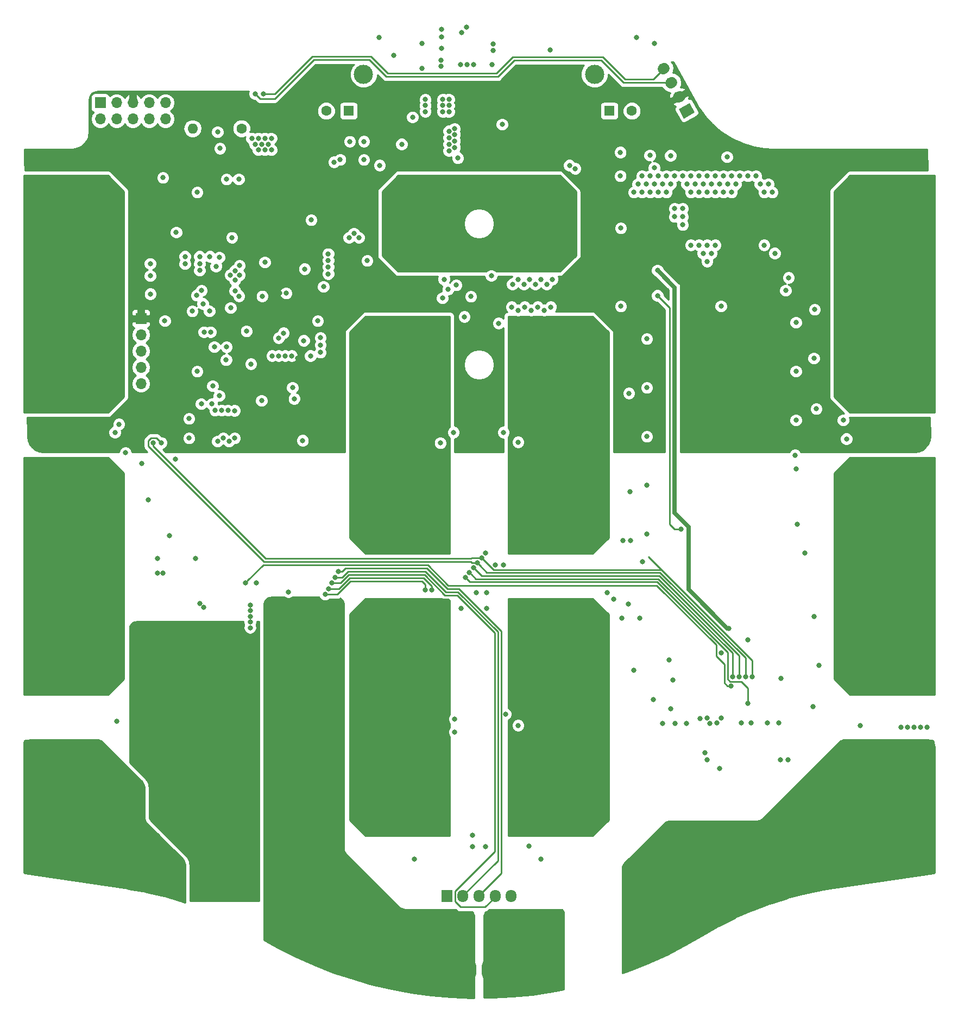
<source format=gbr>
G04 #@! TF.GenerationSoftware,KiCad,Pcbnew,(5.0.0)*
G04 #@! TF.CreationDate,2019-02-19T22:24:28-05:00*
G04 #@! TF.ProjectId,FusIon Pack,467573496F6E205061636B2E6B696361,rev?*
G04 #@! TF.SameCoordinates,Original*
G04 #@! TF.FileFunction,Copper,L2,Inr,Mixed*
G04 #@! TF.FilePolarity,Positive*
%FSLAX46Y46*%
G04 Gerber Fmt 4.6, Leading zero omitted, Abs format (unit mm)*
G04 Created by KiCad (PCBNEW (5.0.0)) date 02/19/19 22:24:28*
%MOMM*%
%LPD*%
G01*
G04 APERTURE LIST*
G04 #@! TA.AperFunction,Conductor*
%ADD10C,0.100000*%
G04 #@! TD*
G04 #@! TA.AperFunction,ViaPad*
%ADD11C,1.500000*%
G04 #@! TD*
G04 #@! TA.AperFunction,ViaPad*
%ADD12C,1.600000*%
G04 #@! TD*
G04 #@! TA.AperFunction,ViaPad*
%ADD13R,1.600000X1.600000*%
G04 #@! TD*
G04 #@! TA.AperFunction,ViaPad*
%ADD14O,1.700000X1.700000*%
G04 #@! TD*
G04 #@! TA.AperFunction,ViaPad*
%ADD15R,1.700000X1.700000*%
G04 #@! TD*
G04 #@! TA.AperFunction,ViaPad*
%ADD16C,6.500000*%
G04 #@! TD*
G04 #@! TA.AperFunction,ViaPad*
%ADD17O,1.600000X1.600000*%
G04 #@! TD*
G04 #@! TA.AperFunction,ViaPad*
%ADD18O,1.700000X1.950000*%
G04 #@! TD*
G04 #@! TA.AperFunction,ViaPad*
%ADD19R,1.700000X1.950000*%
G04 #@! TD*
G04 #@! TA.AperFunction,ViaPad*
%ADD20C,1.700000*%
G04 #@! TD*
G04 #@! TA.AperFunction,Conductor*
%ADD21C,1.700000*%
G04 #@! TD*
G04 #@! TA.AperFunction,ViaPad*
%ADD22C,3.000000*%
G04 #@! TD*
G04 #@! TA.AperFunction,ViaPad*
%ADD23C,0.800000*%
G04 #@! TD*
G04 #@! TA.AperFunction,Conductor*
%ADD24C,0.635000*%
G04 #@! TD*
G04 #@! TA.AperFunction,Conductor*
%ADD25C,0.254000*%
G04 #@! TD*
G04 APERTURE END LIST*
D10*
G04 #@! TO.N,/POWER_STAGE/BAT+*
G04 #@! TO.C,BT1*
G36*
X44161756Y-137501806D02*
X44198159Y-137507206D01*
X44233857Y-137516147D01*
X44268506Y-137528545D01*
X44301774Y-137544280D01*
X44333339Y-137563199D01*
X44362897Y-137585121D01*
X44390165Y-137609835D01*
X44414879Y-137637103D01*
X44436801Y-137666661D01*
X44455720Y-137698226D01*
X44471455Y-137731494D01*
X44483853Y-137766143D01*
X44492794Y-137801841D01*
X44498194Y-137838244D01*
X44500000Y-137875000D01*
X44500000Y-152125000D01*
X44498194Y-152161756D01*
X44492794Y-152198159D01*
X44483853Y-152233857D01*
X44471455Y-152268506D01*
X44455720Y-152301774D01*
X44436801Y-152333339D01*
X44414879Y-152362897D01*
X44390165Y-152390165D01*
X44362897Y-152414879D01*
X44333339Y-152436801D01*
X44301774Y-152455720D01*
X44268506Y-152471455D01*
X44233857Y-152483853D01*
X44198159Y-152492794D01*
X44161756Y-152498194D01*
X44125000Y-152500000D01*
X43375000Y-152500000D01*
X43338244Y-152498194D01*
X43301841Y-152492794D01*
X43266143Y-152483853D01*
X43231494Y-152471455D01*
X43198226Y-152455720D01*
X43166661Y-152436801D01*
X43137103Y-152414879D01*
X43109835Y-152390165D01*
X43085121Y-152362897D01*
X43063199Y-152333339D01*
X43044280Y-152301774D01*
X43028545Y-152268506D01*
X43016147Y-152233857D01*
X43007206Y-152198159D01*
X43001806Y-152161756D01*
X43000000Y-152125000D01*
X43000000Y-137875000D01*
X43001806Y-137838244D01*
X43007206Y-137801841D01*
X43016147Y-137766143D01*
X43028545Y-137731494D01*
X43044280Y-137698226D01*
X43063199Y-137666661D01*
X43085121Y-137637103D01*
X43109835Y-137609835D01*
X43137103Y-137585121D01*
X43166661Y-137563199D01*
X43198226Y-137544280D01*
X43231494Y-137528545D01*
X43266143Y-137516147D01*
X43301841Y-137507206D01*
X43338244Y-137501806D01*
X43375000Y-137500000D01*
X44125000Y-137500000D01*
X44161756Y-137501806D01*
X44161756Y-137501806D01*
G37*
D11*
X43750000Y-145000000D03*
D10*
G04 #@! TO.N,Net-(BT1-Pad2)*
G36*
X109161756Y-137501806D02*
X109198159Y-137507206D01*
X109233857Y-137516147D01*
X109268506Y-137528545D01*
X109301774Y-137544280D01*
X109333339Y-137563199D01*
X109362897Y-137585121D01*
X109390165Y-137609835D01*
X109414879Y-137637103D01*
X109436801Y-137666661D01*
X109455720Y-137698226D01*
X109471455Y-137731494D01*
X109483853Y-137766143D01*
X109492794Y-137801841D01*
X109498194Y-137838244D01*
X109500000Y-137875000D01*
X109500000Y-152125000D01*
X109498194Y-152161756D01*
X109492794Y-152198159D01*
X109483853Y-152233857D01*
X109471455Y-152268506D01*
X109455720Y-152301774D01*
X109436801Y-152333339D01*
X109414879Y-152362897D01*
X109390165Y-152390165D01*
X109362897Y-152414879D01*
X109333339Y-152436801D01*
X109301774Y-152455720D01*
X109268506Y-152471455D01*
X109233857Y-152483853D01*
X109198159Y-152492794D01*
X109161756Y-152498194D01*
X109125000Y-152500000D01*
X108375000Y-152500000D01*
X108338244Y-152498194D01*
X108301841Y-152492794D01*
X108266143Y-152483853D01*
X108231494Y-152471455D01*
X108198226Y-152455720D01*
X108166661Y-152436801D01*
X108137103Y-152414879D01*
X108109835Y-152390165D01*
X108085121Y-152362897D01*
X108063199Y-152333339D01*
X108044280Y-152301774D01*
X108028545Y-152268506D01*
X108016147Y-152233857D01*
X108007206Y-152198159D01*
X108001806Y-152161756D01*
X108000000Y-152125000D01*
X108000000Y-137875000D01*
X108001806Y-137838244D01*
X108007206Y-137801841D01*
X108016147Y-137766143D01*
X108028545Y-137731494D01*
X108044280Y-137698226D01*
X108063199Y-137666661D01*
X108085121Y-137637103D01*
X108109835Y-137609835D01*
X108137103Y-137585121D01*
X108166661Y-137563199D01*
X108198226Y-137544280D01*
X108231494Y-137528545D01*
X108266143Y-137516147D01*
X108301841Y-137507206D01*
X108338244Y-137501806D01*
X108375000Y-137500000D01*
X109125000Y-137500000D01*
X109161756Y-137501806D01*
X109161756Y-137501806D01*
G37*
D11*
X108750000Y-145000000D03*
G04 #@! TD*
D10*
G04 #@! TO.N,Net-(BT1-Pad2)*
G04 #@! TO.C,BT2*
G36*
X109161756Y-115501806D02*
X109198159Y-115507206D01*
X109233857Y-115516147D01*
X109268506Y-115528545D01*
X109301774Y-115544280D01*
X109333339Y-115563199D01*
X109362897Y-115585121D01*
X109390165Y-115609835D01*
X109414879Y-115637103D01*
X109436801Y-115666661D01*
X109455720Y-115698226D01*
X109471455Y-115731494D01*
X109483853Y-115766143D01*
X109492794Y-115801841D01*
X109498194Y-115838244D01*
X109500000Y-115875000D01*
X109500000Y-130125000D01*
X109498194Y-130161756D01*
X109492794Y-130198159D01*
X109483853Y-130233857D01*
X109471455Y-130268506D01*
X109455720Y-130301774D01*
X109436801Y-130333339D01*
X109414879Y-130362897D01*
X109390165Y-130390165D01*
X109362897Y-130414879D01*
X109333339Y-130436801D01*
X109301774Y-130455720D01*
X109268506Y-130471455D01*
X109233857Y-130483853D01*
X109198159Y-130492794D01*
X109161756Y-130498194D01*
X109125000Y-130500000D01*
X108375000Y-130500000D01*
X108338244Y-130498194D01*
X108301841Y-130492794D01*
X108266143Y-130483853D01*
X108231494Y-130471455D01*
X108198226Y-130455720D01*
X108166661Y-130436801D01*
X108137103Y-130414879D01*
X108109835Y-130390165D01*
X108085121Y-130362897D01*
X108063199Y-130333339D01*
X108044280Y-130301774D01*
X108028545Y-130268506D01*
X108016147Y-130233857D01*
X108007206Y-130198159D01*
X108001806Y-130161756D01*
X108000000Y-130125000D01*
X108000000Y-115875000D01*
X108001806Y-115838244D01*
X108007206Y-115801841D01*
X108016147Y-115766143D01*
X108028545Y-115731494D01*
X108044280Y-115698226D01*
X108063199Y-115666661D01*
X108085121Y-115637103D01*
X108109835Y-115609835D01*
X108137103Y-115585121D01*
X108166661Y-115563199D01*
X108198226Y-115544280D01*
X108231494Y-115528545D01*
X108266143Y-115516147D01*
X108301841Y-115507206D01*
X108338244Y-115501806D01*
X108375000Y-115500000D01*
X109125000Y-115500000D01*
X109161756Y-115501806D01*
X109161756Y-115501806D01*
G37*
D11*
X108750000Y-123000000D03*
D10*
G04 #@! TO.N,Net-(BT2-Pad2)*
G36*
X44161756Y-115501806D02*
X44198159Y-115507206D01*
X44233857Y-115516147D01*
X44268506Y-115528545D01*
X44301774Y-115544280D01*
X44333339Y-115563199D01*
X44362897Y-115585121D01*
X44390165Y-115609835D01*
X44414879Y-115637103D01*
X44436801Y-115666661D01*
X44455720Y-115698226D01*
X44471455Y-115731494D01*
X44483853Y-115766143D01*
X44492794Y-115801841D01*
X44498194Y-115838244D01*
X44500000Y-115875000D01*
X44500000Y-130125000D01*
X44498194Y-130161756D01*
X44492794Y-130198159D01*
X44483853Y-130233857D01*
X44471455Y-130268506D01*
X44455720Y-130301774D01*
X44436801Y-130333339D01*
X44414879Y-130362897D01*
X44390165Y-130390165D01*
X44362897Y-130414879D01*
X44333339Y-130436801D01*
X44301774Y-130455720D01*
X44268506Y-130471455D01*
X44233857Y-130483853D01*
X44198159Y-130492794D01*
X44161756Y-130498194D01*
X44125000Y-130500000D01*
X43375000Y-130500000D01*
X43338244Y-130498194D01*
X43301841Y-130492794D01*
X43266143Y-130483853D01*
X43231494Y-130471455D01*
X43198226Y-130455720D01*
X43166661Y-130436801D01*
X43137103Y-130414879D01*
X43109835Y-130390165D01*
X43085121Y-130362897D01*
X43063199Y-130333339D01*
X43044280Y-130301774D01*
X43028545Y-130268506D01*
X43016147Y-130233857D01*
X43007206Y-130198159D01*
X43001806Y-130161756D01*
X43000000Y-130125000D01*
X43000000Y-115875000D01*
X43001806Y-115838244D01*
X43007206Y-115801841D01*
X43016147Y-115766143D01*
X43028545Y-115731494D01*
X43044280Y-115698226D01*
X43063199Y-115666661D01*
X43085121Y-115637103D01*
X43109835Y-115609835D01*
X43137103Y-115585121D01*
X43166661Y-115563199D01*
X43198226Y-115544280D01*
X43231494Y-115528545D01*
X43266143Y-115516147D01*
X43301841Y-115507206D01*
X43338244Y-115501806D01*
X43375000Y-115500000D01*
X44125000Y-115500000D01*
X44161756Y-115501806D01*
X44161756Y-115501806D01*
G37*
D11*
X43750000Y-123000000D03*
G04 #@! TD*
D10*
G04 #@! TO.N,Net-(BT2-Pad2)*
G04 #@! TO.C,BT3*
G36*
X44161756Y-93501806D02*
X44198159Y-93507206D01*
X44233857Y-93516147D01*
X44268506Y-93528545D01*
X44301774Y-93544280D01*
X44333339Y-93563199D01*
X44362897Y-93585121D01*
X44390165Y-93609835D01*
X44414879Y-93637103D01*
X44436801Y-93666661D01*
X44455720Y-93698226D01*
X44471455Y-93731494D01*
X44483853Y-93766143D01*
X44492794Y-93801841D01*
X44498194Y-93838244D01*
X44500000Y-93875000D01*
X44500000Y-108125000D01*
X44498194Y-108161756D01*
X44492794Y-108198159D01*
X44483853Y-108233857D01*
X44471455Y-108268506D01*
X44455720Y-108301774D01*
X44436801Y-108333339D01*
X44414879Y-108362897D01*
X44390165Y-108390165D01*
X44362897Y-108414879D01*
X44333339Y-108436801D01*
X44301774Y-108455720D01*
X44268506Y-108471455D01*
X44233857Y-108483853D01*
X44198159Y-108492794D01*
X44161756Y-108498194D01*
X44125000Y-108500000D01*
X43375000Y-108500000D01*
X43338244Y-108498194D01*
X43301841Y-108492794D01*
X43266143Y-108483853D01*
X43231494Y-108471455D01*
X43198226Y-108455720D01*
X43166661Y-108436801D01*
X43137103Y-108414879D01*
X43109835Y-108390165D01*
X43085121Y-108362897D01*
X43063199Y-108333339D01*
X43044280Y-108301774D01*
X43028545Y-108268506D01*
X43016147Y-108233857D01*
X43007206Y-108198159D01*
X43001806Y-108161756D01*
X43000000Y-108125000D01*
X43000000Y-93875000D01*
X43001806Y-93838244D01*
X43007206Y-93801841D01*
X43016147Y-93766143D01*
X43028545Y-93731494D01*
X43044280Y-93698226D01*
X43063199Y-93666661D01*
X43085121Y-93637103D01*
X43109835Y-93609835D01*
X43137103Y-93585121D01*
X43166661Y-93563199D01*
X43198226Y-93544280D01*
X43231494Y-93528545D01*
X43266143Y-93516147D01*
X43301841Y-93507206D01*
X43338244Y-93501806D01*
X43375000Y-93500000D01*
X44125000Y-93500000D01*
X44161756Y-93501806D01*
X44161756Y-93501806D01*
G37*
D11*
X43750000Y-101000000D03*
D10*
G04 #@! TO.N,Net-(BT3-Pad2)*
G36*
X109161756Y-93501806D02*
X109198159Y-93507206D01*
X109233857Y-93516147D01*
X109268506Y-93528545D01*
X109301774Y-93544280D01*
X109333339Y-93563199D01*
X109362897Y-93585121D01*
X109390165Y-93609835D01*
X109414879Y-93637103D01*
X109436801Y-93666661D01*
X109455720Y-93698226D01*
X109471455Y-93731494D01*
X109483853Y-93766143D01*
X109492794Y-93801841D01*
X109498194Y-93838244D01*
X109500000Y-93875000D01*
X109500000Y-108125000D01*
X109498194Y-108161756D01*
X109492794Y-108198159D01*
X109483853Y-108233857D01*
X109471455Y-108268506D01*
X109455720Y-108301774D01*
X109436801Y-108333339D01*
X109414879Y-108362897D01*
X109390165Y-108390165D01*
X109362897Y-108414879D01*
X109333339Y-108436801D01*
X109301774Y-108455720D01*
X109268506Y-108471455D01*
X109233857Y-108483853D01*
X109198159Y-108492794D01*
X109161756Y-108498194D01*
X109125000Y-108500000D01*
X108375000Y-108500000D01*
X108338244Y-108498194D01*
X108301841Y-108492794D01*
X108266143Y-108483853D01*
X108231494Y-108471455D01*
X108198226Y-108455720D01*
X108166661Y-108436801D01*
X108137103Y-108414879D01*
X108109835Y-108390165D01*
X108085121Y-108362897D01*
X108063199Y-108333339D01*
X108044280Y-108301774D01*
X108028545Y-108268506D01*
X108016147Y-108233857D01*
X108007206Y-108198159D01*
X108001806Y-108161756D01*
X108000000Y-108125000D01*
X108000000Y-93875000D01*
X108001806Y-93838244D01*
X108007206Y-93801841D01*
X108016147Y-93766143D01*
X108028545Y-93731494D01*
X108044280Y-93698226D01*
X108063199Y-93666661D01*
X108085121Y-93637103D01*
X108109835Y-93609835D01*
X108137103Y-93585121D01*
X108166661Y-93563199D01*
X108198226Y-93544280D01*
X108231494Y-93528545D01*
X108266143Y-93516147D01*
X108301841Y-93507206D01*
X108338244Y-93501806D01*
X108375000Y-93500000D01*
X109125000Y-93500000D01*
X109161756Y-93501806D01*
X109161756Y-93501806D01*
G37*
D11*
X108750000Y-101000000D03*
G04 #@! TD*
D10*
G04 #@! TO.N,Net-(BT3-Pad2)*
G04 #@! TO.C,BT4*
G36*
X109161756Y-71501806D02*
X109198159Y-71507206D01*
X109233857Y-71516147D01*
X109268506Y-71528545D01*
X109301774Y-71544280D01*
X109333339Y-71563199D01*
X109362897Y-71585121D01*
X109390165Y-71609835D01*
X109414879Y-71637103D01*
X109436801Y-71666661D01*
X109455720Y-71698226D01*
X109471455Y-71731494D01*
X109483853Y-71766143D01*
X109492794Y-71801841D01*
X109498194Y-71838244D01*
X109500000Y-71875000D01*
X109500000Y-86125000D01*
X109498194Y-86161756D01*
X109492794Y-86198159D01*
X109483853Y-86233857D01*
X109471455Y-86268506D01*
X109455720Y-86301774D01*
X109436801Y-86333339D01*
X109414879Y-86362897D01*
X109390165Y-86390165D01*
X109362897Y-86414879D01*
X109333339Y-86436801D01*
X109301774Y-86455720D01*
X109268506Y-86471455D01*
X109233857Y-86483853D01*
X109198159Y-86492794D01*
X109161756Y-86498194D01*
X109125000Y-86500000D01*
X108375000Y-86500000D01*
X108338244Y-86498194D01*
X108301841Y-86492794D01*
X108266143Y-86483853D01*
X108231494Y-86471455D01*
X108198226Y-86455720D01*
X108166661Y-86436801D01*
X108137103Y-86414879D01*
X108109835Y-86390165D01*
X108085121Y-86362897D01*
X108063199Y-86333339D01*
X108044280Y-86301774D01*
X108028545Y-86268506D01*
X108016147Y-86233857D01*
X108007206Y-86198159D01*
X108001806Y-86161756D01*
X108000000Y-86125000D01*
X108000000Y-71875000D01*
X108001806Y-71838244D01*
X108007206Y-71801841D01*
X108016147Y-71766143D01*
X108028545Y-71731494D01*
X108044280Y-71698226D01*
X108063199Y-71666661D01*
X108085121Y-71637103D01*
X108109835Y-71609835D01*
X108137103Y-71585121D01*
X108166661Y-71563199D01*
X108198226Y-71544280D01*
X108231494Y-71528545D01*
X108266143Y-71516147D01*
X108301841Y-71507206D01*
X108338244Y-71501806D01*
X108375000Y-71500000D01*
X109125000Y-71500000D01*
X109161756Y-71501806D01*
X109161756Y-71501806D01*
G37*
D11*
X108750000Y-79000000D03*
D10*
G04 #@! TO.N,Net-(BT4-Pad2)*
G36*
X44161756Y-71501806D02*
X44198159Y-71507206D01*
X44233857Y-71516147D01*
X44268506Y-71528545D01*
X44301774Y-71544280D01*
X44333339Y-71563199D01*
X44362897Y-71585121D01*
X44390165Y-71609835D01*
X44414879Y-71637103D01*
X44436801Y-71666661D01*
X44455720Y-71698226D01*
X44471455Y-71731494D01*
X44483853Y-71766143D01*
X44492794Y-71801841D01*
X44498194Y-71838244D01*
X44500000Y-71875000D01*
X44500000Y-86125000D01*
X44498194Y-86161756D01*
X44492794Y-86198159D01*
X44483853Y-86233857D01*
X44471455Y-86268506D01*
X44455720Y-86301774D01*
X44436801Y-86333339D01*
X44414879Y-86362897D01*
X44390165Y-86390165D01*
X44362897Y-86414879D01*
X44333339Y-86436801D01*
X44301774Y-86455720D01*
X44268506Y-86471455D01*
X44233857Y-86483853D01*
X44198159Y-86492794D01*
X44161756Y-86498194D01*
X44125000Y-86500000D01*
X43375000Y-86500000D01*
X43338244Y-86498194D01*
X43301841Y-86492794D01*
X43266143Y-86483853D01*
X43231494Y-86471455D01*
X43198226Y-86455720D01*
X43166661Y-86436801D01*
X43137103Y-86414879D01*
X43109835Y-86390165D01*
X43085121Y-86362897D01*
X43063199Y-86333339D01*
X43044280Y-86301774D01*
X43028545Y-86268506D01*
X43016147Y-86233857D01*
X43007206Y-86198159D01*
X43001806Y-86161756D01*
X43000000Y-86125000D01*
X43000000Y-71875000D01*
X43001806Y-71838244D01*
X43007206Y-71801841D01*
X43016147Y-71766143D01*
X43028545Y-71731494D01*
X43044280Y-71698226D01*
X43063199Y-71666661D01*
X43085121Y-71637103D01*
X43109835Y-71609835D01*
X43137103Y-71585121D01*
X43166661Y-71563199D01*
X43198226Y-71544280D01*
X43231494Y-71528545D01*
X43266143Y-71516147D01*
X43301841Y-71507206D01*
X43338244Y-71501806D01*
X43375000Y-71500000D01*
X44125000Y-71500000D01*
X44161756Y-71501806D01*
X44161756Y-71501806D01*
G37*
D11*
X43750000Y-79000000D03*
G04 #@! TD*
D10*
G04 #@! TO.N,Net-(BT4-Pad2)*
G04 #@! TO.C,BT5*
G36*
X44161756Y-49501806D02*
X44198159Y-49507206D01*
X44233857Y-49516147D01*
X44268506Y-49528545D01*
X44301774Y-49544280D01*
X44333339Y-49563199D01*
X44362897Y-49585121D01*
X44390165Y-49609835D01*
X44414879Y-49637103D01*
X44436801Y-49666661D01*
X44455720Y-49698226D01*
X44471455Y-49731494D01*
X44483853Y-49766143D01*
X44492794Y-49801841D01*
X44498194Y-49838244D01*
X44500000Y-49875000D01*
X44500000Y-64125000D01*
X44498194Y-64161756D01*
X44492794Y-64198159D01*
X44483853Y-64233857D01*
X44471455Y-64268506D01*
X44455720Y-64301774D01*
X44436801Y-64333339D01*
X44414879Y-64362897D01*
X44390165Y-64390165D01*
X44362897Y-64414879D01*
X44333339Y-64436801D01*
X44301774Y-64455720D01*
X44268506Y-64471455D01*
X44233857Y-64483853D01*
X44198159Y-64492794D01*
X44161756Y-64498194D01*
X44125000Y-64500000D01*
X43375000Y-64500000D01*
X43338244Y-64498194D01*
X43301841Y-64492794D01*
X43266143Y-64483853D01*
X43231494Y-64471455D01*
X43198226Y-64455720D01*
X43166661Y-64436801D01*
X43137103Y-64414879D01*
X43109835Y-64390165D01*
X43085121Y-64362897D01*
X43063199Y-64333339D01*
X43044280Y-64301774D01*
X43028545Y-64268506D01*
X43016147Y-64233857D01*
X43007206Y-64198159D01*
X43001806Y-64161756D01*
X43000000Y-64125000D01*
X43000000Y-49875000D01*
X43001806Y-49838244D01*
X43007206Y-49801841D01*
X43016147Y-49766143D01*
X43028545Y-49731494D01*
X43044280Y-49698226D01*
X43063199Y-49666661D01*
X43085121Y-49637103D01*
X43109835Y-49609835D01*
X43137103Y-49585121D01*
X43166661Y-49563199D01*
X43198226Y-49544280D01*
X43231494Y-49528545D01*
X43266143Y-49516147D01*
X43301841Y-49507206D01*
X43338244Y-49501806D01*
X43375000Y-49500000D01*
X44125000Y-49500000D01*
X44161756Y-49501806D01*
X44161756Y-49501806D01*
G37*
D11*
X43750000Y-57000000D03*
D10*
G04 #@! TO.N,Net-(BT5-Pad2)*
G36*
X109161756Y-49501806D02*
X109198159Y-49507206D01*
X109233857Y-49516147D01*
X109268506Y-49528545D01*
X109301774Y-49544280D01*
X109333339Y-49563199D01*
X109362897Y-49585121D01*
X109390165Y-49609835D01*
X109414879Y-49637103D01*
X109436801Y-49666661D01*
X109455720Y-49698226D01*
X109471455Y-49731494D01*
X109483853Y-49766143D01*
X109492794Y-49801841D01*
X109498194Y-49838244D01*
X109500000Y-49875000D01*
X109500000Y-64125000D01*
X109498194Y-64161756D01*
X109492794Y-64198159D01*
X109483853Y-64233857D01*
X109471455Y-64268506D01*
X109455720Y-64301774D01*
X109436801Y-64333339D01*
X109414879Y-64362897D01*
X109390165Y-64390165D01*
X109362897Y-64414879D01*
X109333339Y-64436801D01*
X109301774Y-64455720D01*
X109268506Y-64471455D01*
X109233857Y-64483853D01*
X109198159Y-64492794D01*
X109161756Y-64498194D01*
X109125000Y-64500000D01*
X108375000Y-64500000D01*
X108338244Y-64498194D01*
X108301841Y-64492794D01*
X108266143Y-64483853D01*
X108231494Y-64471455D01*
X108198226Y-64455720D01*
X108166661Y-64436801D01*
X108137103Y-64414879D01*
X108109835Y-64390165D01*
X108085121Y-64362897D01*
X108063199Y-64333339D01*
X108044280Y-64301774D01*
X108028545Y-64268506D01*
X108016147Y-64233857D01*
X108007206Y-64198159D01*
X108001806Y-64161756D01*
X108000000Y-64125000D01*
X108000000Y-49875000D01*
X108001806Y-49838244D01*
X108007206Y-49801841D01*
X108016147Y-49766143D01*
X108028545Y-49731494D01*
X108044280Y-49698226D01*
X108063199Y-49666661D01*
X108085121Y-49637103D01*
X108109835Y-49609835D01*
X108137103Y-49585121D01*
X108166661Y-49563199D01*
X108198226Y-49544280D01*
X108231494Y-49528545D01*
X108266143Y-49516147D01*
X108301841Y-49507206D01*
X108338244Y-49501806D01*
X108375000Y-49500000D01*
X109125000Y-49500000D01*
X109161756Y-49501806D01*
X109161756Y-49501806D01*
G37*
D11*
X108750000Y-57000000D03*
G04 #@! TD*
D10*
G04 #@! TO.N,Net-(BT5-Pad2)*
G04 #@! TO.C,BT6*
G36*
X119661756Y-49501806D02*
X119698159Y-49507206D01*
X119733857Y-49516147D01*
X119768506Y-49528545D01*
X119801774Y-49544280D01*
X119833339Y-49563199D01*
X119862897Y-49585121D01*
X119890165Y-49609835D01*
X119914879Y-49637103D01*
X119936801Y-49666661D01*
X119955720Y-49698226D01*
X119971455Y-49731494D01*
X119983853Y-49766143D01*
X119992794Y-49801841D01*
X119998194Y-49838244D01*
X120000000Y-49875000D01*
X120000000Y-64125000D01*
X119998194Y-64161756D01*
X119992794Y-64198159D01*
X119983853Y-64233857D01*
X119971455Y-64268506D01*
X119955720Y-64301774D01*
X119936801Y-64333339D01*
X119914879Y-64362897D01*
X119890165Y-64390165D01*
X119862897Y-64414879D01*
X119833339Y-64436801D01*
X119801774Y-64455720D01*
X119768506Y-64471455D01*
X119733857Y-64483853D01*
X119698159Y-64492794D01*
X119661756Y-64498194D01*
X119625000Y-64500000D01*
X118875000Y-64500000D01*
X118838244Y-64498194D01*
X118801841Y-64492794D01*
X118766143Y-64483853D01*
X118731494Y-64471455D01*
X118698226Y-64455720D01*
X118666661Y-64436801D01*
X118637103Y-64414879D01*
X118609835Y-64390165D01*
X118585121Y-64362897D01*
X118563199Y-64333339D01*
X118544280Y-64301774D01*
X118528545Y-64268506D01*
X118516147Y-64233857D01*
X118507206Y-64198159D01*
X118501806Y-64161756D01*
X118500000Y-64125000D01*
X118500000Y-49875000D01*
X118501806Y-49838244D01*
X118507206Y-49801841D01*
X118516147Y-49766143D01*
X118528545Y-49731494D01*
X118544280Y-49698226D01*
X118563199Y-49666661D01*
X118585121Y-49637103D01*
X118609835Y-49609835D01*
X118637103Y-49585121D01*
X118666661Y-49563199D01*
X118698226Y-49544280D01*
X118731494Y-49528545D01*
X118766143Y-49516147D01*
X118801841Y-49507206D01*
X118838244Y-49501806D01*
X118875000Y-49500000D01*
X119625000Y-49500000D01*
X119661756Y-49501806D01*
X119661756Y-49501806D01*
G37*
D11*
X119250000Y-57000000D03*
D10*
G04 #@! TO.N,Net-(BT6-Pad2)*
G36*
X184661756Y-49501806D02*
X184698159Y-49507206D01*
X184733857Y-49516147D01*
X184768506Y-49528545D01*
X184801774Y-49544280D01*
X184833339Y-49563199D01*
X184862897Y-49585121D01*
X184890165Y-49609835D01*
X184914879Y-49637103D01*
X184936801Y-49666661D01*
X184955720Y-49698226D01*
X184971455Y-49731494D01*
X184983853Y-49766143D01*
X184992794Y-49801841D01*
X184998194Y-49838244D01*
X185000000Y-49875000D01*
X185000000Y-64125000D01*
X184998194Y-64161756D01*
X184992794Y-64198159D01*
X184983853Y-64233857D01*
X184971455Y-64268506D01*
X184955720Y-64301774D01*
X184936801Y-64333339D01*
X184914879Y-64362897D01*
X184890165Y-64390165D01*
X184862897Y-64414879D01*
X184833339Y-64436801D01*
X184801774Y-64455720D01*
X184768506Y-64471455D01*
X184733857Y-64483853D01*
X184698159Y-64492794D01*
X184661756Y-64498194D01*
X184625000Y-64500000D01*
X183875000Y-64500000D01*
X183838244Y-64498194D01*
X183801841Y-64492794D01*
X183766143Y-64483853D01*
X183731494Y-64471455D01*
X183698226Y-64455720D01*
X183666661Y-64436801D01*
X183637103Y-64414879D01*
X183609835Y-64390165D01*
X183585121Y-64362897D01*
X183563199Y-64333339D01*
X183544280Y-64301774D01*
X183528545Y-64268506D01*
X183516147Y-64233857D01*
X183507206Y-64198159D01*
X183501806Y-64161756D01*
X183500000Y-64125000D01*
X183500000Y-49875000D01*
X183501806Y-49838244D01*
X183507206Y-49801841D01*
X183516147Y-49766143D01*
X183528545Y-49731494D01*
X183544280Y-49698226D01*
X183563199Y-49666661D01*
X183585121Y-49637103D01*
X183609835Y-49609835D01*
X183637103Y-49585121D01*
X183666661Y-49563199D01*
X183698226Y-49544280D01*
X183731494Y-49528545D01*
X183766143Y-49516147D01*
X183801841Y-49507206D01*
X183838244Y-49501806D01*
X183875000Y-49500000D01*
X184625000Y-49500000D01*
X184661756Y-49501806D01*
X184661756Y-49501806D01*
G37*
D11*
X184250000Y-57000000D03*
G04 #@! TD*
D10*
G04 #@! TO.N,Net-(BT6-Pad2)*
G04 #@! TO.C,BT7*
G36*
X184661756Y-71501806D02*
X184698159Y-71507206D01*
X184733857Y-71516147D01*
X184768506Y-71528545D01*
X184801774Y-71544280D01*
X184833339Y-71563199D01*
X184862897Y-71585121D01*
X184890165Y-71609835D01*
X184914879Y-71637103D01*
X184936801Y-71666661D01*
X184955720Y-71698226D01*
X184971455Y-71731494D01*
X184983853Y-71766143D01*
X184992794Y-71801841D01*
X184998194Y-71838244D01*
X185000000Y-71875000D01*
X185000000Y-86125000D01*
X184998194Y-86161756D01*
X184992794Y-86198159D01*
X184983853Y-86233857D01*
X184971455Y-86268506D01*
X184955720Y-86301774D01*
X184936801Y-86333339D01*
X184914879Y-86362897D01*
X184890165Y-86390165D01*
X184862897Y-86414879D01*
X184833339Y-86436801D01*
X184801774Y-86455720D01*
X184768506Y-86471455D01*
X184733857Y-86483853D01*
X184698159Y-86492794D01*
X184661756Y-86498194D01*
X184625000Y-86500000D01*
X183875000Y-86500000D01*
X183838244Y-86498194D01*
X183801841Y-86492794D01*
X183766143Y-86483853D01*
X183731494Y-86471455D01*
X183698226Y-86455720D01*
X183666661Y-86436801D01*
X183637103Y-86414879D01*
X183609835Y-86390165D01*
X183585121Y-86362897D01*
X183563199Y-86333339D01*
X183544280Y-86301774D01*
X183528545Y-86268506D01*
X183516147Y-86233857D01*
X183507206Y-86198159D01*
X183501806Y-86161756D01*
X183500000Y-86125000D01*
X183500000Y-71875000D01*
X183501806Y-71838244D01*
X183507206Y-71801841D01*
X183516147Y-71766143D01*
X183528545Y-71731494D01*
X183544280Y-71698226D01*
X183563199Y-71666661D01*
X183585121Y-71637103D01*
X183609835Y-71609835D01*
X183637103Y-71585121D01*
X183666661Y-71563199D01*
X183698226Y-71544280D01*
X183731494Y-71528545D01*
X183766143Y-71516147D01*
X183801841Y-71507206D01*
X183838244Y-71501806D01*
X183875000Y-71500000D01*
X184625000Y-71500000D01*
X184661756Y-71501806D01*
X184661756Y-71501806D01*
G37*
D11*
X184250000Y-79000000D03*
D10*
G04 #@! TO.N,Net-(BT7-Pad2)*
G36*
X119661756Y-71501806D02*
X119698159Y-71507206D01*
X119733857Y-71516147D01*
X119768506Y-71528545D01*
X119801774Y-71544280D01*
X119833339Y-71563199D01*
X119862897Y-71585121D01*
X119890165Y-71609835D01*
X119914879Y-71637103D01*
X119936801Y-71666661D01*
X119955720Y-71698226D01*
X119971455Y-71731494D01*
X119983853Y-71766143D01*
X119992794Y-71801841D01*
X119998194Y-71838244D01*
X120000000Y-71875000D01*
X120000000Y-86125000D01*
X119998194Y-86161756D01*
X119992794Y-86198159D01*
X119983853Y-86233857D01*
X119971455Y-86268506D01*
X119955720Y-86301774D01*
X119936801Y-86333339D01*
X119914879Y-86362897D01*
X119890165Y-86390165D01*
X119862897Y-86414879D01*
X119833339Y-86436801D01*
X119801774Y-86455720D01*
X119768506Y-86471455D01*
X119733857Y-86483853D01*
X119698159Y-86492794D01*
X119661756Y-86498194D01*
X119625000Y-86500000D01*
X118875000Y-86500000D01*
X118838244Y-86498194D01*
X118801841Y-86492794D01*
X118766143Y-86483853D01*
X118731494Y-86471455D01*
X118698226Y-86455720D01*
X118666661Y-86436801D01*
X118637103Y-86414879D01*
X118609835Y-86390165D01*
X118585121Y-86362897D01*
X118563199Y-86333339D01*
X118544280Y-86301774D01*
X118528545Y-86268506D01*
X118516147Y-86233857D01*
X118507206Y-86198159D01*
X118501806Y-86161756D01*
X118500000Y-86125000D01*
X118500000Y-71875000D01*
X118501806Y-71838244D01*
X118507206Y-71801841D01*
X118516147Y-71766143D01*
X118528545Y-71731494D01*
X118544280Y-71698226D01*
X118563199Y-71666661D01*
X118585121Y-71637103D01*
X118609835Y-71609835D01*
X118637103Y-71585121D01*
X118666661Y-71563199D01*
X118698226Y-71544280D01*
X118731494Y-71528545D01*
X118766143Y-71516147D01*
X118801841Y-71507206D01*
X118838244Y-71501806D01*
X118875000Y-71500000D01*
X119625000Y-71500000D01*
X119661756Y-71501806D01*
X119661756Y-71501806D01*
G37*
D11*
X119250000Y-79000000D03*
G04 #@! TD*
D10*
G04 #@! TO.N,Net-(BT7-Pad2)*
G04 #@! TO.C,BT8*
G36*
X119661756Y-93501806D02*
X119698159Y-93507206D01*
X119733857Y-93516147D01*
X119768506Y-93528545D01*
X119801774Y-93544280D01*
X119833339Y-93563199D01*
X119862897Y-93585121D01*
X119890165Y-93609835D01*
X119914879Y-93637103D01*
X119936801Y-93666661D01*
X119955720Y-93698226D01*
X119971455Y-93731494D01*
X119983853Y-93766143D01*
X119992794Y-93801841D01*
X119998194Y-93838244D01*
X120000000Y-93875000D01*
X120000000Y-108125000D01*
X119998194Y-108161756D01*
X119992794Y-108198159D01*
X119983853Y-108233857D01*
X119971455Y-108268506D01*
X119955720Y-108301774D01*
X119936801Y-108333339D01*
X119914879Y-108362897D01*
X119890165Y-108390165D01*
X119862897Y-108414879D01*
X119833339Y-108436801D01*
X119801774Y-108455720D01*
X119768506Y-108471455D01*
X119733857Y-108483853D01*
X119698159Y-108492794D01*
X119661756Y-108498194D01*
X119625000Y-108500000D01*
X118875000Y-108500000D01*
X118838244Y-108498194D01*
X118801841Y-108492794D01*
X118766143Y-108483853D01*
X118731494Y-108471455D01*
X118698226Y-108455720D01*
X118666661Y-108436801D01*
X118637103Y-108414879D01*
X118609835Y-108390165D01*
X118585121Y-108362897D01*
X118563199Y-108333339D01*
X118544280Y-108301774D01*
X118528545Y-108268506D01*
X118516147Y-108233857D01*
X118507206Y-108198159D01*
X118501806Y-108161756D01*
X118500000Y-108125000D01*
X118500000Y-93875000D01*
X118501806Y-93838244D01*
X118507206Y-93801841D01*
X118516147Y-93766143D01*
X118528545Y-93731494D01*
X118544280Y-93698226D01*
X118563199Y-93666661D01*
X118585121Y-93637103D01*
X118609835Y-93609835D01*
X118637103Y-93585121D01*
X118666661Y-93563199D01*
X118698226Y-93544280D01*
X118731494Y-93528545D01*
X118766143Y-93516147D01*
X118801841Y-93507206D01*
X118838244Y-93501806D01*
X118875000Y-93500000D01*
X119625000Y-93500000D01*
X119661756Y-93501806D01*
X119661756Y-93501806D01*
G37*
D11*
X119250000Y-101000000D03*
D10*
G04 #@! TO.N,Net-(BT8-Pad2)*
G36*
X184661756Y-93501806D02*
X184698159Y-93507206D01*
X184733857Y-93516147D01*
X184768506Y-93528545D01*
X184801774Y-93544280D01*
X184833339Y-93563199D01*
X184862897Y-93585121D01*
X184890165Y-93609835D01*
X184914879Y-93637103D01*
X184936801Y-93666661D01*
X184955720Y-93698226D01*
X184971455Y-93731494D01*
X184983853Y-93766143D01*
X184992794Y-93801841D01*
X184998194Y-93838244D01*
X185000000Y-93875000D01*
X185000000Y-108125000D01*
X184998194Y-108161756D01*
X184992794Y-108198159D01*
X184983853Y-108233857D01*
X184971455Y-108268506D01*
X184955720Y-108301774D01*
X184936801Y-108333339D01*
X184914879Y-108362897D01*
X184890165Y-108390165D01*
X184862897Y-108414879D01*
X184833339Y-108436801D01*
X184801774Y-108455720D01*
X184768506Y-108471455D01*
X184733857Y-108483853D01*
X184698159Y-108492794D01*
X184661756Y-108498194D01*
X184625000Y-108500000D01*
X183875000Y-108500000D01*
X183838244Y-108498194D01*
X183801841Y-108492794D01*
X183766143Y-108483853D01*
X183731494Y-108471455D01*
X183698226Y-108455720D01*
X183666661Y-108436801D01*
X183637103Y-108414879D01*
X183609835Y-108390165D01*
X183585121Y-108362897D01*
X183563199Y-108333339D01*
X183544280Y-108301774D01*
X183528545Y-108268506D01*
X183516147Y-108233857D01*
X183507206Y-108198159D01*
X183501806Y-108161756D01*
X183500000Y-108125000D01*
X183500000Y-93875000D01*
X183501806Y-93838244D01*
X183507206Y-93801841D01*
X183516147Y-93766143D01*
X183528545Y-93731494D01*
X183544280Y-93698226D01*
X183563199Y-93666661D01*
X183585121Y-93637103D01*
X183609835Y-93609835D01*
X183637103Y-93585121D01*
X183666661Y-93563199D01*
X183698226Y-93544280D01*
X183731494Y-93528545D01*
X183766143Y-93516147D01*
X183801841Y-93507206D01*
X183838244Y-93501806D01*
X183875000Y-93500000D01*
X184625000Y-93500000D01*
X184661756Y-93501806D01*
X184661756Y-93501806D01*
G37*
D11*
X184250000Y-101000000D03*
G04 #@! TD*
D10*
G04 #@! TO.N,Net-(BT8-Pad2)*
G04 #@! TO.C,BT9*
G36*
X184661756Y-115501806D02*
X184698159Y-115507206D01*
X184733857Y-115516147D01*
X184768506Y-115528545D01*
X184801774Y-115544280D01*
X184833339Y-115563199D01*
X184862897Y-115585121D01*
X184890165Y-115609835D01*
X184914879Y-115637103D01*
X184936801Y-115666661D01*
X184955720Y-115698226D01*
X184971455Y-115731494D01*
X184983853Y-115766143D01*
X184992794Y-115801841D01*
X184998194Y-115838244D01*
X185000000Y-115875000D01*
X185000000Y-130125000D01*
X184998194Y-130161756D01*
X184992794Y-130198159D01*
X184983853Y-130233857D01*
X184971455Y-130268506D01*
X184955720Y-130301774D01*
X184936801Y-130333339D01*
X184914879Y-130362897D01*
X184890165Y-130390165D01*
X184862897Y-130414879D01*
X184833339Y-130436801D01*
X184801774Y-130455720D01*
X184768506Y-130471455D01*
X184733857Y-130483853D01*
X184698159Y-130492794D01*
X184661756Y-130498194D01*
X184625000Y-130500000D01*
X183875000Y-130500000D01*
X183838244Y-130498194D01*
X183801841Y-130492794D01*
X183766143Y-130483853D01*
X183731494Y-130471455D01*
X183698226Y-130455720D01*
X183666661Y-130436801D01*
X183637103Y-130414879D01*
X183609835Y-130390165D01*
X183585121Y-130362897D01*
X183563199Y-130333339D01*
X183544280Y-130301774D01*
X183528545Y-130268506D01*
X183516147Y-130233857D01*
X183507206Y-130198159D01*
X183501806Y-130161756D01*
X183500000Y-130125000D01*
X183500000Y-115875000D01*
X183501806Y-115838244D01*
X183507206Y-115801841D01*
X183516147Y-115766143D01*
X183528545Y-115731494D01*
X183544280Y-115698226D01*
X183563199Y-115666661D01*
X183585121Y-115637103D01*
X183609835Y-115609835D01*
X183637103Y-115585121D01*
X183666661Y-115563199D01*
X183698226Y-115544280D01*
X183731494Y-115528545D01*
X183766143Y-115516147D01*
X183801841Y-115507206D01*
X183838244Y-115501806D01*
X183875000Y-115500000D01*
X184625000Y-115500000D01*
X184661756Y-115501806D01*
X184661756Y-115501806D01*
G37*
D11*
X184250000Y-123000000D03*
D10*
G04 #@! TO.N,Net-(BT10-Pad1)*
G36*
X119661756Y-115501806D02*
X119698159Y-115507206D01*
X119733857Y-115516147D01*
X119768506Y-115528545D01*
X119801774Y-115544280D01*
X119833339Y-115563199D01*
X119862897Y-115585121D01*
X119890165Y-115609835D01*
X119914879Y-115637103D01*
X119936801Y-115666661D01*
X119955720Y-115698226D01*
X119971455Y-115731494D01*
X119983853Y-115766143D01*
X119992794Y-115801841D01*
X119998194Y-115838244D01*
X120000000Y-115875000D01*
X120000000Y-130125000D01*
X119998194Y-130161756D01*
X119992794Y-130198159D01*
X119983853Y-130233857D01*
X119971455Y-130268506D01*
X119955720Y-130301774D01*
X119936801Y-130333339D01*
X119914879Y-130362897D01*
X119890165Y-130390165D01*
X119862897Y-130414879D01*
X119833339Y-130436801D01*
X119801774Y-130455720D01*
X119768506Y-130471455D01*
X119733857Y-130483853D01*
X119698159Y-130492794D01*
X119661756Y-130498194D01*
X119625000Y-130500000D01*
X118875000Y-130500000D01*
X118838244Y-130498194D01*
X118801841Y-130492794D01*
X118766143Y-130483853D01*
X118731494Y-130471455D01*
X118698226Y-130455720D01*
X118666661Y-130436801D01*
X118637103Y-130414879D01*
X118609835Y-130390165D01*
X118585121Y-130362897D01*
X118563199Y-130333339D01*
X118544280Y-130301774D01*
X118528545Y-130268506D01*
X118516147Y-130233857D01*
X118507206Y-130198159D01*
X118501806Y-130161756D01*
X118500000Y-130125000D01*
X118500000Y-115875000D01*
X118501806Y-115838244D01*
X118507206Y-115801841D01*
X118516147Y-115766143D01*
X118528545Y-115731494D01*
X118544280Y-115698226D01*
X118563199Y-115666661D01*
X118585121Y-115637103D01*
X118609835Y-115609835D01*
X118637103Y-115585121D01*
X118666661Y-115563199D01*
X118698226Y-115544280D01*
X118731494Y-115528545D01*
X118766143Y-115516147D01*
X118801841Y-115507206D01*
X118838244Y-115501806D01*
X118875000Y-115500000D01*
X119625000Y-115500000D01*
X119661756Y-115501806D01*
X119661756Y-115501806D01*
G37*
D11*
X119250000Y-123000000D03*
G04 #@! TD*
D10*
G04 #@! TO.N,Net-(BT10-Pad1)*
G04 #@! TO.C,BT10*
G36*
X119661756Y-137501806D02*
X119698159Y-137507206D01*
X119733857Y-137516147D01*
X119768506Y-137528545D01*
X119801774Y-137544280D01*
X119833339Y-137563199D01*
X119862897Y-137585121D01*
X119890165Y-137609835D01*
X119914879Y-137637103D01*
X119936801Y-137666661D01*
X119955720Y-137698226D01*
X119971455Y-137731494D01*
X119983853Y-137766143D01*
X119992794Y-137801841D01*
X119998194Y-137838244D01*
X120000000Y-137875000D01*
X120000000Y-152125000D01*
X119998194Y-152161756D01*
X119992794Y-152198159D01*
X119983853Y-152233857D01*
X119971455Y-152268506D01*
X119955720Y-152301774D01*
X119936801Y-152333339D01*
X119914879Y-152362897D01*
X119890165Y-152390165D01*
X119862897Y-152414879D01*
X119833339Y-152436801D01*
X119801774Y-152455720D01*
X119768506Y-152471455D01*
X119733857Y-152483853D01*
X119698159Y-152492794D01*
X119661756Y-152498194D01*
X119625000Y-152500000D01*
X118875000Y-152500000D01*
X118838244Y-152498194D01*
X118801841Y-152492794D01*
X118766143Y-152483853D01*
X118731494Y-152471455D01*
X118698226Y-152455720D01*
X118666661Y-152436801D01*
X118637103Y-152414879D01*
X118609835Y-152390165D01*
X118585121Y-152362897D01*
X118563199Y-152333339D01*
X118544280Y-152301774D01*
X118528545Y-152268506D01*
X118516147Y-152233857D01*
X118507206Y-152198159D01*
X118501806Y-152161756D01*
X118500000Y-152125000D01*
X118500000Y-137875000D01*
X118501806Y-137838244D01*
X118507206Y-137801841D01*
X118516147Y-137766143D01*
X118528545Y-137731494D01*
X118544280Y-137698226D01*
X118563199Y-137666661D01*
X118585121Y-137637103D01*
X118609835Y-137609835D01*
X118637103Y-137585121D01*
X118666661Y-137563199D01*
X118698226Y-137544280D01*
X118731494Y-137528545D01*
X118766143Y-137516147D01*
X118801841Y-137507206D01*
X118838244Y-137501806D01*
X118875000Y-137500000D01*
X119625000Y-137500000D01*
X119661756Y-137501806D01*
X119661756Y-137501806D01*
G37*
D11*
X119250000Y-145000000D03*
D10*
G04 #@! TO.N,GNDPWR*
G36*
X184661756Y-137501806D02*
X184698159Y-137507206D01*
X184733857Y-137516147D01*
X184768506Y-137528545D01*
X184801774Y-137544280D01*
X184833339Y-137563199D01*
X184862897Y-137585121D01*
X184890165Y-137609835D01*
X184914879Y-137637103D01*
X184936801Y-137666661D01*
X184955720Y-137698226D01*
X184971455Y-137731494D01*
X184983853Y-137766143D01*
X184992794Y-137801841D01*
X184998194Y-137838244D01*
X185000000Y-137875000D01*
X185000000Y-152125000D01*
X184998194Y-152161756D01*
X184992794Y-152198159D01*
X184983853Y-152233857D01*
X184971455Y-152268506D01*
X184955720Y-152301774D01*
X184936801Y-152333339D01*
X184914879Y-152362897D01*
X184890165Y-152390165D01*
X184862897Y-152414879D01*
X184833339Y-152436801D01*
X184801774Y-152455720D01*
X184768506Y-152471455D01*
X184733857Y-152483853D01*
X184698159Y-152492794D01*
X184661756Y-152498194D01*
X184625000Y-152500000D01*
X183875000Y-152500000D01*
X183838244Y-152498194D01*
X183801841Y-152492794D01*
X183766143Y-152483853D01*
X183731494Y-152471455D01*
X183698226Y-152455720D01*
X183666661Y-152436801D01*
X183637103Y-152414879D01*
X183609835Y-152390165D01*
X183585121Y-152362897D01*
X183563199Y-152333339D01*
X183544280Y-152301774D01*
X183528545Y-152268506D01*
X183516147Y-152233857D01*
X183507206Y-152198159D01*
X183501806Y-152161756D01*
X183500000Y-152125000D01*
X183500000Y-137875000D01*
X183501806Y-137838244D01*
X183507206Y-137801841D01*
X183516147Y-137766143D01*
X183528545Y-137731494D01*
X183544280Y-137698226D01*
X183563199Y-137666661D01*
X183585121Y-137637103D01*
X183609835Y-137609835D01*
X183637103Y-137585121D01*
X183666661Y-137563199D01*
X183698226Y-137544280D01*
X183731494Y-137528545D01*
X183766143Y-137516147D01*
X183801841Y-137507206D01*
X183838244Y-137501806D01*
X183875000Y-137500000D01*
X184625000Y-137500000D01*
X184661756Y-137501806D01*
X184661756Y-137501806D01*
G37*
D11*
X184250000Y-145000000D03*
G04 #@! TD*
D12*
G04 #@! TO.N,GNDS*
G04 #@! TO.C,C52*
X90180000Y-39405000D03*
D13*
G04 #@! TO.N,/Boost_Charger/S_IN-*
X93680000Y-39405000D03*
G04 #@! TD*
D12*
G04 #@! TO.N,GNDS*
G04 #@! TO.C,C57*
X137820000Y-39405000D03*
D13*
G04 #@! TO.N,/Boost_Charger/S_OUT+*
X134320000Y-39405000D03*
G04 #@! TD*
D14*
G04 #@! TO.N,VBUS*
G04 #@! TO.C,J1*
X65105000Y-40675000D03*
X65105000Y-38135000D03*
G04 #@! TO.N,/STM32/USB_N*
X62565000Y-40675000D03*
G04 #@! TO.N,/STM32/PD_INT*
X62565000Y-38135000D03*
G04 #@! TO.N,/STM32/USB_P*
X60025000Y-40675000D03*
G04 #@! TO.N,+3V3*
X60025000Y-38135000D03*
G04 #@! TO.N,GNDS*
X57485000Y-40675000D03*
X57485000Y-38135000D03*
G04 #@! TO.N,SCL*
X54945000Y-40675000D03*
D15*
G04 #@! TO.N,SDA*
X54945000Y-38135000D03*
G04 #@! TD*
D14*
G04 #@! TO.N,GNDS*
G04 #@! TO.C,J2*
X61295000Y-81950000D03*
G04 #@! TO.N,nRST*
X61295000Y-79410000D03*
G04 #@! TO.N,SYS_SWCL*
X61295000Y-76870000D03*
G04 #@! TO.N,SYS_SWDIO*
X61295000Y-74330000D03*
D15*
G04 #@! TO.N,+3V3*
X61295000Y-71790000D03*
G04 #@! TD*
D16*
G04 #@! TO.N,/Output_Conn/PACK-*
G04 #@! TO.C,J5*
X117600000Y-173390000D03*
G04 #@! TO.N,/Output_Conn/PACK+*
X110400000Y-173390000D03*
G04 #@! TD*
D17*
G04 #@! TO.N,Net-(Q17-Pad3)*
G04 #@! TO.C,R78*
X69344360Y-42156664D03*
D12*
G04 #@! TO.N,/LED Connector/SW*
X76964360Y-42156664D03*
G04 #@! TD*
D18*
G04 #@! TO.N,/STM32/RESET*
G04 #@! TO.C,J4*
X119000000Y-161925000D03*
G04 #@! TO.N,/CAN_TRx/CANL*
X116500000Y-161925000D03*
G04 #@! TO.N,Net-(J4-Pad3)*
X114000000Y-161925000D03*
G04 #@! TO.N,/CAN_TRx/CANH*
X111500000Y-161925000D03*
D19*
G04 #@! TO.N,/Output_Conn/INT*
X109000000Y-161925000D03*
G04 #@! TD*
D20*
G04 #@! TO.N,/LED Connector/SW*
G04 #@! TO.C,J3*
X142783324Y-32826404D03*
D21*
X142673681Y-32886432D02*
X142892967Y-32766376D01*
D20*
G04 #@! TO.N,POWER_BUTT*
X143983883Y-35019269D03*
D21*
X143874240Y-35079297D02*
X144093526Y-34959241D01*
D20*
G04 #@! TO.N,+3V3*
X145184441Y-37212135D03*
D21*
X145074798Y-37272163D02*
X145294084Y-37152107D01*
D20*
G04 #@! TO.N,/LED Connector/V_LED*
X146385000Y-39405000D03*
D10*
G36*
X147648407Y-39682356D02*
X145937972Y-40618792D01*
X145121593Y-39127644D01*
X146832028Y-38191208D01*
X147648407Y-39682356D01*
X147648407Y-39682356D01*
G37*
G04 #@! TD*
D22*
G04 #@! TO.N,/Boost_Charger/DRAIN*
G04 #@! TO.C,L2*
X132000000Y-33690000D03*
G04 #@! TO.N,/Boost_Charger/S_IN-*
X96000000Y-33690000D03*
G04 #@! TD*
D23*
G04 #@! TO.N,Net-(BT1-Pad2)*
X101935000Y-138015000D03*
X104475000Y-150715000D03*
X104475000Y-149445000D03*
X104475000Y-141825000D03*
X107015000Y-151985000D03*
X103205000Y-138650000D03*
X101935000Y-143095000D03*
X105745000Y-150080000D03*
X103205000Y-148810000D03*
X101935000Y-145635000D03*
X101935000Y-141825000D03*
X104475000Y-143095000D03*
X104475000Y-144365000D03*
X103205000Y-147540000D03*
X107015000Y-144365000D03*
X101935000Y-151985000D03*
X104475000Y-140555000D03*
X103205000Y-146270000D03*
X101935000Y-139285000D03*
X101935000Y-140555000D03*
X105745000Y-139920000D03*
X105745000Y-147540000D03*
X101935000Y-150715000D03*
X101935000Y-146905000D03*
X103205000Y-151350000D03*
X105745000Y-151350000D03*
X105745000Y-145000000D03*
X103205000Y-150080000D03*
X104475000Y-148175000D03*
X104475000Y-138015000D03*
X104475000Y-146905000D03*
X107015000Y-148175000D03*
X107015000Y-145635000D03*
X104475000Y-151985000D03*
X107015000Y-143095000D03*
X105745000Y-141190000D03*
X103205000Y-145000000D03*
X103205000Y-143730000D03*
X101935000Y-144365000D03*
X107015000Y-138015000D03*
X105745000Y-142460000D03*
X103205000Y-141190000D03*
X107015000Y-141825000D03*
X105745000Y-146270000D03*
X107015000Y-150715000D03*
X107015000Y-146905000D03*
X107015000Y-139285000D03*
X101935000Y-148175000D03*
X107015000Y-149445000D03*
X101935000Y-149445000D03*
X104475000Y-139285000D03*
X105745000Y-138650000D03*
X107015000Y-140555000D03*
X103205000Y-139920000D03*
X105745000Y-148810000D03*
X104475000Y-145635000D03*
X105745000Y-143730000D03*
X103205000Y-142460000D03*
X101935000Y-129985000D03*
X101935000Y-128715000D03*
X103205000Y-128080000D03*
X105745000Y-128080000D03*
X107015000Y-119825000D03*
X104475000Y-126175000D03*
X107015000Y-126175000D03*
X107015000Y-123635000D03*
X104475000Y-129985000D03*
X107015000Y-128715000D03*
X105745000Y-125540000D03*
X101935000Y-122365000D03*
X103205000Y-119190000D03*
X107015000Y-116015000D03*
X101935000Y-127445000D03*
X104475000Y-123635000D03*
X103205000Y-123000000D03*
X107015000Y-121095000D03*
X105745000Y-116650000D03*
X101935000Y-118555000D03*
X103205000Y-125540000D03*
X101935000Y-119825000D03*
X103205000Y-117920000D03*
X103205000Y-116650000D03*
X104475000Y-127445000D03*
X104475000Y-128715000D03*
X101935000Y-117285000D03*
X103205000Y-120460000D03*
X104475000Y-119825000D03*
X104475000Y-121095000D03*
X105745000Y-120460000D03*
X105745000Y-121730000D03*
X105745000Y-123000000D03*
X107015000Y-127445000D03*
X101935000Y-124905000D03*
X103205000Y-126810000D03*
X101935000Y-121095000D03*
X101935000Y-116015000D03*
X105745000Y-129350000D03*
X107015000Y-124905000D03*
X107015000Y-122365000D03*
X107015000Y-117285000D03*
X107015000Y-118555000D03*
X104475000Y-118555000D03*
X101935000Y-123635000D03*
X104475000Y-124905000D03*
X103205000Y-124270000D03*
X104475000Y-117285000D03*
X105745000Y-117920000D03*
X103205000Y-129350000D03*
X103205000Y-121730000D03*
X105745000Y-126810000D03*
X104475000Y-116015000D03*
X105745000Y-124270000D03*
X104475000Y-122365000D03*
X105745000Y-119190000D03*
X101935000Y-126175000D03*
X107015000Y-129985000D03*
G04 #@! TO.N,/POWER_STAGE/BAT+*
X49230000Y-143730000D03*
X50500000Y-151985000D03*
X50500000Y-150715000D03*
X50500000Y-149445000D03*
X50500000Y-146905000D03*
X50500000Y-145635000D03*
X50500000Y-144365000D03*
X50500000Y-143095000D03*
X50500000Y-141825000D03*
X50500000Y-140555000D03*
X50500000Y-139285000D03*
X50500000Y-138015000D03*
X49230000Y-138650000D03*
X49230000Y-139920000D03*
X49230000Y-141190000D03*
X49230000Y-142460000D03*
X47960000Y-144365000D03*
X49230000Y-146270000D03*
X49230000Y-147540000D03*
X49230000Y-148810000D03*
X49230000Y-150080000D03*
X49230000Y-151350000D03*
X47960000Y-151985000D03*
X47960000Y-150715000D03*
X47960000Y-149445000D03*
X47960000Y-148175000D03*
X47960000Y-146905000D03*
X47960000Y-145635000D03*
X47960000Y-143095000D03*
X47960000Y-141825000D03*
X47960000Y-140555000D03*
X47960000Y-139285000D03*
X47960000Y-138015000D03*
X46690000Y-138650000D03*
X46690000Y-139920000D03*
X46690000Y-141190000D03*
X46690000Y-142460000D03*
X46690000Y-143730000D03*
X46690000Y-145000000D03*
X46690000Y-146270000D03*
X46690000Y-147540000D03*
X46690000Y-148810000D03*
X46690000Y-150080000D03*
X46690000Y-151350000D03*
X45420000Y-151985000D03*
X45420000Y-150715000D03*
X45420000Y-149445000D03*
X45420000Y-148175000D03*
X45420000Y-146905000D03*
X45420000Y-145635000D03*
X45420000Y-144365000D03*
X45420000Y-143095000D03*
X45420000Y-141825000D03*
X45420000Y-140555000D03*
X45420000Y-139285000D03*
X45420000Y-138015000D03*
X67645000Y-157065000D03*
X67645000Y-158335000D03*
X67645000Y-159605000D03*
X67645000Y-160875000D03*
X66375000Y-161510000D03*
X66375000Y-160240000D03*
X66375000Y-158970000D03*
X66375000Y-157700000D03*
X66375000Y-156430000D03*
X65105000Y-157065000D03*
X65105000Y-155795000D03*
X65105000Y-154525000D03*
X65105000Y-158335000D03*
X65105000Y-159605000D03*
X65105000Y-160875000D03*
X63835000Y-160240000D03*
X63835000Y-158970000D03*
X63835000Y-157700000D03*
X63835000Y-156430000D03*
X63835000Y-155160000D03*
X63835000Y-153890000D03*
X62565000Y-153255000D03*
X62565000Y-154525000D03*
X62565000Y-155795000D03*
X62565000Y-157065000D03*
X62565000Y-158335000D03*
X62565000Y-159605000D03*
X62565000Y-160875000D03*
X62565000Y-151985000D03*
X61295000Y-152620000D03*
X61295000Y-151350000D03*
X61295000Y-150080000D03*
X61295000Y-153890000D03*
X61295000Y-155160000D03*
X61295000Y-156430000D03*
X61295000Y-157700000D03*
X61295000Y-158970000D03*
X61295000Y-160240000D03*
X61295000Y-148810000D03*
X61295000Y-147540000D03*
X61295000Y-146270000D03*
X61295000Y-145000000D03*
X50500000Y-148175000D03*
X49230000Y-145000000D03*
G04 #@! TO.N,Net-(BT2-Pad2)*
X45420000Y-128715000D03*
X49230000Y-128080000D03*
X47960000Y-126175000D03*
X50500000Y-126175000D03*
X50500000Y-123635000D03*
X45420000Y-129985000D03*
X46690000Y-128080000D03*
X47960000Y-129985000D03*
X50500000Y-128715000D03*
X50500000Y-119825000D03*
X49230000Y-125540000D03*
X49230000Y-120460000D03*
X49230000Y-124270000D03*
X45420000Y-121095000D03*
X49230000Y-116650000D03*
X45420000Y-117285000D03*
X47960000Y-121095000D03*
X49230000Y-129350000D03*
X50500000Y-122365000D03*
X47960000Y-117285000D03*
X45420000Y-118555000D03*
X46690000Y-123000000D03*
X47960000Y-127445000D03*
X45420000Y-124905000D03*
X46690000Y-120460000D03*
X45420000Y-122365000D03*
X45420000Y-116015000D03*
X49230000Y-121730000D03*
X49230000Y-117920000D03*
X46690000Y-129350000D03*
X49230000Y-126810000D03*
X50500000Y-124905000D03*
X45420000Y-127445000D03*
X47960000Y-118555000D03*
X47960000Y-116015000D03*
X50500000Y-117285000D03*
X49230000Y-119190000D03*
X50500000Y-129985000D03*
X47960000Y-124905000D03*
X47960000Y-123635000D03*
X46690000Y-126810000D03*
X46690000Y-117920000D03*
X47960000Y-128715000D03*
X47960000Y-119825000D03*
X46690000Y-121730000D03*
X49230000Y-123000000D03*
X50500000Y-121095000D03*
X46690000Y-125540000D03*
X50500000Y-127445000D03*
X45420000Y-123635000D03*
X45420000Y-126175000D03*
X46690000Y-124270000D03*
X46690000Y-116650000D03*
X50500000Y-118555000D03*
X45420000Y-119825000D03*
X50500000Y-116015000D03*
X47960000Y-122365000D03*
X46690000Y-119190000D03*
X50500000Y-96555000D03*
X47960000Y-94015000D03*
X45420000Y-97825000D03*
X49230000Y-98460000D03*
X47960000Y-102905000D03*
X47960000Y-101635000D03*
X50500000Y-104175000D03*
X49230000Y-103540000D03*
X47960000Y-105445000D03*
X46690000Y-98460000D03*
X45420000Y-106715000D03*
X49230000Y-106080000D03*
X50500000Y-97825000D03*
X45420000Y-105445000D03*
X50500000Y-102905000D03*
X46690000Y-104810000D03*
X45420000Y-94015000D03*
X50500000Y-95285000D03*
X46690000Y-107350000D03*
X46690000Y-103540000D03*
X49230000Y-97190000D03*
X50500000Y-101635000D03*
X45420000Y-100365000D03*
X50500000Y-105445000D03*
X45420000Y-102905000D03*
X47960000Y-97825000D03*
X49230000Y-104810000D03*
X46690000Y-102270000D03*
X45420000Y-104175000D03*
X46690000Y-97190000D03*
X45420000Y-101635000D03*
X47960000Y-96555000D03*
X49230000Y-102270000D03*
X50500000Y-94015000D03*
X46690000Y-101000000D03*
X45420000Y-95285000D03*
X47960000Y-100365000D03*
X47960000Y-99095000D03*
X47960000Y-104175000D03*
X47960000Y-107985000D03*
X46690000Y-99730000D03*
X49230000Y-94650000D03*
X49230000Y-101000000D03*
X46690000Y-106080000D03*
X46690000Y-94650000D03*
X50500000Y-99095000D03*
X49230000Y-107350000D03*
X49230000Y-99730000D03*
X50500000Y-107985000D03*
X50500000Y-106715000D03*
X47960000Y-95285000D03*
X50500000Y-100365000D03*
X45420000Y-96555000D03*
X46690000Y-95920000D03*
X47960000Y-106715000D03*
X45420000Y-99095000D03*
X45420000Y-107985000D03*
X49230000Y-95920000D03*
G04 #@! TO.N,Net-(BT3-Pad2)*
X104475000Y-96555000D03*
X105745000Y-102270000D03*
X107015000Y-94015000D03*
X105745000Y-94650000D03*
X107015000Y-99095000D03*
X107015000Y-100365000D03*
X107015000Y-106715000D03*
X105745000Y-99730000D03*
X107015000Y-107985000D03*
X103205000Y-101000000D03*
X104475000Y-107985000D03*
X103205000Y-95920000D03*
X104475000Y-95285000D03*
X104475000Y-106715000D03*
X105745000Y-95920000D03*
X101935000Y-95285000D03*
X101935000Y-96555000D03*
X101935000Y-99095000D03*
X101935000Y-107985000D03*
X103205000Y-99730000D03*
X104475000Y-100365000D03*
X104475000Y-99095000D03*
X104475000Y-104175000D03*
X105745000Y-101000000D03*
X103205000Y-106080000D03*
X103205000Y-94650000D03*
X105745000Y-107350000D03*
X105745000Y-98460000D03*
X107015000Y-95285000D03*
X103205000Y-107350000D03*
X107015000Y-96555000D03*
X104475000Y-105445000D03*
X104475000Y-102905000D03*
X107015000Y-97825000D03*
X103205000Y-103540000D03*
X107015000Y-101635000D03*
X105745000Y-97190000D03*
X101935000Y-100365000D03*
X107015000Y-102905000D03*
X107015000Y-104175000D03*
X107015000Y-105445000D03*
X103205000Y-97190000D03*
X104475000Y-94015000D03*
X103205000Y-102270000D03*
X101935000Y-104175000D03*
X101935000Y-101635000D03*
X101935000Y-105445000D03*
X101935000Y-102905000D03*
X101935000Y-97825000D03*
X103205000Y-104810000D03*
X103205000Y-98460000D03*
X101935000Y-94015000D03*
X104475000Y-101635000D03*
X104475000Y-97825000D03*
X105745000Y-106080000D03*
X105745000Y-103540000D03*
X105745000Y-104810000D03*
X101935000Y-106715000D03*
X101935000Y-75825000D03*
X103205000Y-75190000D03*
X101935000Y-78365000D03*
X101935000Y-74555000D03*
X101935000Y-83445000D03*
X101935000Y-77095000D03*
X101935000Y-82175000D03*
X101935000Y-79635000D03*
X101935000Y-72015000D03*
X103205000Y-85350000D03*
X103205000Y-84080000D03*
X103205000Y-82810000D03*
X103205000Y-77730000D03*
X101935000Y-84715000D03*
X101935000Y-85985000D03*
X103205000Y-76460000D03*
X101935000Y-80905000D03*
X103205000Y-79000000D03*
X103205000Y-73920000D03*
X104475000Y-73285000D03*
X101935000Y-73285000D03*
X104475000Y-80905000D03*
X107015000Y-85985000D03*
X107015000Y-73285000D03*
X107015000Y-74555000D03*
X107015000Y-77095000D03*
X103205000Y-72650000D03*
X104475000Y-74555000D03*
X105745000Y-84080000D03*
X107015000Y-82175000D03*
X104475000Y-85985000D03*
X104475000Y-78365000D03*
X107015000Y-72015000D03*
X105745000Y-72650000D03*
X105745000Y-80270000D03*
X104475000Y-75825000D03*
X104475000Y-83445000D03*
X105745000Y-85350000D03*
X103205000Y-80270000D03*
X105745000Y-77730000D03*
X105745000Y-82810000D03*
X107015000Y-80905000D03*
X104475000Y-84715000D03*
X107015000Y-83445000D03*
X104475000Y-79635000D03*
X107015000Y-75825000D03*
X105745000Y-79000000D03*
X105745000Y-73920000D03*
X104475000Y-82175000D03*
X103205000Y-81540000D03*
X105745000Y-81540000D03*
X105745000Y-75190000D03*
X107015000Y-84715000D03*
X107015000Y-79635000D03*
X104475000Y-77095000D03*
X104475000Y-72015000D03*
X107015000Y-78365000D03*
X105745000Y-76460000D03*
G04 #@! TO.N,Net-(BT4-Pad2)*
X46690000Y-84080000D03*
X46690000Y-82810000D03*
X45420000Y-80905000D03*
X45420000Y-74555000D03*
X45420000Y-77095000D03*
X46690000Y-77730000D03*
X45420000Y-85985000D03*
X46690000Y-73920000D03*
X45420000Y-73285000D03*
X45420000Y-72015000D03*
X45420000Y-84715000D03*
X47960000Y-73285000D03*
X47960000Y-80905000D03*
X50500000Y-85985000D03*
X46690000Y-79000000D03*
X50500000Y-73285000D03*
X46690000Y-75190000D03*
X45420000Y-83445000D03*
X50500000Y-74555000D03*
X45420000Y-78365000D03*
X45420000Y-82175000D03*
X45420000Y-75825000D03*
X46690000Y-76460000D03*
X46690000Y-85350000D03*
X45420000Y-79635000D03*
X47960000Y-82175000D03*
X46690000Y-81540000D03*
X47960000Y-74555000D03*
X47960000Y-84715000D03*
X50500000Y-77095000D03*
X50500000Y-78365000D03*
X46690000Y-80270000D03*
X49230000Y-72650000D03*
X49230000Y-80270000D03*
X50500000Y-82175000D03*
X47960000Y-75825000D03*
X49230000Y-77730000D03*
X50500000Y-80905000D03*
X47960000Y-77095000D03*
X47960000Y-72015000D03*
X47960000Y-78365000D03*
X50500000Y-75825000D03*
X46690000Y-72650000D03*
X49230000Y-81540000D03*
X49230000Y-76460000D03*
X50500000Y-83445000D03*
X49230000Y-73920000D03*
X49230000Y-75190000D03*
X50500000Y-84715000D03*
X47960000Y-85985000D03*
X47960000Y-79635000D03*
X47960000Y-83445000D03*
X49230000Y-85350000D03*
X49230000Y-82810000D03*
X50500000Y-79635000D03*
X49230000Y-84080000D03*
X50500000Y-72015000D03*
X49230000Y-79000000D03*
X50500000Y-51285000D03*
X50500000Y-62715000D03*
X46690000Y-50650000D03*
X45420000Y-62715000D03*
X45420000Y-53825000D03*
X45420000Y-52555000D03*
X47960000Y-50015000D03*
X45420000Y-61445000D03*
X49230000Y-50650000D03*
X45420000Y-50015000D03*
X47960000Y-51285000D03*
X50500000Y-63985000D03*
X50500000Y-61445000D03*
X45420000Y-63985000D03*
X49230000Y-63350000D03*
X46690000Y-51920000D03*
X47960000Y-57635000D03*
X47960000Y-58905000D03*
X47960000Y-63985000D03*
X49230000Y-53190000D03*
X46690000Y-59540000D03*
X49230000Y-58270000D03*
X45420000Y-58905000D03*
X47960000Y-62715000D03*
X47960000Y-61445000D03*
X46690000Y-57000000D03*
X50500000Y-60175000D03*
X45420000Y-57635000D03*
X50500000Y-52555000D03*
X50500000Y-53825000D03*
X46690000Y-55730000D03*
X46690000Y-54460000D03*
X46690000Y-62080000D03*
X45420000Y-60175000D03*
X46690000Y-60810000D03*
X50500000Y-50015000D03*
X45420000Y-55095000D03*
X49230000Y-55730000D03*
X49230000Y-59540000D03*
X49230000Y-51920000D03*
X50500000Y-55095000D03*
X45420000Y-51285000D03*
X50500000Y-57635000D03*
X50500000Y-58905000D03*
X46690000Y-58270000D03*
X45420000Y-56365000D03*
X50500000Y-56365000D03*
X49230000Y-62080000D03*
X49230000Y-57000000D03*
X47960000Y-52555000D03*
X46690000Y-53190000D03*
X47960000Y-55095000D03*
X46690000Y-63350000D03*
X47960000Y-56365000D03*
X47960000Y-60175000D03*
X49230000Y-54460000D03*
X49230000Y-60810000D03*
X47960000Y-53825000D03*
G04 #@! TO.N,Net-(BT5-Pad2)*
X120985000Y-50015000D03*
X120985000Y-51285000D03*
X120985000Y-52555000D03*
X120985000Y-53825000D03*
X120985000Y-55095000D03*
X120985000Y-56365000D03*
X120985000Y-57635000D03*
X120985000Y-58905000D03*
X120985000Y-60175000D03*
X120985000Y-61445000D03*
X120985000Y-62715000D03*
X120985000Y-63985000D03*
X122255000Y-59540000D03*
X122255000Y-62080000D03*
X122255000Y-57000000D03*
X122255000Y-51920000D03*
X122255000Y-58270000D03*
X122255000Y-55730000D03*
X122255000Y-63350000D03*
X122255000Y-54460000D03*
X122255000Y-53190000D03*
X122255000Y-60810000D03*
X122255000Y-50650000D03*
X123525000Y-53825000D03*
X123525000Y-63985000D03*
X123525000Y-50015000D03*
X123525000Y-58905000D03*
X123525000Y-61445000D03*
X123525000Y-60175000D03*
X123525000Y-55095000D03*
X123525000Y-57635000D03*
X123525000Y-56365000D03*
X123525000Y-51285000D03*
X123525000Y-62715000D03*
X123525000Y-52555000D03*
X124795000Y-59540000D03*
X124795000Y-51920000D03*
X124795000Y-53190000D03*
X124795000Y-54460000D03*
X124795000Y-55730000D03*
X124795000Y-62080000D03*
X124795000Y-63350000D03*
X124795000Y-57000000D03*
X124795000Y-58270000D03*
X124795000Y-60810000D03*
X124795000Y-50650000D03*
X126065000Y-55095000D03*
X126065000Y-62715000D03*
X126065000Y-50015000D03*
X126065000Y-57635000D03*
X126065000Y-61445000D03*
X126065000Y-60175000D03*
X126065000Y-53825000D03*
X126065000Y-56365000D03*
X126065000Y-63985000D03*
X126065000Y-58905000D03*
X126065000Y-51285000D03*
X126065000Y-52555000D03*
X104475000Y-60175000D03*
X104475000Y-52555000D03*
X105745000Y-54460000D03*
X105745000Y-62080000D03*
X105745000Y-57000000D03*
X105745000Y-60810000D03*
X104475000Y-53825000D03*
X103205000Y-53190000D03*
X104475000Y-55095000D03*
X103205000Y-63350000D03*
X104475000Y-56365000D03*
X104475000Y-62715000D03*
X105745000Y-59540000D03*
X104475000Y-63985000D03*
X103205000Y-58270000D03*
X105745000Y-53190000D03*
X105745000Y-55730000D03*
X101935000Y-60175000D03*
X103205000Y-60810000D03*
X103205000Y-59540000D03*
X104475000Y-50015000D03*
X101935000Y-62715000D03*
X105745000Y-63350000D03*
X105745000Y-58270000D03*
X105745000Y-50650000D03*
X107015000Y-55095000D03*
X107015000Y-62715000D03*
X101935000Y-57635000D03*
X107015000Y-50015000D03*
X103205000Y-54460000D03*
X101935000Y-52555000D03*
X104475000Y-57635000D03*
X107015000Y-57635000D03*
X107015000Y-61445000D03*
X103205000Y-57000000D03*
X103205000Y-55730000D03*
X105745000Y-51920000D03*
X101935000Y-58905000D03*
X101935000Y-56365000D03*
X103205000Y-50650000D03*
X103205000Y-62080000D03*
X101935000Y-63985000D03*
X101935000Y-55095000D03*
X101935000Y-53825000D03*
X101935000Y-50015000D03*
X101935000Y-61445000D03*
X101935000Y-51285000D03*
X103205000Y-51920000D03*
X104475000Y-58905000D03*
X104475000Y-61445000D03*
X104475000Y-51285000D03*
X107015000Y-60175000D03*
X107015000Y-53825000D03*
X107015000Y-56365000D03*
X107015000Y-63985000D03*
X107015000Y-51285000D03*
X107015000Y-58905000D03*
X107015000Y-52555000D03*
G04 #@! TO.N,Net-(BT6-Pad2)*
X178770000Y-75190000D03*
X177500000Y-75825000D03*
X177500000Y-78365000D03*
X177500000Y-74555000D03*
X178770000Y-85350000D03*
X177500000Y-85985000D03*
X177500000Y-84715000D03*
X177500000Y-83445000D03*
X177500000Y-77095000D03*
X177500000Y-82175000D03*
X177500000Y-79635000D03*
X177500000Y-72015000D03*
X177500000Y-73285000D03*
X178770000Y-84080000D03*
X178770000Y-82810000D03*
X178770000Y-76460000D03*
X178770000Y-77730000D03*
X177500000Y-80905000D03*
X178770000Y-79000000D03*
X178770000Y-73920000D03*
X180040000Y-73285000D03*
X180040000Y-80905000D03*
X182580000Y-85985000D03*
X182580000Y-73285000D03*
X182580000Y-74555000D03*
X180040000Y-85985000D03*
X180040000Y-74555000D03*
X181310000Y-84080000D03*
X182580000Y-82175000D03*
X182580000Y-77095000D03*
X180040000Y-78365000D03*
X178770000Y-72650000D03*
X181310000Y-75190000D03*
X181310000Y-77730000D03*
X181310000Y-80270000D03*
X182580000Y-84715000D03*
X182580000Y-79635000D03*
X178770000Y-80270000D03*
X180040000Y-83445000D03*
X180040000Y-75825000D03*
X180040000Y-77095000D03*
X181310000Y-82810000D03*
X180040000Y-84715000D03*
X180040000Y-79635000D03*
X180040000Y-72015000D03*
X181310000Y-76460000D03*
X178770000Y-81540000D03*
X181310000Y-85350000D03*
X182580000Y-80905000D03*
X182580000Y-72015000D03*
X181310000Y-79000000D03*
X181310000Y-73920000D03*
X180040000Y-82175000D03*
X181310000Y-81540000D03*
X181310000Y-72650000D03*
X182580000Y-83445000D03*
X182580000Y-75825000D03*
X182580000Y-78365000D03*
X180040000Y-60175000D03*
X180040000Y-52555000D03*
X178770000Y-53190000D03*
X180040000Y-56365000D03*
X180040000Y-55095000D03*
X178770000Y-63350000D03*
X181310000Y-54460000D03*
X181310000Y-60810000D03*
X180040000Y-53825000D03*
X178770000Y-50650000D03*
X177500000Y-53825000D03*
X182580000Y-51285000D03*
X177500000Y-52555000D03*
X177500000Y-61445000D03*
X181310000Y-50650000D03*
X182580000Y-62715000D03*
X180040000Y-51285000D03*
X182580000Y-63985000D03*
X182580000Y-61445000D03*
X177500000Y-63985000D03*
X181310000Y-63350000D03*
X178770000Y-51920000D03*
X180040000Y-50015000D03*
X180040000Y-57635000D03*
X177500000Y-62715000D03*
X177500000Y-50015000D03*
X180040000Y-58905000D03*
X181310000Y-58270000D03*
X177500000Y-58905000D03*
X180040000Y-62715000D03*
X180040000Y-61445000D03*
X180040000Y-63985000D03*
X181310000Y-53190000D03*
X178770000Y-59540000D03*
X177500000Y-56365000D03*
X178770000Y-54460000D03*
X178770000Y-62080000D03*
X181310000Y-57000000D03*
X182580000Y-50015000D03*
X182580000Y-57635000D03*
X182580000Y-56365000D03*
X177500000Y-55095000D03*
X181310000Y-62080000D03*
X182580000Y-52555000D03*
X178770000Y-57000000D03*
X181310000Y-59540000D03*
X182580000Y-55095000D03*
X182580000Y-53825000D03*
X177500000Y-51285000D03*
X182580000Y-58905000D03*
X182580000Y-60175000D03*
X178770000Y-60810000D03*
X181310000Y-55730000D03*
X178770000Y-58270000D03*
X177500000Y-57635000D03*
X177500000Y-60175000D03*
X181310000Y-51920000D03*
X178770000Y-55730000D03*
G04 #@! TO.N,Net-(BT7-Pad2)*
X120985000Y-72015000D03*
X120985000Y-73285000D03*
X120985000Y-74555000D03*
X120985000Y-75825000D03*
X120985000Y-77095000D03*
X120985000Y-78365000D03*
X120985000Y-79635000D03*
X120985000Y-80905000D03*
X120985000Y-82175000D03*
X120985000Y-83445000D03*
X120985000Y-84715000D03*
X120985000Y-85985000D03*
X120985000Y-94015000D03*
X120985000Y-95285000D03*
X120985000Y-96555000D03*
X120985000Y-97825000D03*
X120985000Y-99095000D03*
X120985000Y-100365000D03*
X120985000Y-101635000D03*
X120985000Y-102905000D03*
X120985000Y-104175000D03*
X120985000Y-105445000D03*
X120985000Y-106715000D03*
X120985000Y-107985000D03*
X122255000Y-95920000D03*
X122255000Y-97190000D03*
X122255000Y-99730000D03*
X122255000Y-101000000D03*
X122255000Y-104810000D03*
X122255000Y-102270000D03*
X122255000Y-106080000D03*
X122255000Y-103540000D03*
X122255000Y-98460000D03*
X122255000Y-94650000D03*
X122255000Y-107350000D03*
X123525000Y-100365000D03*
X123525000Y-95285000D03*
X123525000Y-107985000D03*
X123525000Y-99095000D03*
X123525000Y-105445000D03*
X123525000Y-94015000D03*
X123525000Y-106715000D03*
X123525000Y-102905000D03*
X123525000Y-96555000D03*
X123525000Y-101635000D03*
X123525000Y-104175000D03*
X123525000Y-97825000D03*
X124795000Y-97190000D03*
X124795000Y-95920000D03*
X124795000Y-107350000D03*
X124795000Y-101000000D03*
X124795000Y-99730000D03*
X124795000Y-104810000D03*
X124795000Y-106080000D03*
X124795000Y-103540000D03*
X124795000Y-94650000D03*
X124795000Y-102270000D03*
X124795000Y-98460000D03*
X126065000Y-101635000D03*
X126065000Y-94015000D03*
X126065000Y-99095000D03*
X126065000Y-95285000D03*
X126065000Y-100365000D03*
X126065000Y-106715000D03*
X126065000Y-97825000D03*
X126065000Y-96555000D03*
X126065000Y-107985000D03*
X126065000Y-105445000D03*
X126065000Y-102905000D03*
X126065000Y-104175000D03*
X122255000Y-76460000D03*
X122255000Y-79000000D03*
X122255000Y-75190000D03*
X122255000Y-85350000D03*
X122255000Y-84080000D03*
X122255000Y-77730000D03*
X122255000Y-82810000D03*
X122255000Y-80270000D03*
X122255000Y-72650000D03*
X122255000Y-73920000D03*
X122255000Y-81540000D03*
X123525000Y-74555000D03*
X123525000Y-85985000D03*
X123525000Y-84715000D03*
X123525000Y-83445000D03*
X123525000Y-82175000D03*
X123525000Y-75825000D03*
X123525000Y-77095000D03*
X123525000Y-78365000D03*
X123525000Y-73285000D03*
X123525000Y-72015000D03*
X123525000Y-79635000D03*
X123525000Y-80905000D03*
X124795000Y-73920000D03*
X124795000Y-81540000D03*
X124795000Y-75190000D03*
X124795000Y-79000000D03*
X124795000Y-84080000D03*
X124795000Y-76460000D03*
X124795000Y-77730000D03*
X124795000Y-85350000D03*
X124795000Y-80270000D03*
X124795000Y-72650000D03*
X124795000Y-82810000D03*
X126065000Y-85985000D03*
X126065000Y-83445000D03*
X126065000Y-74555000D03*
X126065000Y-77095000D03*
X126065000Y-79635000D03*
X126065000Y-82175000D03*
X126065000Y-75825000D03*
X126065000Y-84715000D03*
X126065000Y-78365000D03*
X126065000Y-73285000D03*
X126065000Y-80905000D03*
X126065000Y-72015000D03*
G04 #@! TO.N,Net-(BT8-Pad2)*
X177500000Y-129985000D03*
X177500000Y-128715000D03*
X178770000Y-128080000D03*
X181310000Y-128080000D03*
X182580000Y-119825000D03*
X180040000Y-126175000D03*
X182580000Y-126175000D03*
X182580000Y-123635000D03*
X180040000Y-129985000D03*
X182580000Y-128715000D03*
X181310000Y-125540000D03*
X177500000Y-122365000D03*
X178770000Y-119190000D03*
X182580000Y-116015000D03*
X177500000Y-127445000D03*
X180040000Y-123635000D03*
X178770000Y-123000000D03*
X182580000Y-121095000D03*
X181310000Y-116650000D03*
X177500000Y-118555000D03*
X178770000Y-125540000D03*
X177500000Y-119825000D03*
X178770000Y-117920000D03*
X178770000Y-116650000D03*
X180040000Y-127445000D03*
X180040000Y-128715000D03*
X177500000Y-117285000D03*
X178770000Y-120460000D03*
X180040000Y-119825000D03*
X180040000Y-121095000D03*
X181310000Y-120460000D03*
X181310000Y-121730000D03*
X181310000Y-123000000D03*
X182580000Y-127445000D03*
X177500000Y-124905000D03*
X178770000Y-126810000D03*
X177500000Y-121095000D03*
X177500000Y-116015000D03*
X181310000Y-129350000D03*
X182580000Y-124905000D03*
X182580000Y-122365000D03*
X182580000Y-117285000D03*
X182580000Y-118555000D03*
X180040000Y-118555000D03*
X177500000Y-123635000D03*
X180040000Y-124905000D03*
X178770000Y-124270000D03*
X180040000Y-117285000D03*
X181310000Y-117920000D03*
X178770000Y-129350000D03*
X178770000Y-121730000D03*
X181310000Y-126810000D03*
X180040000Y-116015000D03*
X181310000Y-124270000D03*
X180040000Y-122365000D03*
X181310000Y-119190000D03*
X177500000Y-126175000D03*
X182580000Y-129985000D03*
X181310000Y-106080000D03*
X182580000Y-97825000D03*
X177500000Y-94015000D03*
X177500000Y-97825000D03*
X178770000Y-98460000D03*
X181310000Y-97190000D03*
X182580000Y-102905000D03*
X182580000Y-101635000D03*
X177500000Y-100365000D03*
X177500000Y-102905000D03*
X180040000Y-97825000D03*
X178770000Y-102270000D03*
X182580000Y-104175000D03*
X182580000Y-96555000D03*
X178770000Y-97190000D03*
X182580000Y-95285000D03*
X180040000Y-96555000D03*
X181310000Y-102270000D03*
X180040000Y-101635000D03*
X178770000Y-104810000D03*
X181310000Y-103540000D03*
X178770000Y-103540000D03*
X180040000Y-94015000D03*
X182580000Y-105445000D03*
X180040000Y-102905000D03*
X178770000Y-107350000D03*
X181310000Y-104810000D03*
X177500000Y-104175000D03*
X177500000Y-105445000D03*
X177500000Y-101635000D03*
X181310000Y-98460000D03*
X180040000Y-105445000D03*
X177500000Y-106715000D03*
X182580000Y-94015000D03*
X178770000Y-101000000D03*
X177500000Y-99095000D03*
X182580000Y-107985000D03*
X180040000Y-95285000D03*
X181310000Y-107350000D03*
X181310000Y-94650000D03*
X180040000Y-100365000D03*
X178770000Y-94650000D03*
X182580000Y-99095000D03*
X177500000Y-95285000D03*
X180040000Y-104175000D03*
X178770000Y-99730000D03*
X181310000Y-101000000D03*
X180040000Y-99095000D03*
X177500000Y-96555000D03*
X177500000Y-107985000D03*
X178770000Y-106080000D03*
X181310000Y-99730000D03*
X182580000Y-100365000D03*
X178770000Y-95920000D03*
X180040000Y-107985000D03*
X182580000Y-106715000D03*
X180040000Y-106715000D03*
X181310000Y-95920000D03*
G04 #@! TO.N,Net-(BT10-Pad1)*
X120985000Y-116015000D03*
X120985000Y-117285000D03*
X120985000Y-118555000D03*
X120985000Y-119825000D03*
X120985000Y-121095000D03*
X120985000Y-122365000D03*
X120985000Y-123635000D03*
X120985000Y-124905000D03*
X120985000Y-126175000D03*
X120985000Y-127445000D03*
X120985000Y-128715000D03*
X120985000Y-129985000D03*
X126065000Y-141825000D03*
X124795000Y-139920000D03*
X124795000Y-150080000D03*
X123525000Y-151985000D03*
X126065000Y-138015000D03*
X126065000Y-151985000D03*
X123525000Y-140555000D03*
X123525000Y-144365000D03*
X122255000Y-150080000D03*
X126065000Y-144365000D03*
X124795000Y-141190000D03*
X126065000Y-139285000D03*
X126065000Y-143095000D03*
X124795000Y-148810000D03*
X124795000Y-151350000D03*
X126065000Y-140555000D03*
X124795000Y-147540000D03*
X124795000Y-146270000D03*
X123525000Y-139285000D03*
X123525000Y-143095000D03*
X122255000Y-145000000D03*
X122255000Y-148810000D03*
X122255000Y-138650000D03*
X122255000Y-147540000D03*
X120985000Y-151985000D03*
X120985000Y-149445000D03*
X126065000Y-150715000D03*
X123525000Y-145635000D03*
X124795000Y-145000000D03*
X122255000Y-151350000D03*
X122255000Y-146270000D03*
X120985000Y-148175000D03*
X122255000Y-142460000D03*
X124795000Y-142460000D03*
X126065000Y-149445000D03*
X123525000Y-150715000D03*
X126065000Y-146905000D03*
X120985000Y-146905000D03*
X126065000Y-145635000D03*
X124795000Y-138650000D03*
X123525000Y-149445000D03*
X126065000Y-148175000D03*
X123525000Y-148175000D03*
X123525000Y-138015000D03*
X122255000Y-141190000D03*
X124795000Y-143730000D03*
X122255000Y-139920000D03*
X122255000Y-143730000D03*
X123525000Y-146905000D03*
X120985000Y-144365000D03*
X120985000Y-138015000D03*
X120985000Y-150715000D03*
X123525000Y-141825000D03*
X120985000Y-139285000D03*
X120985000Y-145635000D03*
X120985000Y-143095000D03*
X120985000Y-140555000D03*
X120985000Y-141825000D03*
X122255000Y-129350000D03*
X122255000Y-123000000D03*
X122255000Y-128080000D03*
X122255000Y-119190000D03*
X122255000Y-120460000D03*
X122255000Y-117920000D03*
X122255000Y-125540000D03*
X122255000Y-121730000D03*
X122255000Y-116650000D03*
X122255000Y-124270000D03*
X122255000Y-126810000D03*
X123525000Y-127445000D03*
X123525000Y-118555000D03*
X123525000Y-122365000D03*
X123525000Y-124905000D03*
X123525000Y-117285000D03*
X123525000Y-116015000D03*
X123525000Y-129985000D03*
X123525000Y-119825000D03*
X123525000Y-126175000D03*
X123525000Y-123635000D03*
X123525000Y-128715000D03*
X123525000Y-121095000D03*
X124795000Y-126810000D03*
X124795000Y-124270000D03*
X124795000Y-128080000D03*
X124795000Y-129350000D03*
X124795000Y-120460000D03*
X124795000Y-121730000D03*
X124795000Y-119190000D03*
X124795000Y-125540000D03*
X124795000Y-117920000D03*
X124795000Y-116650000D03*
X124795000Y-123000000D03*
X126065000Y-127445000D03*
X126065000Y-124905000D03*
X126065000Y-129985000D03*
X126065000Y-116015000D03*
X126065000Y-119825000D03*
X126065000Y-121095000D03*
X126065000Y-122365000D03*
X126065000Y-128715000D03*
X126065000Y-117285000D03*
X126065000Y-126175000D03*
X126065000Y-123635000D03*
X126065000Y-118555000D03*
G04 #@! TO.N,GNDPWR*
X182580000Y-151985000D03*
X182580000Y-150715000D03*
X182580000Y-149445000D03*
X182580000Y-148175000D03*
X182580000Y-146905000D03*
X182580000Y-145635000D03*
X182580000Y-144365000D03*
X182580000Y-143095000D03*
X182580000Y-141825000D03*
X182580000Y-140555000D03*
X182580000Y-139285000D03*
X182580000Y-138015000D03*
X136860000Y-172940000D03*
X136860000Y-171670000D03*
X136860000Y-170400000D03*
X136860000Y-169130000D03*
X136860000Y-167860000D03*
X136860000Y-166590000D03*
X136860000Y-165320000D03*
X136860000Y-164050000D03*
X136860000Y-162780000D03*
X136860000Y-161510000D03*
X136860000Y-160240000D03*
X136860000Y-158970000D03*
X136860000Y-157700000D03*
X138130000Y-157065000D03*
X138130000Y-158335000D03*
X138130000Y-159605000D03*
X138130000Y-160875000D03*
X138130000Y-162145000D03*
X138130000Y-163415000D03*
X138130000Y-164685000D03*
X138130000Y-165955000D03*
X138130000Y-167225000D03*
X138130000Y-168495000D03*
X138130000Y-169765000D03*
X136860000Y-171670000D03*
X136860000Y-171670000D03*
X138130000Y-171035000D03*
X138130000Y-172305000D03*
X139400000Y-171670000D03*
X139400000Y-170400000D03*
X139400000Y-169130000D03*
X139400000Y-167860000D03*
X139400000Y-166590000D03*
X139400000Y-165320000D03*
X139400000Y-164050000D03*
X139400000Y-162780000D03*
X139400000Y-161510000D03*
X139400000Y-160240000D03*
X139400000Y-158970000D03*
X139400000Y-157700000D03*
X139400000Y-156430000D03*
X140670000Y-155795000D03*
X139400000Y-155160000D03*
X140670000Y-154525000D03*
X140670000Y-157065000D03*
X140670000Y-158335000D03*
X140670000Y-159605000D03*
X140670000Y-160875000D03*
X140670000Y-162145000D03*
X140670000Y-163415000D03*
X140670000Y-164685000D03*
X140670000Y-165955000D03*
X140670000Y-167225000D03*
X140670000Y-168495000D03*
X140670000Y-169765000D03*
X140670000Y-171035000D03*
X141940000Y-170400000D03*
X141940000Y-169130000D03*
X141940000Y-167860000D03*
X141940000Y-166590000D03*
X141940000Y-165320000D03*
X141940000Y-164050000D03*
X141940000Y-162780000D03*
X141940000Y-161510000D03*
X141940000Y-160240000D03*
X141940000Y-158970000D03*
X141940000Y-157700000D03*
X141940000Y-156430000D03*
X141940000Y-156430000D03*
X141940000Y-156430000D03*
X141940000Y-155160000D03*
X141940000Y-153890000D03*
X141940000Y-152620000D03*
X181310000Y-142460000D03*
X181310000Y-138650000D03*
X181310000Y-145000000D03*
X181310000Y-139920000D03*
X181310000Y-143730000D03*
X181310000Y-141190000D03*
X181310000Y-151350000D03*
X181310000Y-150080000D03*
X181310000Y-147540000D03*
X181310000Y-146270000D03*
X181310000Y-148810000D03*
X180040000Y-139285000D03*
X180040000Y-149445000D03*
X180040000Y-151985000D03*
X180040000Y-140555000D03*
X180040000Y-148175000D03*
X180040000Y-150715000D03*
X180040000Y-146905000D03*
X180040000Y-145635000D03*
X180040000Y-144365000D03*
X180040000Y-141825000D03*
X180040000Y-138015000D03*
X180040000Y-143095000D03*
X178770000Y-141190000D03*
X178770000Y-145000000D03*
X178770000Y-139920000D03*
X178770000Y-143730000D03*
X178770000Y-146270000D03*
X178770000Y-151350000D03*
X178770000Y-150080000D03*
X178770000Y-148810000D03*
X178770000Y-138650000D03*
X178770000Y-147540000D03*
X178770000Y-142460000D03*
X177500000Y-151985000D03*
X177500000Y-149445000D03*
X177500000Y-144365000D03*
X177500000Y-148175000D03*
X177500000Y-138015000D03*
X177500000Y-146905000D03*
X177500000Y-150715000D03*
X177500000Y-145635000D03*
X177500000Y-141825000D03*
X177500000Y-140555000D03*
X177500000Y-139285000D03*
X177500000Y-143095000D03*
G04 #@! TO.N,/AFE/VC_9*
X140162000Y-105445000D03*
X144526000Y-135001000D03*
G04 #@! TO.N,/AFE/VC_10*
X142621000Y-135001000D03*
X143637000Y-125095000D03*
X139482600Y-109763000D03*
G04 #@! TO.N,/AFE/VC_8*
X140162000Y-97825000D03*
X146304000Y-135001000D03*
G04 #@! TO.N,/AFE/VC_7*
X140162000Y-90205000D03*
X148452909Y-134182909D03*
G04 #@! TO.N,/AFE/VC_6*
X140162000Y-82585000D03*
X149560000Y-134147000D03*
G04 #@! TO.N,/AFE/VC_5*
X151719000Y-69885000D03*
X151084000Y-134909000D03*
X151465000Y-142021000D03*
G04 #@! TO.N,/AFE/VC_4*
X163403000Y-72425000D03*
X151763400Y-134147000D03*
G04 #@! TO.N,/AFE/VC_3*
X163403000Y-80045000D03*
X154894000Y-134909000D03*
G04 #@! TO.N,/AFE/VC_2*
X163403000Y-87665000D03*
X156418000Y-134909000D03*
G04 #@! TO.N,/AFE/VC_1*
X158958000Y-134909000D03*
X163403000Y-95285000D03*
G04 #@! TO.N,GNDS*
X181818000Y-135544000D03*
X83910000Y-67853000D03*
X70067000Y-52105000D03*
X73614000Y-45270664D03*
X76535000Y-50073000D03*
X66793216Y-58365216D03*
X75483091Y-59181091D03*
X76662000Y-63535000D03*
X77741500Y-73784784D03*
X65015216Y-72171000D03*
X62755504Y-67980000D03*
X74575500Y-78267000D03*
X81742000Y-77632000D03*
X87711000Y-77632000D03*
X86504500Y-90840000D03*
X58882000Y-92745000D03*
X79265500Y-113065000D03*
X110190000Y-136306000D03*
X120096000Y-135290000D03*
X107967500Y-91221000D03*
X120096000Y-91094000D03*
X103902500Y-156181500D03*
X115905000Y-65122500D03*
X96565000Y-62773000D03*
X121749000Y-154095400D03*
X92346500Y-47025000D03*
X136034500Y-49565000D03*
X136034500Y-45882000D03*
X100728500Y-30769000D03*
X105110000Y-28927500D03*
X125049000Y-29880000D03*
X116032000Y-32229500D03*
X105618000Y-39532000D03*
X105618000Y-38579500D03*
X105618000Y-37627000D03*
X108348500Y-39532000D03*
X108348500Y-38579500D03*
X108348500Y-37627000D03*
X109301000Y-39532000D03*
X109301000Y-38579500D03*
X109301000Y-37627000D03*
X70693000Y-85125010D03*
X145750000Y-57185000D03*
X145750000Y-55915000D03*
X145750000Y-54645000D03*
X144480000Y-54645000D03*
X144480000Y-55915000D03*
X147020000Y-60360000D03*
X148290000Y-60360000D03*
X149560000Y-60360000D03*
X150830000Y-60360000D03*
X150195000Y-61630000D03*
X148925000Y-61630000D03*
X149560000Y-62900000D03*
X147020000Y-52105000D03*
X148290000Y-52105000D03*
X149560000Y-52105000D03*
X150830000Y-52105000D03*
X152100000Y-52105000D03*
X153370000Y-52105000D03*
X152735000Y-50835000D03*
X151465000Y-50835000D03*
X150195000Y-50835000D03*
X148925000Y-50835000D03*
X147655000Y-50835000D03*
X147020000Y-49565000D03*
X148290000Y-49565000D03*
X149560000Y-49565000D03*
X150830000Y-49565000D03*
X152100000Y-49565000D03*
X153370000Y-49565000D03*
X145750000Y-49565000D03*
X144480000Y-49565000D03*
X143210000Y-49565000D03*
X146385000Y-50835000D03*
X143845000Y-50835000D03*
X142575000Y-50835000D03*
X141940000Y-49565000D03*
X141305000Y-50835000D03*
X140670000Y-49565000D03*
X140035000Y-50835000D03*
X139400000Y-49565000D03*
X138765000Y-50835000D03*
X138130000Y-52105000D03*
X139400000Y-52105000D03*
X140670000Y-52105000D03*
X141940000Y-52105000D03*
X143210000Y-52105000D03*
X154005000Y-50835000D03*
X154640000Y-49565000D03*
X155910000Y-49565000D03*
X157180000Y-49565000D03*
X157815000Y-50835000D03*
X158450000Y-52105000D03*
X159085000Y-50835000D03*
X159720000Y-52105000D03*
X155910000Y-121920000D03*
X161045000Y-127924000D03*
X162133000Y-140624000D03*
X166070000Y-132325000D03*
X167000000Y-125892000D03*
X141305000Y-28864000D03*
X111079000Y-32166000D03*
X113111000Y-32166000D03*
X112095000Y-32166000D03*
X160101000Y-61630000D03*
X158450000Y-60360000D03*
X144226000Y-128178000D03*
X182834000Y-135544000D03*
X183850000Y-135544000D03*
X180802000Y-135544000D03*
X179785998Y-135544000D03*
G04 #@! TO.N,/AFE/VC_5B*
X140162000Y-74965000D03*
X149985927Y-134998855D03*
X149560000Y-140624000D03*
G04 #@! TO.N,VC5X*
X149225000Y-139573000D03*
X143891000Y-132715000D03*
G04 #@! TO.N,/AFE/C0*
X173436000Y-135290000D03*
X164800000Y-108366000D03*
G04 #@! TO.N,REGSRC*
X152980000Y-120130000D03*
X141813000Y-64297000D03*
G04 #@! TO.N,BOOT*
X153243000Y-129111400D03*
X77551000Y-113065000D03*
G04 #@! TO.N,REGOUT*
X151719000Y-123987000D03*
X145496000Y-104683000D03*
X141813000Y-68234000D03*
G04 #@! TO.N,+3V3*
X86187000Y-85125000D03*
X85679000Y-78013000D03*
X146385000Y-46390000D03*
X67025000Y-70647000D03*
X68661000Y-77251000D03*
X70693000Y-83855000D03*
X78425000Y-70647000D03*
X69931000Y-54890000D03*
X68153000Y-60375000D03*
X80599000Y-61503000D03*
X82885000Y-67853000D03*
X165435000Y-64805000D03*
X166070000Y-65440000D03*
X166705000Y-66075000D03*
G04 #@! TO.N,/STM32/ICHG*
X128986000Y-48422000D03*
X74630000Y-50073000D03*
G04 #@! TO.N,TS0*
X110444000Y-66583000D03*
X73487000Y-62265000D03*
X115189000Y-114553984D03*
X115143000Y-117002000D03*
X118108410Y-133512000D03*
X117810000Y-110271000D03*
G04 #@! TO.N,TS1*
X112730000Y-68361000D03*
X72979000Y-63662000D03*
X117047994Y-72552000D03*
X117810000Y-89570000D03*
G04 #@! TO.N,TS2*
X108539000Y-65694000D03*
X72045600Y-62138000D03*
G04 #@! TO.N,TS3*
X110018600Y-89570000D03*
X111714000Y-71536000D03*
X108285000Y-68621201D03*
X70439000Y-63281014D03*
G04 #@! TO.N,TS4*
X109174000Y-67262400D03*
X110190000Y-134274000D03*
X113538008Y-114554000D03*
X111206000Y-117002006D03*
X116540000Y-110271000D03*
X70439000Y-62137990D03*
G04 #@! TO.N,+5V*
X89281000Y-74803000D03*
X162260000Y-65440000D03*
X84790000Y-77632000D03*
X143845000Y-46390000D03*
X136098000Y-57693000D03*
G04 #@! TO.N,/Boost_Charger/S_IN-*
X108157992Y-26705000D03*
X96048590Y-44186705D03*
G04 #@! TO.N,VBUS*
X81615000Y-45501000D03*
X80599000Y-45501000D03*
X79583000Y-45501000D03*
X80091000Y-44612000D03*
X81107000Y-44612000D03*
X79583000Y-43723000D03*
X80599000Y-43723000D03*
X81615000Y-43723000D03*
X79075000Y-44612000D03*
X78567000Y-43723000D03*
X96048600Y-47025000D03*
X166197000Y-118272000D03*
X141305000Y-48295000D03*
X98506000Y-47914000D03*
X128097000Y-47914000D03*
G04 #@! TO.N,/POWER_STAGE/BATT_IN*
X65740000Y-105699000D03*
X66629000Y-93761000D03*
G04 #@! TO.N,/POWER_STAGE/S_CHG*
X77170000Y-162145000D03*
X77170000Y-160875000D03*
X77170000Y-159605000D03*
X77170000Y-158335000D03*
X77170000Y-157065000D03*
X75900000Y-156430000D03*
X75900000Y-157700000D03*
X75900000Y-158970000D03*
X75900000Y-160240000D03*
X75900000Y-161510000D03*
X74630000Y-162145000D03*
X74630000Y-160875000D03*
X74630000Y-159605000D03*
X74630000Y-158335000D03*
X74630000Y-157065000D03*
X73360000Y-156430000D03*
X73360000Y-157700000D03*
X73360000Y-158970000D03*
X73360000Y-160240000D03*
X73360000Y-161510000D03*
X65740000Y-121060000D03*
X64470000Y-121060000D03*
X61930000Y-121060000D03*
X65105000Y-122140000D03*
X63835000Y-122140000D03*
X62565000Y-122140000D03*
X61930000Y-123410000D03*
X63200000Y-123410000D03*
X64470000Y-123410000D03*
X66375000Y-122140000D03*
X67645000Y-122140000D03*
X68915000Y-122140000D03*
X62565000Y-124680000D03*
X63835000Y-124680000D03*
X64470000Y-125950000D03*
X63200000Y-125950000D03*
X61930000Y-125950000D03*
X62565000Y-127220000D03*
X63835000Y-127220000D03*
X64470000Y-128490000D03*
X63200000Y-128490000D03*
X61930000Y-128490000D03*
X62565000Y-129760000D03*
X63835000Y-129760000D03*
X65740000Y-128490000D03*
X65105000Y-129760000D03*
X66375000Y-129760000D03*
X67645000Y-129760000D03*
X68915000Y-129760000D03*
X69550000Y-128490000D03*
X69550000Y-125950000D03*
X61295000Y-129760000D03*
X60025000Y-129760000D03*
X60660000Y-131030000D03*
X61930000Y-131030000D03*
X63200000Y-131030000D03*
X64470000Y-131030000D03*
X65105000Y-132300000D03*
X63835000Y-132300000D03*
X62565000Y-132300000D03*
X61295000Y-132300000D03*
X60025000Y-132300000D03*
X60660000Y-133570000D03*
X61930000Y-133570000D03*
X63200000Y-133570000D03*
X64470000Y-133570000D03*
X63835000Y-134840000D03*
X62565000Y-134840000D03*
X61295000Y-134840000D03*
X60025000Y-134840000D03*
X60660000Y-136110000D03*
X61930000Y-136110000D03*
X63200000Y-136110000D03*
X64470000Y-136110000D03*
X65740000Y-136110000D03*
X69550000Y-136110000D03*
X68915000Y-137380000D03*
X67645000Y-137380000D03*
X66375000Y-137380000D03*
X65105000Y-137380000D03*
X63835000Y-137380000D03*
X62565000Y-137380000D03*
X61295000Y-137380000D03*
X69550000Y-133570000D03*
X60660000Y-138650000D03*
X61930000Y-138650000D03*
X63200000Y-138650000D03*
X64470000Y-138650000D03*
X63835000Y-139920000D03*
X62565000Y-139920000D03*
X61295000Y-139920000D03*
X60660000Y-141190000D03*
X61930000Y-141190000D03*
X63200000Y-141190000D03*
X64470000Y-141190000D03*
X63835000Y-142460000D03*
X62565000Y-142460000D03*
X61295000Y-142460000D03*
X63200000Y-143730000D03*
X64470000Y-143730000D03*
X65740000Y-143730000D03*
X63835000Y-145000000D03*
X65105000Y-145000000D03*
X66375000Y-145000000D03*
X67645000Y-145000000D03*
X68915000Y-145000000D03*
X69550000Y-143730000D03*
X69550000Y-141190000D03*
X63200000Y-146270000D03*
X64470000Y-146270000D03*
X63835000Y-147540000D03*
X63200000Y-148810000D03*
X64470000Y-148810000D03*
X63835000Y-150080000D03*
X64470000Y-151350000D03*
X65740000Y-151350000D03*
X66375000Y-152620000D03*
X69550000Y-151350000D03*
X69550000Y-148810000D03*
X67645000Y-152620000D03*
X68915000Y-152620000D03*
X67010000Y-153890000D03*
X68280000Y-153890000D03*
X69550000Y-153890000D03*
X70185000Y-152620000D03*
X70820000Y-153890000D03*
X72090000Y-153890000D03*
X73360000Y-153890000D03*
X68915000Y-155160000D03*
X70185000Y-155160000D03*
X71455000Y-155160000D03*
X72725000Y-155160000D03*
X72090000Y-156430000D03*
X70820000Y-156430000D03*
X69550000Y-156430000D03*
X61295000Y-127220000D03*
X61295000Y-124680000D03*
X61295000Y-122140000D03*
X63200000Y-121060000D03*
G04 #@! TO.N,/Output_Conn/PACK+*
X105110000Y-169765000D03*
X106380000Y-170400000D03*
X87330000Y-122775000D03*
X88600000Y-122775000D03*
X89870000Y-122775000D03*
X91140000Y-122775000D03*
X92410000Y-122775000D03*
X91775000Y-124045000D03*
X90505000Y-124045000D03*
X86695000Y-124045000D03*
X92410000Y-125315000D03*
X92410000Y-127855000D03*
X91140000Y-127855000D03*
X91775000Y-129125000D03*
X90505000Y-129125000D03*
X92410000Y-130395000D03*
X91140000Y-130395000D03*
X89870000Y-130395000D03*
X88600000Y-130395000D03*
X87330000Y-130395000D03*
X91775000Y-131665000D03*
X90505000Y-131665000D03*
X86695000Y-131665000D03*
X92410000Y-132935000D03*
X92410000Y-135475000D03*
X91140000Y-135475000D03*
X91775000Y-136745000D03*
X92410000Y-138015000D03*
X91140000Y-138015000D03*
X89870000Y-138015000D03*
X88600000Y-138015000D03*
X87330000Y-138015000D03*
X91775000Y-139285000D03*
X90505000Y-139285000D03*
X86695000Y-139285000D03*
X92410000Y-140555000D03*
X92410000Y-143095000D03*
X91140000Y-143095000D03*
X91775000Y-144365000D03*
X90505000Y-144365000D03*
X92410000Y-145635000D03*
X91140000Y-145635000D03*
X89870000Y-145635000D03*
X88600000Y-145635000D03*
X87330000Y-145635000D03*
X91775000Y-146905000D03*
X90505000Y-146905000D03*
X86695000Y-146905000D03*
X92410000Y-148175000D03*
X92410000Y-150715000D03*
X91775000Y-151985000D03*
X90505000Y-151985000D03*
X92410000Y-153255000D03*
X91140000Y-153255000D03*
X89870000Y-153255000D03*
X88600000Y-153255000D03*
X87330000Y-153255000D03*
X86060000Y-153255000D03*
X91775000Y-154525000D03*
X90505000Y-154525000D03*
X89235000Y-154525000D03*
X87965000Y-154525000D03*
X86695000Y-154525000D03*
X85425000Y-154525000D03*
X84155000Y-154525000D03*
X82885000Y-154525000D03*
X92410000Y-155795000D03*
X91140000Y-155795000D03*
X89870000Y-155795000D03*
X89235000Y-154525000D03*
X89235000Y-154525000D03*
X88600000Y-155795000D03*
X87330000Y-155795000D03*
X86060000Y-155795000D03*
X84790000Y-155795000D03*
X83520000Y-155795000D03*
X82250000Y-155795000D03*
X80980000Y-155795000D03*
X82885000Y-157065000D03*
X84155000Y-157065000D03*
X85425000Y-157065000D03*
X86695000Y-157065000D03*
X87965000Y-157065000D03*
X89235000Y-157065000D03*
X91140000Y-155795000D03*
X91140000Y-155795000D03*
X90505000Y-157065000D03*
X91775000Y-157065000D03*
X93045000Y-157065000D03*
X94315000Y-157065000D03*
X94950000Y-158335000D03*
X93680000Y-158335000D03*
X92410000Y-158335000D03*
X91140000Y-158335000D03*
X89870000Y-158335000D03*
X88600000Y-158335000D03*
X87330000Y-158335000D03*
X86060000Y-158335000D03*
X84790000Y-158335000D03*
X83520000Y-158335000D03*
X112730000Y-169765000D03*
X112730000Y-168495000D03*
X111460000Y-169130000D03*
X110190000Y-168495000D03*
X108920000Y-169130000D03*
X107650000Y-168495000D03*
X107650000Y-169765000D03*
X108920000Y-167860000D03*
X106380000Y-169130000D03*
X106380000Y-171670000D03*
X106380000Y-172940000D03*
X106380000Y-174210000D03*
X106380000Y-175480000D03*
X106380000Y-176750000D03*
X107650000Y-176115000D03*
X105110000Y-176115000D03*
X105110000Y-174845000D03*
X105110000Y-173575000D03*
X105110000Y-172305000D03*
X105110000Y-171035000D03*
X103840000Y-170400000D03*
X103840000Y-171670000D03*
X103840000Y-172940000D03*
X103840000Y-174210000D03*
X103840000Y-175480000D03*
X112730000Y-167225000D03*
X112730000Y-165955000D03*
X108920000Y-166590000D03*
G04 #@! TO.N,/Output_Conn/PACK-*
X115270000Y-165955000D03*
X115270000Y-167225000D03*
X115270000Y-168495000D03*
X115270000Y-169765000D03*
X116540000Y-169130000D03*
X117810000Y-168495000D03*
X119080000Y-167860000D03*
X119080000Y-169130000D03*
X120350000Y-168495000D03*
X120350000Y-169765000D03*
X121620000Y-169130000D03*
X121620000Y-170400000D03*
X121620000Y-171670000D03*
X121620000Y-172940000D03*
X121620000Y-174210000D03*
X121620000Y-175480000D03*
X121620000Y-176750000D03*
X120350000Y-176115000D03*
X122890000Y-169765000D03*
X122890000Y-171035000D03*
X122890000Y-172305000D03*
X122890000Y-173575000D03*
X122890000Y-174845000D03*
X122890000Y-176115000D03*
X124160000Y-175480000D03*
X124160000Y-174210000D03*
X124160000Y-172940000D03*
X124160000Y-171670000D03*
X124160000Y-170400000D03*
X125430000Y-169765000D03*
X126700000Y-169130000D03*
X125430000Y-168495000D03*
X126700000Y-167860000D03*
X125430000Y-167225000D03*
X126700000Y-166590000D03*
X125430000Y-165955000D03*
X126700000Y-165320000D03*
X125430000Y-164685000D03*
X124160000Y-169130000D03*
X124160000Y-167860000D03*
X124160000Y-166590000D03*
X124160000Y-165320000D03*
X122890000Y-164685000D03*
X122890000Y-165955000D03*
X122890000Y-167225000D03*
X122890000Y-168495000D03*
X121620000Y-167860000D03*
X121620000Y-166590000D03*
X122890000Y-164685000D03*
X122890000Y-164685000D03*
X119080000Y-166590000D03*
X125430000Y-171035000D03*
X125430000Y-172305000D03*
X125430000Y-173575000D03*
X125430000Y-174845000D03*
X125430000Y-176115000D03*
X126700000Y-175480000D03*
X126700000Y-174210000D03*
X126700000Y-172940000D03*
X126700000Y-171670000D03*
X126700000Y-170400000D03*
G04 #@! TO.N,C10*
X141178000Y-131226000D03*
X139019000Y-118526000D03*
X136225000Y-118526000D03*
X57485000Y-134655000D03*
G04 #@! TO.N,/AFE/C9*
X137622000Y-106461000D03*
X133939000Y-114589000D03*
G04 #@! TO.N,/AFE/C8*
X137495000Y-98841000D03*
X57231000Y-89570000D03*
G04 #@! TO.N,/AFE/C7*
X136398000Y-106426000D03*
X115016000Y-108366000D03*
G04 #@! TO.N,/AFE/C6*
X137368000Y-83474000D03*
X57866000Y-88300000D03*
G04 #@! TO.N,/AFE/C5*
X137242600Y-116360189D03*
X138130000Y-126654000D03*
G04 #@! TO.N,/AFE/C4*
X166324000Y-70393000D03*
X170769000Y-87664998D03*
G04 #@! TO.N,/AFE/C3*
X136098000Y-69885000D03*
X166197000Y-78013000D03*
G04 #@! TO.N,/AFE/C2*
X171277000Y-90586000D03*
X166578000Y-85887000D03*
G04 #@! TO.N,/AFE/C1*
X163276000Y-93126000D03*
X134955000Y-115605000D03*
G04 #@! TO.N,/Boost_Charger/OUT_GATE*
X110698000Y-46771000D03*
X101935000Y-44612000D03*
G04 #@! TO.N,/Boost_Charger/SOURCE*
X117602000Y-41529000D03*
X103632000Y-40386000D03*
G04 #@! TO.N,/POWER_STAGE/CHG_INJECT*
X120096000Y-70520000D03*
X119080000Y-70012000D03*
X71074000Y-116875000D03*
X63835000Y-111541000D03*
X70439000Y-116240000D03*
X64724000Y-111541000D03*
X121112000Y-70012000D03*
X122128000Y-70520000D03*
X123144000Y-70012000D03*
X124160000Y-70520000D03*
X125176000Y-70012000D03*
X78313000Y-120050000D03*
X78313000Y-119161000D03*
X78313000Y-118272000D03*
X78313000Y-117383000D03*
X78313000Y-116494000D03*
G04 #@! TO.N,Net-(D41-Pad1)*
X84282000Y-114462000D03*
X62438000Y-100111000D03*
G04 #@! TO.N,SCL*
X153497000Y-127717600D03*
X72725000Y-76235000D03*
X69977000Y-68199000D03*
X89281000Y-77089000D03*
X112476000Y-111414000D03*
G04 #@! TO.N,SDA*
X154513000Y-127670000D03*
X74630000Y-76235000D03*
X70739000Y-67437000D03*
X89281000Y-75946000D03*
X113111000Y-110652000D03*
G04 #@! TO.N,SYS_SWCL*
X69296000Y-70647000D03*
G04 #@! TO.N,nRST*
X89743000Y-66837000D03*
X75946000Y-67500500D03*
G04 #@! TO.N,POWER_BUTT*
X64724000Y-49819000D03*
X70439008Y-64297000D03*
X73233000Y-42707000D03*
X79075000Y-36738000D03*
G04 #@! TO.N,/LED Connector/SW*
X80344996Y-36738000D03*
G04 #@! TO.N,/CAN_TRx/CANL*
X85200000Y-84334000D03*
X75011000Y-90967000D03*
X74884000Y-86141004D03*
X91013000Y-113065000D03*
G04 #@! TO.N,Net-(J4-Pad3)*
X92029000Y-111286982D03*
G04 #@! TO.N,/STM32/RESET*
X123652000Y-156118000D03*
G04 #@! TO.N,/CAN_TRx/CANH*
X84917000Y-82585000D03*
X75882500Y-86169500D03*
X75900000Y-90459000D03*
X91521000Y-112176000D03*
G04 #@! TO.N,/Boost_Charger/BOOST_OUT*
X109301000Y-45628000D03*
X109301000Y-42580000D03*
X109301000Y-43596000D03*
X109301000Y-44612000D03*
X110190000Y-42199000D03*
X110190000Y-43088000D03*
X110190000Y-44104000D03*
X110190000Y-45120000D03*
X119207000Y-66456000D03*
X120985000Y-66456000D03*
X122763000Y-66456000D03*
X123652000Y-65694000D03*
X124541000Y-66456000D03*
X125430000Y-65694000D03*
X121874000Y-65694000D03*
X120096000Y-65694000D03*
G04 #@! TO.N,Net-(Q14-Pad3)*
X76581000Y-68326000D03*
X82758000Y-74838000D03*
X82758000Y-77632000D03*
X72852000Y-86141000D03*
X73233000Y-90967000D03*
X105618000Y-114125400D03*
X115016000Y-154213000D03*
X89997000Y-114843000D03*
G04 #@! TO.N,/Boost_Charger/PCHG_BYP*
X75946000Y-65786000D03*
X90487496Y-63754000D03*
G04 #@! TO.N,/Boost_Charger/S_IN+*
X108136508Y-27871449D03*
X93853000Y-44196000D03*
G04 #@! TO.N,/POWER_STAGE/D_PCHG*
X63835000Y-109255000D03*
X69804000Y-109255000D03*
G04 #@! TO.N,/STM32/ADC_IUSB*
X91394000Y-47406000D03*
X87838000Y-56423000D03*
G04 #@! TO.N,/FLASH/CS*
X70058000Y-80045000D03*
X70947000Y-69504000D03*
G04 #@! TO.N,/STM32/BOOST_RUN*
X76650161Y-65030228D03*
X90487500Y-62738004D03*
X94488000Y-58547000D03*
X111252000Y-27178000D03*
G04 #@! TO.N,/Boost_Charger/V_FB*
X138511000Y-27975000D03*
X116159000Y-28991000D03*
G04 #@! TO.N,/Boost_Charger/VREF*
X105110000Y-32801000D03*
X108158000Y-29626008D03*
G04 #@! TO.N,/Boost_Charger/OUT_EN*
X98379000Y-27975000D03*
X108035584Y-32470584D03*
G04 #@! TO.N,/POWER_STAGE/PACK_DIV*
X80599000Y-63027000D03*
X86804506Y-64071500D03*
G04 #@! TO.N,/POWER_STAGE/PACK_OUT*
X61422000Y-94396000D03*
X88854000Y-72171000D03*
X68788000Y-90459000D03*
X68788000Y-87411000D03*
G04 #@! TO.N,CHG*
X155529000Y-127670000D03*
X64470000Y-91185600D03*
X113746000Y-109934410D03*
G04 #@! TO.N,DSG*
X156545000Y-127670000D03*
X63200000Y-91185600D03*
X114381000Y-109128000D03*
G04 #@! TO.N,/CAN_TRx/STBY*
X86677500Y-75247500D03*
X75265000Y-70139000D03*
G04 #@! TO.N,/STM32/BOOST_OUT_EN*
X75946000Y-64325492D03*
X90487500Y-61722000D03*
X93726000Y-59182000D03*
X108077000Y-31496000D03*
G04 #@! TO.N,ALERT*
X155910000Y-131861000D03*
X111841000Y-112176000D03*
G04 #@! TO.N,/STM32/CAN_RX*
X78440000Y-78902000D03*
X80091000Y-84617000D03*
G04 #@! TO.N,/STM32/ISET_BOOST*
X75247500Y-65024000D03*
X90487500Y-64833500D03*
X95250000Y-59182000D03*
X112014000Y-26324000D03*
G04 #@! TO.N,/STM32/FLASH_SCK*
X71963000Y-70647000D03*
X73487000Y-83855000D03*
G04 #@! TO.N,/STM32/FLASH_MISO*
X72471000Y-82331000D03*
X71120000Y-73914000D03*
G04 #@! TO.N,/STM32/FLASH_MOSI*
X72135996Y-73914000D03*
X72344000Y-85125000D03*
G04 #@! TO.N,/AFE/VC_0*
X160736000Y-134909000D03*
X160990000Y-140624000D03*
X163576000Y-103886000D03*
G04 #@! TO.N,Net-(R61-Pad2)*
X62738000Y-63246000D03*
X68153000Y-62138008D03*
G04 #@! TO.N,Net-(R62-Pad1)*
X62738000Y-65151000D03*
X68153007Y-63280993D03*
G04 #@! TO.N,/LV Regulation/ZENER_OUT*
X161798000Y-67437000D03*
X152653996Y-46609000D03*
G04 #@! TO.N,Net-(Q13-Pad3)*
X80199000Y-68326000D03*
X83520000Y-74076000D03*
X83774000Y-77632000D03*
X73868000Y-86141000D03*
X74122000Y-90459000D03*
X106634000Y-114125400D03*
X112984000Y-152435000D03*
X112984000Y-154213000D03*
X90505000Y-113954000D03*
G04 #@! TO.N,VD*
X140634091Y-46354091D03*
X116159000Y-30007000D03*
G04 #@! TD*
D24*
G04 #@! TO.N,REGSRC*
X144480000Y-66964000D02*
X141813000Y-64297000D01*
X144480000Y-102143000D02*
X144480000Y-66964000D01*
X146639000Y-104302000D02*
X144480000Y-102143000D01*
X146639000Y-114081000D02*
X146639000Y-104302000D01*
X152980000Y-120130000D02*
X152688000Y-120130000D01*
X152688000Y-120130000D02*
X146639000Y-114081000D01*
D25*
G04 #@! TO.N,BOOT*
X77950999Y-112665001D02*
X77551000Y-113065000D01*
X80345000Y-110271000D02*
X77950999Y-112665001D01*
X106018978Y-110271000D02*
X80345000Y-110271000D01*
X109193978Y-113446000D02*
X106018978Y-110271000D01*
X152677315Y-129111400D02*
X152227000Y-128661085D01*
X153243000Y-129111400D02*
X152677315Y-129111400D01*
X141686000Y-113446000D02*
X109193978Y-113446000D01*
X152227000Y-128661085D02*
X152227000Y-125765000D01*
X152227000Y-125765000D02*
X150957000Y-124495000D01*
X150957000Y-124495000D02*
X150957000Y-122717000D01*
X150957000Y-122717000D02*
X141686000Y-113446000D01*
G04 #@! TO.N,REGOUT*
X143718000Y-70139000D02*
X141813000Y-68234000D01*
X143718000Y-103921000D02*
X143718000Y-70139000D01*
X144480000Y-104683000D02*
X143718000Y-103921000D01*
X145496000Y-104683000D02*
X144480000Y-104683000D01*
G04 #@! TO.N,SCL*
X153497000Y-127717600D02*
X153497000Y-123987000D01*
X153497000Y-123987000D02*
X141940000Y-112430000D01*
X113492000Y-112430000D02*
X112875999Y-111813999D01*
X141940000Y-112430000D02*
X113492000Y-112430000D01*
X112875999Y-111813999D02*
X112476000Y-111414000D01*
G04 #@! TO.N,SDA*
X113510999Y-111051999D02*
X113111000Y-110652000D01*
X154513000Y-124368000D02*
X142074276Y-111929276D01*
X114388276Y-111929276D02*
X113510999Y-111051999D01*
X154513000Y-127670000D02*
X154513000Y-124368000D01*
X142074276Y-111929276D02*
X114388276Y-111929276D01*
G04 #@! TO.N,POWER_BUTT*
X79837000Y-37500000D02*
X79075000Y-36738000D01*
X82123000Y-37500000D02*
X79837000Y-37500000D01*
X88219000Y-31404000D02*
X82123000Y-37500000D01*
X96855000Y-31404000D02*
X88219000Y-31404000D01*
X143983883Y-35019269D02*
X136538269Y-35019269D01*
X133050000Y-31531000D02*
X119461000Y-31531000D01*
X136538269Y-35019269D02*
X133050000Y-31531000D01*
X119461000Y-31531000D02*
X116921000Y-34071000D01*
X116921000Y-34071000D02*
X99522000Y-34071000D01*
X99522000Y-34071000D02*
X96855000Y-31404000D01*
G04 #@! TO.N,/LED Connector/SW*
X82123000Y-36738000D02*
X80344996Y-36738000D01*
X97109000Y-30896000D02*
X87965000Y-30896000D01*
X99776000Y-33563000D02*
X97109000Y-30896000D01*
X116667000Y-33563000D02*
X99776000Y-33563000D01*
X142783324Y-32846676D02*
X141178000Y-34452000D01*
X142783324Y-32826404D02*
X142783324Y-32846676D01*
X141178000Y-34452000D02*
X136733000Y-34452000D01*
X136733000Y-34452000D02*
X133304000Y-31023000D01*
X87965000Y-30896000D02*
X82123000Y-36738000D01*
X133304000Y-31023000D02*
X119207000Y-31023000D01*
X119207000Y-31023000D02*
X116667000Y-33563000D01*
G04 #@! TO.N,/CAN_TRx/CANL*
X91578685Y-113065000D02*
X91013000Y-113065000D01*
X111079000Y-163611000D02*
X110253500Y-162785500D01*
X92410000Y-113065000D02*
X91578685Y-113065000D01*
X116413000Y-120812000D02*
X110571000Y-114970000D01*
X116500000Y-161925000D02*
X116500000Y-162050000D01*
X108666000Y-114970000D02*
X105491000Y-111795000D01*
X105491000Y-111795000D02*
X93680000Y-111795000D01*
X116413000Y-154975000D02*
X116413000Y-120812000D01*
X93680000Y-111795000D02*
X92410000Y-113065000D01*
X110253500Y-162785500D02*
X110253500Y-161134500D01*
X110571000Y-114970000D02*
X108666000Y-114970000D01*
X114939000Y-163611000D02*
X111079000Y-163611000D01*
X116500000Y-162050000D02*
X114939000Y-163611000D01*
X110253500Y-161134500D02*
X116413000Y-154975000D01*
G04 #@! TO.N,Net-(J4-Pad3)*
X92664000Y-111287000D02*
X92029018Y-111287000D01*
X93172000Y-110779000D02*
X92664000Y-111287000D01*
X105872000Y-110779000D02*
X93172000Y-110779000D01*
X114000000Y-161800000D02*
X117429000Y-158371000D01*
X92029018Y-111287000D02*
X92029000Y-111286982D01*
X114000000Y-161925000D02*
X114000000Y-161800000D01*
X117429000Y-158371000D02*
X117429000Y-120558000D01*
X117429000Y-120558000D02*
X110825000Y-113954000D01*
X110825000Y-113954000D02*
X109047000Y-113954000D01*
X109047000Y-113954000D02*
X105872000Y-110779000D01*
G04 #@! TO.N,/CAN_TRx/CANH*
X116921000Y-156379000D02*
X116921000Y-120685000D01*
X108793000Y-114462000D02*
X105618000Y-111287000D01*
X110698000Y-114462000D02*
X108793000Y-114462000D01*
X111500000Y-161925000D02*
X111500000Y-161800000D01*
X92086685Y-112176000D02*
X91521000Y-112176000D01*
X92664000Y-112176000D02*
X92086685Y-112176000D01*
X93553000Y-111287000D02*
X92664000Y-112176000D01*
X105618000Y-111287000D02*
X93553000Y-111287000D01*
X111500000Y-161800000D02*
X116921000Y-156379000D01*
X116921000Y-120685000D02*
X110698000Y-114462000D01*
G04 #@! TO.N,Net-(Q14-Pad3)*
X91902000Y-114843000D02*
X89997000Y-114843000D01*
X93934000Y-112811000D02*
X91902000Y-114843000D01*
X105110000Y-112811000D02*
X93934000Y-112811000D01*
X105618000Y-114125400D02*
X105618000Y-113319000D01*
X105618000Y-113319000D02*
X105110000Y-112811000D01*
G04 #@! TO.N,CHG*
X114145999Y-110334409D02*
X113746000Y-109934410D01*
X155529000Y-124749000D02*
X142194000Y-111414000D01*
X142194000Y-111414000D02*
X115225590Y-111414000D01*
X115225590Y-111414000D02*
X114145999Y-110334409D01*
X155529000Y-127670000D02*
X155529000Y-124749000D01*
X112901410Y-109934410D02*
X113746000Y-109934410D01*
X112730000Y-109763000D02*
X112901410Y-109934410D01*
X64470000Y-91185600D02*
X63743400Y-90459000D01*
X63743400Y-90459000D02*
X62819000Y-90459000D01*
X62819000Y-90459000D02*
X62438000Y-90840000D01*
X62438000Y-90840000D02*
X62438000Y-91729000D01*
X62438000Y-91729000D02*
X80472000Y-109763000D01*
X80472000Y-109763000D02*
X112730000Y-109763000D01*
G04 #@! TO.N,DSG*
X156545000Y-127670000D02*
X156545000Y-125130000D01*
X142413000Y-110998000D02*
X140399999Y-108984999D01*
X156545000Y-125130000D02*
X142413000Y-110998000D01*
X142413000Y-110998000D02*
X116251000Y-110998000D01*
X116251000Y-110998000D02*
X114381000Y-109128000D01*
X63200000Y-91751285D02*
X63200000Y-91185600D01*
X80703715Y-109255000D02*
X63200000Y-91751285D01*
X112730000Y-109255000D02*
X80703715Y-109255000D01*
X114381000Y-109128000D02*
X112857000Y-109128000D01*
X112857000Y-109128000D02*
X112730000Y-109255000D01*
G04 #@! TO.N,ALERT*
X153116000Y-128432000D02*
X152735000Y-128051000D01*
X155910000Y-131861000D02*
X155910000Y-129448000D01*
X152735000Y-128051000D02*
X152735000Y-123860000D01*
X155910000Y-129448000D02*
X154894000Y-128432000D01*
X154894000Y-128432000D02*
X153116000Y-128432000D01*
X112586999Y-112921999D02*
X112240999Y-112575999D01*
X112240999Y-112575999D02*
X111841000Y-112176000D01*
X152735000Y-123860000D02*
X141796999Y-112921999D01*
X141796999Y-112921999D02*
X112586999Y-112921999D01*
G04 #@! TO.N,Net-(Q13-Pad3)*
X106634000Y-114125400D02*
X106634000Y-113559715D01*
X91070685Y-113954000D02*
X90505000Y-113954000D01*
X106634000Y-113559715D02*
X105377285Y-112303000D01*
X105377285Y-112303000D02*
X93807000Y-112303000D01*
X92156000Y-113954000D02*
X91070685Y-113954000D01*
X93807000Y-112303000D02*
X92156000Y-113954000D01*
G04 #@! TD*
G04 #@! TO.N,Net-(BT3-Pad2)*
G36*
X109428000Y-88696889D02*
X109141169Y-88983720D01*
X108983600Y-89364126D01*
X108983600Y-89775874D01*
X109141169Y-90156280D01*
X109428000Y-90443111D01*
X109428000Y-108493000D01*
X96272606Y-108493000D01*
X93807000Y-106027394D01*
X93807000Y-91015126D01*
X106932500Y-91015126D01*
X106932500Y-91426874D01*
X107090069Y-91807280D01*
X107381220Y-92098431D01*
X107761626Y-92256000D01*
X108173374Y-92256000D01*
X108553780Y-92098431D01*
X108844931Y-91807280D01*
X109002500Y-91426874D01*
X109002500Y-91015126D01*
X108844931Y-90634720D01*
X108553780Y-90343569D01*
X108173374Y-90186000D01*
X107761626Y-90186000D01*
X107381220Y-90343569D01*
X107090069Y-90634720D01*
X106932500Y-91015126D01*
X93807000Y-91015126D01*
X93807000Y-73972606D01*
X96272606Y-71507000D01*
X109428000Y-71507000D01*
X109428000Y-88696889D01*
X109428000Y-88696889D01*
G37*
X109428000Y-88696889D02*
X109141169Y-88983720D01*
X108983600Y-89364126D01*
X108983600Y-89775874D01*
X109141169Y-90156280D01*
X109428000Y-90443111D01*
X109428000Y-108493000D01*
X96272606Y-108493000D01*
X93807000Y-106027394D01*
X93807000Y-91015126D01*
X106932500Y-91015126D01*
X106932500Y-91426874D01*
X107090069Y-91807280D01*
X107381220Y-92098431D01*
X107761626Y-92256000D01*
X108173374Y-92256000D01*
X108553780Y-92098431D01*
X108844931Y-91807280D01*
X109002500Y-91426874D01*
X109002500Y-91015126D01*
X108844931Y-90634720D01*
X108553780Y-90343569D01*
X108173374Y-90186000D01*
X107761626Y-90186000D01*
X107381220Y-90343569D01*
X107090069Y-90634720D01*
X106932500Y-91015126D01*
X93807000Y-91015126D01*
X93807000Y-73972606D01*
X96272606Y-71507000D01*
X109428000Y-71507000D01*
X109428000Y-88696889D01*
G04 #@! TO.N,Net-(BT10-Pad1)*
G36*
X134193000Y-117972606D02*
X134193000Y-150027394D01*
X131727394Y-152493000D01*
X118572000Y-152493000D01*
X118572000Y-135084126D01*
X119061000Y-135084126D01*
X119061000Y-135495874D01*
X119218569Y-135876280D01*
X119509720Y-136167431D01*
X119890126Y-136325000D01*
X120301874Y-136325000D01*
X120682280Y-136167431D01*
X120973431Y-135876280D01*
X121131000Y-135495874D01*
X121131000Y-135084126D01*
X120973431Y-134703720D01*
X120682280Y-134412569D01*
X120301874Y-134255000D01*
X119890126Y-134255000D01*
X119509720Y-134412569D01*
X119218569Y-134703720D01*
X119061000Y-135084126D01*
X118572000Y-135084126D01*
X118572000Y-134440251D01*
X118694690Y-134389431D01*
X118985841Y-134098280D01*
X119143410Y-133717874D01*
X119143410Y-133306126D01*
X118985841Y-132925720D01*
X118694690Y-132634569D01*
X118572000Y-132583749D01*
X118572000Y-115507000D01*
X131727394Y-115507000D01*
X134193000Y-117972606D01*
X134193000Y-117972606D01*
G37*
X134193000Y-117972606D02*
X134193000Y-150027394D01*
X131727394Y-152493000D01*
X118572000Y-152493000D01*
X118572000Y-135084126D01*
X119061000Y-135084126D01*
X119061000Y-135495874D01*
X119218569Y-135876280D01*
X119509720Y-136167431D01*
X119890126Y-136325000D01*
X120301874Y-136325000D01*
X120682280Y-136167431D01*
X120973431Y-135876280D01*
X121131000Y-135495874D01*
X121131000Y-135084126D01*
X120973431Y-134703720D01*
X120682280Y-134412569D01*
X120301874Y-134255000D01*
X119890126Y-134255000D01*
X119509720Y-134412569D01*
X119218569Y-134703720D01*
X119061000Y-135084126D01*
X118572000Y-135084126D01*
X118572000Y-134440251D01*
X118694690Y-134389431D01*
X118985841Y-134098280D01*
X119143410Y-133717874D01*
X119143410Y-133306126D01*
X118985841Y-132925720D01*
X118694690Y-132634569D01*
X118572000Y-132583749D01*
X118572000Y-115507000D01*
X131727394Y-115507000D01*
X134193000Y-117972606D01*
G04 #@! TO.N,Net-(BT7-Pad2)*
G36*
X119890126Y-71555000D02*
X120301874Y-71555000D01*
X120417756Y-71507000D01*
X121806244Y-71507000D01*
X121922126Y-71555000D01*
X122333874Y-71555000D01*
X122449756Y-71507000D01*
X123838244Y-71507000D01*
X123954126Y-71555000D01*
X124365874Y-71555000D01*
X124481756Y-71507000D01*
X131727394Y-71507000D01*
X134193000Y-73972606D01*
X134193000Y-106027394D01*
X131727394Y-108493000D01*
X118572000Y-108493000D01*
X118572000Y-90888126D01*
X119061000Y-90888126D01*
X119061000Y-91299874D01*
X119218569Y-91680280D01*
X119509720Y-91971431D01*
X119890126Y-92129000D01*
X120301874Y-92129000D01*
X120682280Y-91971431D01*
X120973431Y-91680280D01*
X121131000Y-91299874D01*
X121131000Y-90888126D01*
X120973431Y-90507720D01*
X120682280Y-90216569D01*
X120301874Y-90059000D01*
X119890126Y-90059000D01*
X119509720Y-90216569D01*
X119218569Y-90507720D01*
X119061000Y-90888126D01*
X118572000Y-90888126D01*
X118572000Y-90271711D01*
X118687431Y-90156280D01*
X118845000Y-89775874D01*
X118845000Y-89364126D01*
X118687431Y-88983720D01*
X118572000Y-88868289D01*
X118572000Y-71507000D01*
X119774244Y-71507000D01*
X119890126Y-71555000D01*
X119890126Y-71555000D01*
G37*
X119890126Y-71555000D02*
X120301874Y-71555000D01*
X120417756Y-71507000D01*
X121806244Y-71507000D01*
X121922126Y-71555000D01*
X122333874Y-71555000D01*
X122449756Y-71507000D01*
X123838244Y-71507000D01*
X123954126Y-71555000D01*
X124365874Y-71555000D01*
X124481756Y-71507000D01*
X131727394Y-71507000D01*
X134193000Y-73972606D01*
X134193000Y-106027394D01*
X131727394Y-108493000D01*
X118572000Y-108493000D01*
X118572000Y-90888126D01*
X119061000Y-90888126D01*
X119061000Y-91299874D01*
X119218569Y-91680280D01*
X119509720Y-91971431D01*
X119890126Y-92129000D01*
X120301874Y-92129000D01*
X120682280Y-91971431D01*
X120973431Y-91680280D01*
X121131000Y-91299874D01*
X121131000Y-90888126D01*
X120973431Y-90507720D01*
X120682280Y-90216569D01*
X120301874Y-90059000D01*
X119890126Y-90059000D01*
X119509720Y-90216569D01*
X119218569Y-90507720D01*
X119061000Y-90888126D01*
X118572000Y-90888126D01*
X118572000Y-90271711D01*
X118687431Y-90156280D01*
X118845000Y-89775874D01*
X118845000Y-89364126D01*
X118687431Y-88983720D01*
X118572000Y-88868289D01*
X118572000Y-71507000D01*
X119774244Y-71507000D01*
X119890126Y-71555000D01*
G04 #@! TO.N,Net-(BT1-Pad2)*
G36*
X108116629Y-115519371D02*
X108368683Y-115687788D01*
X108590952Y-115732000D01*
X108590956Y-115732000D01*
X108665999Y-115746927D01*
X108741042Y-115732000D01*
X109428000Y-115732000D01*
X109428000Y-133572289D01*
X109312569Y-133687720D01*
X109155000Y-134068126D01*
X109155000Y-134479874D01*
X109312569Y-134860280D01*
X109428000Y-134975711D01*
X109428000Y-135604289D01*
X109312569Y-135719720D01*
X109155000Y-136100126D01*
X109155000Y-136511874D01*
X109312569Y-136892280D01*
X109428000Y-137007711D01*
X109428000Y-152493000D01*
X96272606Y-152493000D01*
X93807000Y-150027394D01*
X93807000Y-117972606D01*
X96272606Y-115507000D01*
X108108363Y-115507000D01*
X108116629Y-115519371D01*
X108116629Y-115519371D01*
G37*
X108116629Y-115519371D02*
X108368683Y-115687788D01*
X108590952Y-115732000D01*
X108590956Y-115732000D01*
X108665999Y-115746927D01*
X108741042Y-115732000D01*
X109428000Y-115732000D01*
X109428000Y-133572289D01*
X109312569Y-133687720D01*
X109155000Y-134068126D01*
X109155000Y-134479874D01*
X109312569Y-134860280D01*
X109428000Y-134975711D01*
X109428000Y-135604289D01*
X109312569Y-135719720D01*
X109155000Y-136100126D01*
X109155000Y-136511874D01*
X109312569Y-136892280D01*
X109428000Y-137007711D01*
X109428000Y-152493000D01*
X96272606Y-152493000D01*
X93807000Y-150027394D01*
X93807000Y-117972606D01*
X96272606Y-115507000D01*
X108108363Y-115507000D01*
X108116629Y-115519371D01*
G04 #@! TO.N,Net-(BT2-Pad2)*
G36*
X58628000Y-95972606D02*
X58628000Y-128027394D01*
X56162394Y-130493000D01*
X43007000Y-130493000D01*
X43007000Y-93507000D01*
X56162394Y-93507000D01*
X58628000Y-95972606D01*
X58628000Y-95972606D01*
G37*
X58628000Y-95972606D02*
X58628000Y-128027394D01*
X56162394Y-130493000D01*
X43007000Y-130493000D01*
X43007000Y-93507000D01*
X56162394Y-93507000D01*
X58628000Y-95972606D01*
G04 #@! TO.N,Net-(BT4-Pad2)*
G36*
X58628000Y-51972606D02*
X58628000Y-84027394D01*
X56162394Y-86493000D01*
X43007000Y-86493000D01*
X43007000Y-49507000D01*
X56162394Y-49507000D01*
X58628000Y-51972606D01*
X58628000Y-51972606D01*
G37*
X58628000Y-51972606D02*
X58628000Y-84027394D01*
X56162394Y-86493000D01*
X43007000Y-86493000D01*
X43007000Y-49507000D01*
X56162394Y-49507000D01*
X58628000Y-51972606D01*
G04 #@! TO.N,Net-(BT6-Pad2)*
G36*
X184993000Y-86493000D02*
X171837606Y-86493000D01*
X169372000Y-84027394D01*
X169372000Y-51972606D01*
X171837606Y-49507000D01*
X184993000Y-49507000D01*
X184993000Y-86493000D01*
X184993000Y-86493000D01*
G37*
X184993000Y-86493000D02*
X171837606Y-86493000D01*
X169372000Y-84027394D01*
X169372000Y-51972606D01*
X171837606Y-49507000D01*
X184993000Y-49507000D01*
X184993000Y-86493000D01*
G04 #@! TO.N,Net-(BT8-Pad2)*
G36*
X184993000Y-130493000D02*
X171837606Y-130493000D01*
X169372000Y-128027394D01*
X169372000Y-95972606D01*
X171837606Y-93507000D01*
X184993000Y-93507000D01*
X184993000Y-130493000D01*
X184993000Y-130493000D01*
G37*
X184993000Y-130493000D02*
X171837606Y-130493000D01*
X169372000Y-128027394D01*
X169372000Y-95972606D01*
X171837606Y-93507000D01*
X184993000Y-93507000D01*
X184993000Y-130493000D01*
G04 #@! TO.N,Net-(BT5-Pad2)*
G36*
X129113000Y-51972606D02*
X129113000Y-62027394D01*
X126647394Y-64493000D01*
X116739211Y-64493000D01*
X116491280Y-64245069D01*
X116110874Y-64087500D01*
X115699126Y-64087500D01*
X115318720Y-64245069D01*
X115070789Y-64493000D01*
X101352606Y-64493000D01*
X98887000Y-62027394D01*
X98887000Y-57000000D01*
X111620000Y-57000000D01*
X111736485Y-57735460D01*
X112074540Y-58398929D01*
X112601071Y-58925460D01*
X113264540Y-59263515D01*
X114000000Y-59380000D01*
X114735460Y-59263515D01*
X115398929Y-58925460D01*
X115925460Y-58398929D01*
X116263515Y-57735460D01*
X116380000Y-57000000D01*
X116263515Y-56264540D01*
X115925460Y-55601071D01*
X115398929Y-55074540D01*
X114735460Y-54736485D01*
X114000000Y-54620000D01*
X113264540Y-54736485D01*
X112601071Y-55074540D01*
X112074540Y-55601071D01*
X111736485Y-56264540D01*
X111620000Y-57000000D01*
X98887000Y-57000000D01*
X98887000Y-51972606D01*
X101352606Y-49507000D01*
X126647394Y-49507000D01*
X129113000Y-51972606D01*
X129113000Y-51972606D01*
G37*
X129113000Y-51972606D02*
X129113000Y-62027394D01*
X126647394Y-64493000D01*
X116739211Y-64493000D01*
X116491280Y-64245069D01*
X116110874Y-64087500D01*
X115699126Y-64087500D01*
X115318720Y-64245069D01*
X115070789Y-64493000D01*
X101352606Y-64493000D01*
X98887000Y-62027394D01*
X98887000Y-57000000D01*
X111620000Y-57000000D01*
X111736485Y-57735460D01*
X112074540Y-58398929D01*
X112601071Y-58925460D01*
X113264540Y-59263515D01*
X114000000Y-59380000D01*
X114735460Y-59263515D01*
X115398929Y-58925460D01*
X115925460Y-58398929D01*
X116263515Y-57735460D01*
X116380000Y-57000000D01*
X116263515Y-56264540D01*
X115925460Y-55601071D01*
X115398929Y-55074540D01*
X114735460Y-54736485D01*
X114000000Y-54620000D01*
X113264540Y-54736485D01*
X112601071Y-55074540D01*
X112074540Y-55601071D01*
X111736485Y-56264540D01*
X111620000Y-57000000D01*
X98887000Y-57000000D01*
X98887000Y-51972606D01*
X101352606Y-49507000D01*
X126647394Y-49507000D01*
X129113000Y-51972606D01*
G04 #@! TO.N,+3V3*
G36*
X144296921Y-31733835D02*
X147856678Y-38233365D01*
X147866210Y-38244741D01*
X148379146Y-39098254D01*
X148385792Y-39108050D01*
X148391664Y-39118345D01*
X148417917Y-39156329D01*
X149276535Y-40318805D01*
X149287579Y-40332155D01*
X149297761Y-40346169D01*
X149328024Y-40381043D01*
X150309020Y-41442279D01*
X150321452Y-41454326D01*
X150333121Y-41467151D01*
X150367028Y-41498493D01*
X151458553Y-42445670D01*
X151472241Y-42456288D01*
X151485238Y-42467746D01*
X151522379Y-42495179D01*
X152711251Y-43316859D01*
X152726023Y-43325911D01*
X152740197Y-43335873D01*
X152780124Y-43359064D01*
X154051983Y-44045323D01*
X154067660Y-44052700D01*
X154082841Y-44061046D01*
X154125072Y-44079716D01*
X155464556Y-44622262D01*
X155480947Y-44627874D01*
X155496953Y-44634504D01*
X155540977Y-44648427D01*
X156931907Y-45040709D01*
X156948801Y-45044485D01*
X156965452Y-45049323D01*
X157010738Y-45058330D01*
X158436316Y-45295612D01*
X158453523Y-45297512D01*
X158470604Y-45300493D01*
X158516601Y-45304476D01*
X158516606Y-45304476D01*
X159907657Y-45381031D01*
X159927612Y-45385000D01*
X183864660Y-45385000D01*
X183899660Y-48745000D01*
X171785000Y-48745000D01*
X171541996Y-48793336D01*
X171335987Y-48930987D01*
X168795987Y-51470987D01*
X168658336Y-51676996D01*
X168610000Y-51920000D01*
X168610000Y-84080000D01*
X168658336Y-84323004D01*
X168795987Y-84529013D01*
X170896972Y-86629998D01*
X170563126Y-86629998D01*
X170182720Y-86787567D01*
X169891569Y-87078718D01*
X169734000Y-87459124D01*
X169734000Y-87870872D01*
X169891569Y-88251278D01*
X170182720Y-88542429D01*
X170563126Y-88699998D01*
X170974874Y-88699998D01*
X171355280Y-88542429D01*
X171646431Y-88251278D01*
X171804000Y-87870872D01*
X171804000Y-87459124D01*
X171713564Y-87240791D01*
X171785000Y-87255000D01*
X184300806Y-87255000D01*
X184331186Y-90171486D01*
X184253441Y-90808996D01*
X184015484Y-91396411D01*
X183632725Y-91901560D01*
X183131596Y-92289557D01*
X182546690Y-92533620D01*
X181910025Y-92618000D01*
X164185856Y-92618000D01*
X164153431Y-92539720D01*
X163862280Y-92248569D01*
X163481874Y-92091000D01*
X163070126Y-92091000D01*
X162689720Y-92248569D01*
X162398569Y-92539720D01*
X162366144Y-92618000D01*
X145432500Y-92618000D01*
X145432500Y-90380126D01*
X170242000Y-90380126D01*
X170242000Y-90791874D01*
X170399569Y-91172280D01*
X170690720Y-91463431D01*
X171071126Y-91621000D01*
X171482874Y-91621000D01*
X171863280Y-91463431D01*
X172154431Y-91172280D01*
X172312000Y-90791874D01*
X172312000Y-90380126D01*
X172154431Y-89999720D01*
X171863280Y-89708569D01*
X171482874Y-89551000D01*
X171071126Y-89551000D01*
X170690720Y-89708569D01*
X170399569Y-89999720D01*
X170242000Y-90380126D01*
X145432500Y-90380126D01*
X145432500Y-87459126D01*
X162368000Y-87459126D01*
X162368000Y-87870874D01*
X162525569Y-88251280D01*
X162816720Y-88542431D01*
X163197126Y-88700000D01*
X163608874Y-88700000D01*
X163989280Y-88542431D01*
X164280431Y-88251280D01*
X164438000Y-87870874D01*
X164438000Y-87459126D01*
X164280431Y-87078720D01*
X163989280Y-86787569D01*
X163608874Y-86630000D01*
X163197126Y-86630000D01*
X162816720Y-86787569D01*
X162525569Y-87078720D01*
X162368000Y-87459126D01*
X145432500Y-87459126D01*
X145432500Y-85681126D01*
X165543000Y-85681126D01*
X165543000Y-86092874D01*
X165700569Y-86473280D01*
X165991720Y-86764431D01*
X166372126Y-86922000D01*
X166783874Y-86922000D01*
X167164280Y-86764431D01*
X167455431Y-86473280D01*
X167613000Y-86092874D01*
X167613000Y-85681126D01*
X167455431Y-85300720D01*
X167164280Y-85009569D01*
X166783874Y-84852000D01*
X166372126Y-84852000D01*
X165991720Y-85009569D01*
X165700569Y-85300720D01*
X165543000Y-85681126D01*
X145432500Y-85681126D01*
X145432500Y-79839126D01*
X162368000Y-79839126D01*
X162368000Y-80250874D01*
X162525569Y-80631280D01*
X162816720Y-80922431D01*
X163197126Y-81080000D01*
X163608874Y-81080000D01*
X163989280Y-80922431D01*
X164280431Y-80631280D01*
X164438000Y-80250874D01*
X164438000Y-79839126D01*
X164280431Y-79458720D01*
X163989280Y-79167569D01*
X163608874Y-79010000D01*
X163197126Y-79010000D01*
X162816720Y-79167569D01*
X162525569Y-79458720D01*
X162368000Y-79839126D01*
X145432500Y-79839126D01*
X145432500Y-77807126D01*
X165162000Y-77807126D01*
X165162000Y-78218874D01*
X165319569Y-78599280D01*
X165610720Y-78890431D01*
X165991126Y-79048000D01*
X166402874Y-79048000D01*
X166783280Y-78890431D01*
X167074431Y-78599280D01*
X167232000Y-78218874D01*
X167232000Y-77807126D01*
X167074431Y-77426720D01*
X166783280Y-77135569D01*
X166402874Y-76978000D01*
X165991126Y-76978000D01*
X165610720Y-77135569D01*
X165319569Y-77426720D01*
X165162000Y-77807126D01*
X145432500Y-77807126D01*
X145432500Y-72219126D01*
X162368000Y-72219126D01*
X162368000Y-72630874D01*
X162525569Y-73011280D01*
X162816720Y-73302431D01*
X163197126Y-73460000D01*
X163608874Y-73460000D01*
X163989280Y-73302431D01*
X164280431Y-73011280D01*
X164438000Y-72630874D01*
X164438000Y-72219126D01*
X164280431Y-71838720D01*
X163989280Y-71547569D01*
X163608874Y-71390000D01*
X163197126Y-71390000D01*
X162816720Y-71547569D01*
X162525569Y-71838720D01*
X162368000Y-72219126D01*
X145432500Y-72219126D01*
X145432500Y-69679126D01*
X150684000Y-69679126D01*
X150684000Y-70090874D01*
X150841569Y-70471280D01*
X151132720Y-70762431D01*
X151513126Y-70920000D01*
X151924874Y-70920000D01*
X152305280Y-70762431D01*
X152596431Y-70471280D01*
X152714131Y-70187126D01*
X165289000Y-70187126D01*
X165289000Y-70598874D01*
X165446569Y-70979280D01*
X165737720Y-71270431D01*
X166118126Y-71428000D01*
X166529874Y-71428000D01*
X166910280Y-71270431D01*
X167201431Y-70979280D01*
X167359000Y-70598874D01*
X167359000Y-70187126D01*
X167201431Y-69806720D01*
X166910280Y-69515569D01*
X166529874Y-69358000D01*
X166118126Y-69358000D01*
X165737720Y-69515569D01*
X165446569Y-69806720D01*
X165289000Y-70187126D01*
X152714131Y-70187126D01*
X152754000Y-70090874D01*
X152754000Y-69679126D01*
X152596431Y-69298720D01*
X152305280Y-69007569D01*
X151924874Y-68850000D01*
X151513126Y-68850000D01*
X151132720Y-69007569D01*
X150841569Y-69298720D01*
X150684000Y-69679126D01*
X145432500Y-69679126D01*
X145432500Y-67231126D01*
X160763000Y-67231126D01*
X160763000Y-67642874D01*
X160920569Y-68023280D01*
X161211720Y-68314431D01*
X161592126Y-68472000D01*
X162003874Y-68472000D01*
X162384280Y-68314431D01*
X162675431Y-68023280D01*
X162833000Y-67642874D01*
X162833000Y-67231126D01*
X162675431Y-66850720D01*
X162384280Y-66559569D01*
X162180112Y-66475000D01*
X162465874Y-66475000D01*
X162846280Y-66317431D01*
X163137431Y-66026280D01*
X163295000Y-65645874D01*
X163295000Y-65234126D01*
X163137431Y-64853720D01*
X162846280Y-64562569D01*
X162465874Y-64405000D01*
X162054126Y-64405000D01*
X161673720Y-64562569D01*
X161382569Y-64853720D01*
X161225000Y-65234126D01*
X161225000Y-65645874D01*
X161382569Y-66026280D01*
X161673720Y-66317431D01*
X161877888Y-66402000D01*
X161592126Y-66402000D01*
X161211720Y-66559569D01*
X160920569Y-66850720D01*
X160763000Y-67231126D01*
X145432500Y-67231126D01*
X145432500Y-67057810D01*
X145451160Y-66964000D01*
X145377235Y-66592353D01*
X145219853Y-66356814D01*
X145166714Y-66277286D01*
X145087186Y-66224147D01*
X142772932Y-63909894D01*
X142690431Y-63710720D01*
X142399280Y-63419569D01*
X142018874Y-63262000D01*
X141607126Y-63262000D01*
X141226720Y-63419569D01*
X140935569Y-63710720D01*
X140778000Y-64091126D01*
X140778000Y-64502874D01*
X140935569Y-64883280D01*
X141226720Y-65174431D01*
X141425894Y-65256932D01*
X143527501Y-67358540D01*
X143527501Y-68870870D01*
X142848000Y-68191370D01*
X142848000Y-68028126D01*
X142690431Y-67647720D01*
X142399280Y-67356569D01*
X142018874Y-67199000D01*
X141607126Y-67199000D01*
X141226720Y-67356569D01*
X140935569Y-67647720D01*
X140778000Y-68028126D01*
X140778000Y-68439874D01*
X140935569Y-68820280D01*
X141226720Y-69111431D01*
X141607126Y-69269000D01*
X141770370Y-69269000D01*
X142956001Y-70454632D01*
X142956000Y-92618000D01*
X134955000Y-92618000D01*
X134955000Y-89999126D01*
X139127000Y-89999126D01*
X139127000Y-90410874D01*
X139284569Y-90791280D01*
X139575720Y-91082431D01*
X139956126Y-91240000D01*
X140367874Y-91240000D01*
X140748280Y-91082431D01*
X141039431Y-90791280D01*
X141197000Y-90410874D01*
X141197000Y-89999126D01*
X141039431Y-89618720D01*
X140748280Y-89327569D01*
X140367874Y-89170000D01*
X139956126Y-89170000D01*
X139575720Y-89327569D01*
X139284569Y-89618720D01*
X139127000Y-89999126D01*
X134955000Y-89999126D01*
X134955000Y-83268126D01*
X136333000Y-83268126D01*
X136333000Y-83679874D01*
X136490569Y-84060280D01*
X136781720Y-84351431D01*
X137162126Y-84509000D01*
X137573874Y-84509000D01*
X137954280Y-84351431D01*
X138245431Y-84060280D01*
X138403000Y-83679874D01*
X138403000Y-83268126D01*
X138245431Y-82887720D01*
X137954280Y-82596569D01*
X137573874Y-82439000D01*
X137162126Y-82439000D01*
X136781720Y-82596569D01*
X136490569Y-82887720D01*
X136333000Y-83268126D01*
X134955000Y-83268126D01*
X134955000Y-82379126D01*
X139127000Y-82379126D01*
X139127000Y-82790874D01*
X139284569Y-83171280D01*
X139575720Y-83462431D01*
X139956126Y-83620000D01*
X140367874Y-83620000D01*
X140748280Y-83462431D01*
X141039431Y-83171280D01*
X141197000Y-82790874D01*
X141197000Y-82379126D01*
X141039431Y-81998720D01*
X140748280Y-81707569D01*
X140367874Y-81550000D01*
X139956126Y-81550000D01*
X139575720Y-81707569D01*
X139284569Y-81998720D01*
X139127000Y-82379126D01*
X134955000Y-82379126D01*
X134955000Y-74759126D01*
X139127000Y-74759126D01*
X139127000Y-75170874D01*
X139284569Y-75551280D01*
X139575720Y-75842431D01*
X139956126Y-76000000D01*
X140367874Y-76000000D01*
X140748280Y-75842431D01*
X141039431Y-75551280D01*
X141197000Y-75170874D01*
X141197000Y-74759126D01*
X141039431Y-74378720D01*
X140748280Y-74087569D01*
X140367874Y-73930000D01*
X139956126Y-73930000D01*
X139575720Y-74087569D01*
X139284569Y-74378720D01*
X139127000Y-74759126D01*
X134955000Y-74759126D01*
X134955000Y-73920000D01*
X134906664Y-73676996D01*
X134769013Y-73470987D01*
X132229013Y-70930987D01*
X132023004Y-70793336D01*
X131780000Y-70745000D01*
X125906711Y-70745000D01*
X126053431Y-70598280D01*
X126211000Y-70217874D01*
X126211000Y-69806126D01*
X126158395Y-69679126D01*
X135063000Y-69679126D01*
X135063000Y-70090874D01*
X135220569Y-70471280D01*
X135511720Y-70762431D01*
X135892126Y-70920000D01*
X136303874Y-70920000D01*
X136684280Y-70762431D01*
X136975431Y-70471280D01*
X137133000Y-70090874D01*
X137133000Y-69679126D01*
X136975431Y-69298720D01*
X136684280Y-69007569D01*
X136303874Y-68850000D01*
X135892126Y-68850000D01*
X135511720Y-69007569D01*
X135220569Y-69298720D01*
X135063000Y-69679126D01*
X126158395Y-69679126D01*
X126053431Y-69425720D01*
X125762280Y-69134569D01*
X125381874Y-68977000D01*
X124970126Y-68977000D01*
X124589720Y-69134569D01*
X124298569Y-69425720D01*
X124274014Y-69485000D01*
X124045986Y-69485000D01*
X124021431Y-69425720D01*
X123730280Y-69134569D01*
X123349874Y-68977000D01*
X122938126Y-68977000D01*
X122557720Y-69134569D01*
X122266569Y-69425720D01*
X122242014Y-69485000D01*
X122013986Y-69485000D01*
X121989431Y-69425720D01*
X121698280Y-69134569D01*
X121317874Y-68977000D01*
X120906126Y-68977000D01*
X120525720Y-69134569D01*
X120234569Y-69425720D01*
X120210014Y-69485000D01*
X119981986Y-69485000D01*
X119957431Y-69425720D01*
X119666280Y-69134569D01*
X119285874Y-68977000D01*
X118874126Y-68977000D01*
X118493720Y-69134569D01*
X118202569Y-69425720D01*
X118045000Y-69806126D01*
X118045000Y-70217874D01*
X118202569Y-70598280D01*
X118365168Y-70760879D01*
X118201996Y-70793336D01*
X117995987Y-70930987D01*
X117858336Y-71136996D01*
X117810000Y-71380000D01*
X117810000Y-71850295D01*
X117634274Y-71674569D01*
X117253868Y-71517000D01*
X116842120Y-71517000D01*
X116461714Y-71674569D01*
X116170563Y-71965720D01*
X116012994Y-72346126D01*
X116012994Y-72757874D01*
X116170563Y-73138280D01*
X116461714Y-73429431D01*
X116842120Y-73587000D01*
X117253868Y-73587000D01*
X117634274Y-73429431D01*
X117810000Y-73253705D01*
X117810000Y-88535000D01*
X117604126Y-88535000D01*
X117223720Y-88692569D01*
X116932569Y-88983720D01*
X116775000Y-89364126D01*
X116775000Y-89775874D01*
X116932569Y-90156280D01*
X117223720Y-90447431D01*
X117604126Y-90605000D01*
X117810000Y-90605000D01*
X117810000Y-92618000D01*
X110190000Y-92618000D01*
X110190000Y-90605000D01*
X110224474Y-90605000D01*
X110604880Y-90447431D01*
X110896031Y-90156280D01*
X111053600Y-89775874D01*
X111053600Y-89364126D01*
X110896031Y-88983720D01*
X110604880Y-88692569D01*
X110224474Y-88535000D01*
X110190000Y-88535000D01*
X110190000Y-79000000D01*
X111620000Y-79000000D01*
X111736485Y-79735460D01*
X112074540Y-80398929D01*
X112601071Y-80925460D01*
X113264540Y-81263515D01*
X114000000Y-81380000D01*
X114735460Y-81263515D01*
X115398929Y-80925460D01*
X115925460Y-80398929D01*
X116263515Y-79735460D01*
X116380000Y-79000000D01*
X116263515Y-78264540D01*
X115925460Y-77601071D01*
X115398929Y-77074540D01*
X114735460Y-76736485D01*
X114000000Y-76620000D01*
X113264540Y-76736485D01*
X112601071Y-77074540D01*
X112074540Y-77601071D01*
X111736485Y-78264540D01*
X111620000Y-79000000D01*
X110190000Y-79000000D01*
X110190000Y-71380000D01*
X110180080Y-71330126D01*
X110679000Y-71330126D01*
X110679000Y-71741874D01*
X110836569Y-72122280D01*
X111127720Y-72413431D01*
X111508126Y-72571000D01*
X111919874Y-72571000D01*
X112300280Y-72413431D01*
X112591431Y-72122280D01*
X112749000Y-71741874D01*
X112749000Y-71330126D01*
X112591431Y-70949720D01*
X112300280Y-70658569D01*
X111919874Y-70501000D01*
X111508126Y-70501000D01*
X111127720Y-70658569D01*
X110836569Y-70949720D01*
X110679000Y-71330126D01*
X110180080Y-71330126D01*
X110141664Y-71136996D01*
X110004013Y-70930987D01*
X109798004Y-70793336D01*
X109555000Y-70745000D01*
X96220000Y-70745000D01*
X95976996Y-70793336D01*
X95770987Y-70930987D01*
X93230987Y-73470987D01*
X93093336Y-73676996D01*
X93045000Y-73920000D01*
X93045000Y-92618000D01*
X65144345Y-92618000D01*
X64726129Y-92199784D01*
X65056280Y-92063031D01*
X65347431Y-91771880D01*
X65505000Y-91391474D01*
X65505000Y-90979726D01*
X65347431Y-90599320D01*
X65056280Y-90308169D01*
X64923395Y-90253126D01*
X67753000Y-90253126D01*
X67753000Y-90664874D01*
X67910569Y-91045280D01*
X68201720Y-91336431D01*
X68582126Y-91494000D01*
X68993874Y-91494000D01*
X69374280Y-91336431D01*
X69665431Y-91045280D01*
X69783131Y-90761126D01*
X72198000Y-90761126D01*
X72198000Y-91172874D01*
X72355569Y-91553280D01*
X72646720Y-91844431D01*
X73027126Y-92002000D01*
X73438874Y-92002000D01*
X73819280Y-91844431D01*
X74110431Y-91553280D01*
X74122000Y-91525350D01*
X74133569Y-91553280D01*
X74424720Y-91844431D01*
X74805126Y-92002000D01*
X75216874Y-92002000D01*
X75597280Y-91844431D01*
X75888431Y-91553280D01*
X75912986Y-91494000D01*
X76105874Y-91494000D01*
X76486280Y-91336431D01*
X76777431Y-91045280D01*
X76935000Y-90664874D01*
X76935000Y-90634126D01*
X85469500Y-90634126D01*
X85469500Y-91045874D01*
X85627069Y-91426280D01*
X85918220Y-91717431D01*
X86298626Y-91875000D01*
X86710374Y-91875000D01*
X87090780Y-91717431D01*
X87381931Y-91426280D01*
X87539500Y-91045874D01*
X87539500Y-90634126D01*
X87381931Y-90253720D01*
X87090780Y-89962569D01*
X86710374Y-89805000D01*
X86298626Y-89805000D01*
X85918220Y-89962569D01*
X85627069Y-90253720D01*
X85469500Y-90634126D01*
X76935000Y-90634126D01*
X76935000Y-90253126D01*
X76777431Y-89872720D01*
X76486280Y-89581569D01*
X76105874Y-89424000D01*
X75694126Y-89424000D01*
X75313720Y-89581569D01*
X75022569Y-89872720D01*
X75011000Y-89900650D01*
X74999431Y-89872720D01*
X74708280Y-89581569D01*
X74327874Y-89424000D01*
X73916126Y-89424000D01*
X73535720Y-89581569D01*
X73244569Y-89872720D01*
X73220014Y-89932000D01*
X73027126Y-89932000D01*
X72646720Y-90089569D01*
X72355569Y-90380720D01*
X72198000Y-90761126D01*
X69783131Y-90761126D01*
X69823000Y-90664874D01*
X69823000Y-90253126D01*
X69665431Y-89872720D01*
X69374280Y-89581569D01*
X68993874Y-89424000D01*
X68582126Y-89424000D01*
X68201720Y-89581569D01*
X67910569Y-89872720D01*
X67753000Y-90253126D01*
X64923395Y-90253126D01*
X64675874Y-90150600D01*
X64512630Y-90150600D01*
X64335283Y-89973253D01*
X64292771Y-89909629D01*
X64040717Y-89741212D01*
X63818448Y-89697000D01*
X63818443Y-89697000D01*
X63743400Y-89682073D01*
X63668357Y-89697000D01*
X62894042Y-89697000D01*
X62818999Y-89682073D01*
X62743956Y-89697000D01*
X62743952Y-89697000D01*
X62521683Y-89741212D01*
X62521682Y-89741213D01*
X62521681Y-89741213D01*
X62446319Y-89791569D01*
X62269629Y-89909629D01*
X62227116Y-89973254D01*
X61952254Y-90248116D01*
X61888629Y-90290629D01*
X61720212Y-90542684D01*
X61676000Y-90764953D01*
X61676000Y-90764957D01*
X61661073Y-90840000D01*
X61676000Y-90915044D01*
X61676001Y-91653953D01*
X61661073Y-91729000D01*
X61720213Y-92026317D01*
X61808682Y-92158720D01*
X61888630Y-92278371D01*
X61952251Y-92320881D01*
X62249370Y-92618000D01*
X59917000Y-92618000D01*
X59917000Y-92539126D01*
X59759431Y-92158720D01*
X59468280Y-91867569D01*
X59087874Y-91710000D01*
X58676126Y-91710000D01*
X58295720Y-91867569D01*
X58004569Y-92158720D01*
X57847000Y-92539126D01*
X57847000Y-92618000D01*
X46037221Y-92618000D01*
X45408702Y-92535803D01*
X44830174Y-92297914D01*
X44332279Y-91919252D01*
X43948503Y-91425285D01*
X43704664Y-90849243D01*
X43615992Y-90221606D01*
X43607152Y-89364126D01*
X56196000Y-89364126D01*
X56196000Y-89775874D01*
X56353569Y-90156280D01*
X56644720Y-90447431D01*
X57025126Y-90605000D01*
X57436874Y-90605000D01*
X57817280Y-90447431D01*
X58108431Y-90156280D01*
X58266000Y-89775874D01*
X58266000Y-89364126D01*
X58227273Y-89270632D01*
X58452280Y-89177431D01*
X58743431Y-88886280D01*
X58901000Y-88505874D01*
X58901000Y-88094126D01*
X58743431Y-87713720D01*
X58452280Y-87422569D01*
X58071874Y-87265000D01*
X57660126Y-87265000D01*
X57279720Y-87422569D01*
X56988569Y-87713720D01*
X56831000Y-88094126D01*
X56831000Y-88505874D01*
X56869727Y-88599368D01*
X56644720Y-88692569D01*
X56353569Y-88983720D01*
X56196000Y-89364126D01*
X43607152Y-89364126D01*
X43585408Y-87255000D01*
X56215000Y-87255000D01*
X56458004Y-87206664D01*
X56460305Y-87205126D01*
X67753000Y-87205126D01*
X67753000Y-87616874D01*
X67910569Y-87997280D01*
X68201720Y-88288431D01*
X68582126Y-88446000D01*
X68993874Y-88446000D01*
X69374280Y-88288431D01*
X69665431Y-87997280D01*
X69823000Y-87616874D01*
X69823000Y-87205126D01*
X69665431Y-86824720D01*
X69374280Y-86533569D01*
X68993874Y-86376000D01*
X68582126Y-86376000D01*
X68201720Y-86533569D01*
X67910569Y-86824720D01*
X67753000Y-87205126D01*
X56460305Y-87205126D01*
X56664013Y-87069013D01*
X58813890Y-84919136D01*
X69658000Y-84919136D01*
X69658000Y-85330884D01*
X69815569Y-85711290D01*
X70106720Y-86002441D01*
X70487126Y-86160010D01*
X70898874Y-86160010D01*
X71279280Y-86002441D01*
X71518505Y-85763216D01*
X71757720Y-86002431D01*
X71817000Y-86026986D01*
X71817000Y-86346874D01*
X71974569Y-86727280D01*
X72265720Y-87018431D01*
X72646126Y-87176000D01*
X73057874Y-87176000D01*
X73360000Y-87050856D01*
X73662126Y-87176000D01*
X74073874Y-87176000D01*
X74375995Y-87050858D01*
X74678126Y-87176004D01*
X75089874Y-87176004D01*
X75348852Y-87068732D01*
X75676626Y-87204500D01*
X76088374Y-87204500D01*
X76468780Y-87046931D01*
X76759931Y-86755780D01*
X76917500Y-86375374D01*
X76917500Y-85963626D01*
X76759931Y-85583220D01*
X76468780Y-85292069D01*
X76088374Y-85134500D01*
X75676626Y-85134500D01*
X75417648Y-85241772D01*
X75089874Y-85106004D01*
X74678126Y-85106004D01*
X74376005Y-85231146D01*
X74073874Y-85106000D01*
X73662126Y-85106000D01*
X73379000Y-85223274D01*
X73379000Y-84919126D01*
X73366936Y-84890000D01*
X73692874Y-84890000D01*
X74073280Y-84732431D01*
X74364431Y-84441280D01*
X74376921Y-84411126D01*
X79056000Y-84411126D01*
X79056000Y-84822874D01*
X79213569Y-85203280D01*
X79504720Y-85494431D01*
X79885126Y-85652000D01*
X80296874Y-85652000D01*
X80677280Y-85494431D01*
X80968431Y-85203280D01*
X81126000Y-84822874D01*
X81126000Y-84411126D01*
X80968431Y-84030720D01*
X80677280Y-83739569D01*
X80296874Y-83582000D01*
X79885126Y-83582000D01*
X79504720Y-83739569D01*
X79213569Y-84030720D01*
X79056000Y-84411126D01*
X74376921Y-84411126D01*
X74522000Y-84060874D01*
X74522000Y-83649126D01*
X74364431Y-83268720D01*
X74073280Y-82977569D01*
X73692874Y-82820000D01*
X73388726Y-82820000D01*
X73506000Y-82536874D01*
X73506000Y-82379126D01*
X83882000Y-82379126D01*
X83882000Y-82790874D01*
X84039569Y-83171280D01*
X84330720Y-83462431D01*
X84526686Y-83543603D01*
X84322569Y-83747720D01*
X84165000Y-84128126D01*
X84165000Y-84539874D01*
X84322569Y-84920280D01*
X84613720Y-85211431D01*
X84994126Y-85369000D01*
X85405874Y-85369000D01*
X85786280Y-85211431D01*
X86077431Y-84920280D01*
X86235000Y-84539874D01*
X86235000Y-84128126D01*
X86077431Y-83747720D01*
X85786280Y-83456569D01*
X85590314Y-83375397D01*
X85794431Y-83171280D01*
X85952000Y-82790874D01*
X85952000Y-82379126D01*
X85794431Y-81998720D01*
X85503280Y-81707569D01*
X85122874Y-81550000D01*
X84711126Y-81550000D01*
X84330720Y-81707569D01*
X84039569Y-81998720D01*
X83882000Y-82379126D01*
X73506000Y-82379126D01*
X73506000Y-82125126D01*
X73348431Y-81744720D01*
X73057280Y-81453569D01*
X72676874Y-81296000D01*
X72265126Y-81296000D01*
X71884720Y-81453569D01*
X71593569Y-81744720D01*
X71436000Y-82125126D01*
X71436000Y-82536874D01*
X71593569Y-82917280D01*
X71884720Y-83208431D01*
X72265126Y-83366000D01*
X72569274Y-83366000D01*
X72452000Y-83649126D01*
X72452000Y-84060874D01*
X72464064Y-84090000D01*
X72138126Y-84090000D01*
X71757720Y-84247569D01*
X71518495Y-84486794D01*
X71279280Y-84247579D01*
X70898874Y-84090010D01*
X70487126Y-84090010D01*
X70106720Y-84247579D01*
X69815569Y-84538730D01*
X69658000Y-84919136D01*
X58813890Y-84919136D01*
X59204013Y-84529013D01*
X59341664Y-84323004D01*
X59390000Y-84080000D01*
X59390000Y-74330000D01*
X59780908Y-74330000D01*
X59896161Y-74909418D01*
X60224375Y-75400625D01*
X60522761Y-75600000D01*
X60224375Y-75799375D01*
X59896161Y-76290582D01*
X59780908Y-76870000D01*
X59896161Y-77449418D01*
X60224375Y-77940625D01*
X60522761Y-78140000D01*
X60224375Y-78339375D01*
X59896161Y-78830582D01*
X59780908Y-79410000D01*
X59896161Y-79989418D01*
X60224375Y-80480625D01*
X60522761Y-80680000D01*
X60224375Y-80879375D01*
X59896161Y-81370582D01*
X59780908Y-81950000D01*
X59896161Y-82529418D01*
X60224375Y-83020625D01*
X60715582Y-83348839D01*
X61148744Y-83435000D01*
X61441256Y-83435000D01*
X61874418Y-83348839D01*
X62365625Y-83020625D01*
X62693839Y-82529418D01*
X62809092Y-81950000D01*
X62693839Y-81370582D01*
X62365625Y-80879375D01*
X62067239Y-80680000D01*
X62365625Y-80480625D01*
X62693839Y-79989418D01*
X62723733Y-79839126D01*
X69023000Y-79839126D01*
X69023000Y-80250874D01*
X69180569Y-80631280D01*
X69471720Y-80922431D01*
X69852126Y-81080000D01*
X70263874Y-81080000D01*
X70644280Y-80922431D01*
X70935431Y-80631280D01*
X71093000Y-80250874D01*
X71093000Y-79839126D01*
X70935431Y-79458720D01*
X70644280Y-79167569D01*
X70263874Y-79010000D01*
X69852126Y-79010000D01*
X69471720Y-79167569D01*
X69180569Y-79458720D01*
X69023000Y-79839126D01*
X62723733Y-79839126D01*
X62809092Y-79410000D01*
X62693839Y-78830582D01*
X62365625Y-78339375D01*
X62067239Y-78140000D01*
X62365625Y-77940625D01*
X62693839Y-77449418D01*
X62809092Y-76870000D01*
X62693839Y-76290582D01*
X62519140Y-76029126D01*
X71690000Y-76029126D01*
X71690000Y-76440874D01*
X71847569Y-76821280D01*
X72138720Y-77112431D01*
X72519126Y-77270000D01*
X72930874Y-77270000D01*
X73311280Y-77112431D01*
X73602431Y-76821280D01*
X73677500Y-76640047D01*
X73752569Y-76821280D01*
X74043720Y-77112431D01*
X74351006Y-77239713D01*
X73989220Y-77389569D01*
X73698069Y-77680720D01*
X73540500Y-78061126D01*
X73540500Y-78472874D01*
X73698069Y-78853280D01*
X73989220Y-79144431D01*
X74369626Y-79302000D01*
X74781374Y-79302000D01*
X75161780Y-79144431D01*
X75452931Y-78853280D01*
X75518026Y-78696126D01*
X77405000Y-78696126D01*
X77405000Y-79107874D01*
X77562569Y-79488280D01*
X77853720Y-79779431D01*
X78234126Y-79937000D01*
X78645874Y-79937000D01*
X79026280Y-79779431D01*
X79317431Y-79488280D01*
X79475000Y-79107874D01*
X79475000Y-78696126D01*
X79317431Y-78315720D01*
X79026280Y-78024569D01*
X78645874Y-77867000D01*
X78234126Y-77867000D01*
X77853720Y-78024569D01*
X77562569Y-78315720D01*
X77405000Y-78696126D01*
X75518026Y-78696126D01*
X75610500Y-78472874D01*
X75610500Y-78061126D01*
X75452931Y-77680720D01*
X75198337Y-77426126D01*
X80707000Y-77426126D01*
X80707000Y-77837874D01*
X80864569Y-78218280D01*
X81155720Y-78509431D01*
X81536126Y-78667000D01*
X81947874Y-78667000D01*
X82250000Y-78541856D01*
X82552126Y-78667000D01*
X82963874Y-78667000D01*
X83266000Y-78541856D01*
X83568126Y-78667000D01*
X83979874Y-78667000D01*
X84282000Y-78541856D01*
X84584126Y-78667000D01*
X84995874Y-78667000D01*
X85376280Y-78509431D01*
X85667431Y-78218280D01*
X85825000Y-77837874D01*
X85825000Y-77426126D01*
X86676000Y-77426126D01*
X86676000Y-77837874D01*
X86833569Y-78218280D01*
X87124720Y-78509431D01*
X87505126Y-78667000D01*
X87916874Y-78667000D01*
X88297280Y-78509431D01*
X88588431Y-78218280D01*
X88693327Y-77965038D01*
X88694720Y-77966431D01*
X89075126Y-78124000D01*
X89486874Y-78124000D01*
X89867280Y-77966431D01*
X90158431Y-77675280D01*
X90316000Y-77294874D01*
X90316000Y-76883126D01*
X90164553Y-76517500D01*
X90316000Y-76151874D01*
X90316000Y-75740126D01*
X90164553Y-75374500D01*
X90316000Y-75008874D01*
X90316000Y-74597126D01*
X90158431Y-74216720D01*
X89867280Y-73925569D01*
X89486874Y-73768000D01*
X89075126Y-73768000D01*
X88694720Y-73925569D01*
X88403569Y-74216720D01*
X88246000Y-74597126D01*
X88246000Y-75008874D01*
X88397447Y-75374500D01*
X88246000Y-75740126D01*
X88246000Y-76151874D01*
X88397447Y-76517500D01*
X88298673Y-76755962D01*
X88297280Y-76754569D01*
X87916874Y-76597000D01*
X87505126Y-76597000D01*
X87124720Y-76754569D01*
X86833569Y-77045720D01*
X86676000Y-77426126D01*
X85825000Y-77426126D01*
X85667431Y-77045720D01*
X85376280Y-76754569D01*
X84995874Y-76597000D01*
X84584126Y-76597000D01*
X84282000Y-76722144D01*
X83979874Y-76597000D01*
X83568126Y-76597000D01*
X83266000Y-76722144D01*
X82963874Y-76597000D01*
X82552126Y-76597000D01*
X82250000Y-76722144D01*
X81947874Y-76597000D01*
X81536126Y-76597000D01*
X81155720Y-76754569D01*
X80864569Y-77045720D01*
X80707000Y-77426126D01*
X75198337Y-77426126D01*
X75161780Y-77389569D01*
X74854494Y-77262287D01*
X75216280Y-77112431D01*
X75507431Y-76821280D01*
X75665000Y-76440874D01*
X75665000Y-76029126D01*
X75507431Y-75648720D01*
X75216280Y-75357569D01*
X74835874Y-75200000D01*
X74424126Y-75200000D01*
X74043720Y-75357569D01*
X73752569Y-75648720D01*
X73677500Y-75829953D01*
X73602431Y-75648720D01*
X73311280Y-75357569D01*
X72930874Y-75200000D01*
X72519126Y-75200000D01*
X72138720Y-75357569D01*
X71847569Y-75648720D01*
X71690000Y-76029126D01*
X62519140Y-76029126D01*
X62365625Y-75799375D01*
X62067239Y-75600000D01*
X62365625Y-75400625D01*
X62693839Y-74909418D01*
X62809092Y-74330000D01*
X62693839Y-73750582D01*
X62665471Y-73708126D01*
X70085000Y-73708126D01*
X70085000Y-74119874D01*
X70242569Y-74500280D01*
X70533720Y-74791431D01*
X70914126Y-74949000D01*
X71325874Y-74949000D01*
X71627998Y-74823856D01*
X71930122Y-74949000D01*
X72341870Y-74949000D01*
X72722276Y-74791431D01*
X73013427Y-74500280D01*
X73170996Y-74119874D01*
X73170996Y-73708126D01*
X73117474Y-73578910D01*
X76706500Y-73578910D01*
X76706500Y-73990658D01*
X76864069Y-74371064D01*
X77155220Y-74662215D01*
X77535626Y-74819784D01*
X77947374Y-74819784D01*
X78327780Y-74662215D01*
X78357869Y-74632126D01*
X81723000Y-74632126D01*
X81723000Y-75043874D01*
X81880569Y-75424280D01*
X82171720Y-75715431D01*
X82552126Y-75873000D01*
X82963874Y-75873000D01*
X83344280Y-75715431D01*
X83635431Y-75424280D01*
X83773339Y-75091339D01*
X83893357Y-75041626D01*
X85642500Y-75041626D01*
X85642500Y-75453374D01*
X85800069Y-75833780D01*
X86091220Y-76124931D01*
X86471626Y-76282500D01*
X86883374Y-76282500D01*
X87263780Y-76124931D01*
X87554931Y-75833780D01*
X87712500Y-75453374D01*
X87712500Y-75041626D01*
X87554931Y-74661220D01*
X87263780Y-74370069D01*
X86883374Y-74212500D01*
X86471626Y-74212500D01*
X86091220Y-74370069D01*
X85800069Y-74661220D01*
X85642500Y-75041626D01*
X83893357Y-75041626D01*
X84106280Y-74953431D01*
X84397431Y-74662280D01*
X84555000Y-74281874D01*
X84555000Y-73870126D01*
X84397431Y-73489720D01*
X84106280Y-73198569D01*
X83725874Y-73041000D01*
X83314126Y-73041000D01*
X82933720Y-73198569D01*
X82642569Y-73489720D01*
X82504661Y-73822661D01*
X82171720Y-73960569D01*
X81880569Y-74251720D01*
X81723000Y-74632126D01*
X78357869Y-74632126D01*
X78618931Y-74371064D01*
X78776500Y-73990658D01*
X78776500Y-73578910D01*
X78618931Y-73198504D01*
X78327780Y-72907353D01*
X77947374Y-72749784D01*
X77535626Y-72749784D01*
X77155220Y-72907353D01*
X76864069Y-73198504D01*
X76706500Y-73578910D01*
X73117474Y-73578910D01*
X73013427Y-73327720D01*
X72722276Y-73036569D01*
X72341870Y-72879000D01*
X71930122Y-72879000D01*
X71627998Y-73004144D01*
X71325874Y-72879000D01*
X70914126Y-72879000D01*
X70533720Y-73036569D01*
X70242569Y-73327720D01*
X70085000Y-73708126D01*
X62665471Y-73708126D01*
X62365625Y-73259375D01*
X62343967Y-73244904D01*
X62504698Y-73178327D01*
X62683327Y-72999699D01*
X62780000Y-72766310D01*
X62780000Y-72373750D01*
X62621250Y-72215000D01*
X61720000Y-72215000D01*
X61720000Y-72318000D01*
X60870000Y-72318000D01*
X60870000Y-72215000D01*
X59968750Y-72215000D01*
X59810000Y-72373750D01*
X59810000Y-72766310D01*
X59906673Y-72999699D01*
X60085302Y-73178327D01*
X60246033Y-73244904D01*
X60224375Y-73259375D01*
X59896161Y-73750582D01*
X59780908Y-74330000D01*
X59390000Y-74330000D01*
X59390000Y-71965126D01*
X63980216Y-71965126D01*
X63980216Y-72376874D01*
X64137785Y-72757280D01*
X64428936Y-73048431D01*
X64809342Y-73206000D01*
X65221090Y-73206000D01*
X65601496Y-73048431D01*
X65892647Y-72757280D01*
X66050216Y-72376874D01*
X66050216Y-71965126D01*
X87819000Y-71965126D01*
X87819000Y-72376874D01*
X87976569Y-72757280D01*
X88267720Y-73048431D01*
X88648126Y-73206000D01*
X89059874Y-73206000D01*
X89440280Y-73048431D01*
X89731431Y-72757280D01*
X89889000Y-72376874D01*
X89889000Y-71965126D01*
X89731431Y-71584720D01*
X89440280Y-71293569D01*
X89059874Y-71136000D01*
X88648126Y-71136000D01*
X88267720Y-71293569D01*
X87976569Y-71584720D01*
X87819000Y-71965126D01*
X66050216Y-71965126D01*
X65892647Y-71584720D01*
X65601496Y-71293569D01*
X65221090Y-71136000D01*
X64809342Y-71136000D01*
X64428936Y-71293569D01*
X64137785Y-71584720D01*
X63980216Y-71965126D01*
X59390000Y-71965126D01*
X59390000Y-70813690D01*
X59810000Y-70813690D01*
X59810000Y-71206250D01*
X59968750Y-71365000D01*
X60870000Y-71365000D01*
X60870000Y-70463750D01*
X61720000Y-70463750D01*
X61720000Y-71365000D01*
X62621250Y-71365000D01*
X62780000Y-71206250D01*
X62780000Y-70813690D01*
X62683327Y-70580301D01*
X62544152Y-70441126D01*
X68261000Y-70441126D01*
X68261000Y-70852874D01*
X68418569Y-71233280D01*
X68709720Y-71524431D01*
X69090126Y-71682000D01*
X69501874Y-71682000D01*
X69882280Y-71524431D01*
X70173431Y-71233280D01*
X70331000Y-70852874D01*
X70331000Y-70441126D01*
X70267774Y-70288485D01*
X70360720Y-70381431D01*
X70741126Y-70539000D01*
X70928000Y-70539000D01*
X70928000Y-70852874D01*
X71085569Y-71233280D01*
X71376720Y-71524431D01*
X71757126Y-71682000D01*
X72168874Y-71682000D01*
X72549280Y-71524431D01*
X72840431Y-71233280D01*
X72998000Y-70852874D01*
X72998000Y-70441126D01*
X72840431Y-70060720D01*
X72712837Y-69933126D01*
X74230000Y-69933126D01*
X74230000Y-70344874D01*
X74387569Y-70725280D01*
X74678720Y-71016431D01*
X75059126Y-71174000D01*
X75470874Y-71174000D01*
X75851280Y-71016431D01*
X76142431Y-70725280D01*
X76300000Y-70344874D01*
X76300000Y-69933126D01*
X76142431Y-69552720D01*
X75851280Y-69261569D01*
X75470874Y-69104000D01*
X75059126Y-69104000D01*
X74678720Y-69261569D01*
X74387569Y-69552720D01*
X74230000Y-69933126D01*
X72712837Y-69933126D01*
X72549280Y-69769569D01*
X72168874Y-69612000D01*
X71982000Y-69612000D01*
X71982000Y-69298126D01*
X71824431Y-68917720D01*
X71533280Y-68626569D01*
X71152874Y-68469000D01*
X70985438Y-68469000D01*
X70992339Y-68452339D01*
X71325280Y-68314431D01*
X71616431Y-68023280D01*
X71774000Y-67642874D01*
X71774000Y-67231126D01*
X71616431Y-66850720D01*
X71325280Y-66559569D01*
X70944874Y-66402000D01*
X70533126Y-66402000D01*
X70152720Y-66559569D01*
X69861569Y-66850720D01*
X69723661Y-67183661D01*
X69390720Y-67321569D01*
X69099569Y-67612720D01*
X68942000Y-67993126D01*
X68942000Y-68404874D01*
X69099569Y-68785280D01*
X69390720Y-69076431D01*
X69771126Y-69234000D01*
X69938562Y-69234000D01*
X69912000Y-69298126D01*
X69912000Y-69709874D01*
X69975226Y-69862515D01*
X69882280Y-69769569D01*
X69501874Y-69612000D01*
X69090126Y-69612000D01*
X68709720Y-69769569D01*
X68418569Y-70060720D01*
X68261000Y-70441126D01*
X62544152Y-70441126D01*
X62504698Y-70401673D01*
X62271309Y-70305000D01*
X61878750Y-70305000D01*
X61720000Y-70463750D01*
X60870000Y-70463750D01*
X60711250Y-70305000D01*
X60318691Y-70305000D01*
X60085302Y-70401673D01*
X59906673Y-70580301D01*
X59810000Y-70813690D01*
X59390000Y-70813690D01*
X59390000Y-67774126D01*
X61720504Y-67774126D01*
X61720504Y-68185874D01*
X61878073Y-68566280D01*
X62169224Y-68857431D01*
X62549630Y-69015000D01*
X62961378Y-69015000D01*
X63341784Y-68857431D01*
X63632935Y-68566280D01*
X63790504Y-68185874D01*
X63790504Y-67774126D01*
X63632935Y-67393720D01*
X63341784Y-67102569D01*
X62961378Y-66945000D01*
X62549630Y-66945000D01*
X62169224Y-67102569D01*
X61878073Y-67393720D01*
X61720504Y-67774126D01*
X59390000Y-67774126D01*
X59390000Y-63040126D01*
X61703000Y-63040126D01*
X61703000Y-63451874D01*
X61860569Y-63832280D01*
X62151720Y-64123431D01*
X62332953Y-64198500D01*
X62151720Y-64273569D01*
X61860569Y-64564720D01*
X61703000Y-64945126D01*
X61703000Y-65356874D01*
X61860569Y-65737280D01*
X62151720Y-66028431D01*
X62532126Y-66186000D01*
X62943874Y-66186000D01*
X63324280Y-66028431D01*
X63615431Y-65737280D01*
X63773000Y-65356874D01*
X63773000Y-64945126D01*
X63615431Y-64564720D01*
X63324280Y-64273569D01*
X63143047Y-64198500D01*
X63324280Y-64123431D01*
X63615431Y-63832280D01*
X63773000Y-63451874D01*
X63773000Y-63040126D01*
X63615431Y-62659720D01*
X63324280Y-62368569D01*
X62943874Y-62211000D01*
X62532126Y-62211000D01*
X62151720Y-62368569D01*
X61860569Y-62659720D01*
X61703000Y-63040126D01*
X59390000Y-63040126D01*
X59390000Y-61932134D01*
X67118000Y-61932134D01*
X67118000Y-62343882D01*
X67269447Y-62709509D01*
X67118007Y-63075119D01*
X67118007Y-63486867D01*
X67275576Y-63867273D01*
X67566727Y-64158424D01*
X67947133Y-64315993D01*
X68358881Y-64315993D01*
X68739287Y-64158424D01*
X69030438Y-63867273D01*
X69188007Y-63486867D01*
X69188007Y-63075119D01*
X69036560Y-62709492D01*
X69188000Y-62343882D01*
X69188000Y-61932134D01*
X69187993Y-61932116D01*
X69404000Y-61932116D01*
X69404000Y-62343864D01*
X69555452Y-62709502D01*
X69404000Y-63075140D01*
X69404000Y-63486888D01*
X69529146Y-63789017D01*
X69404008Y-64091126D01*
X69404008Y-64502874D01*
X69561577Y-64883280D01*
X69852728Y-65174431D01*
X70233134Y-65332000D01*
X70644882Y-65332000D01*
X71025288Y-65174431D01*
X71316439Y-64883280D01*
X71343426Y-64818126D01*
X74212500Y-64818126D01*
X74212500Y-65229874D01*
X74370069Y-65610280D01*
X74661220Y-65901431D01*
X74917510Y-66007589D01*
X75068569Y-66372280D01*
X75339539Y-66643250D01*
X75068569Y-66914220D01*
X74911000Y-67294626D01*
X74911000Y-67706374D01*
X75068569Y-68086780D01*
X75359720Y-68377931D01*
X75546000Y-68455091D01*
X75546000Y-68531874D01*
X75703569Y-68912280D01*
X75994720Y-69203431D01*
X76375126Y-69361000D01*
X76786874Y-69361000D01*
X77167280Y-69203431D01*
X77458431Y-68912280D01*
X77616000Y-68531874D01*
X77616000Y-68120126D01*
X79164000Y-68120126D01*
X79164000Y-68531874D01*
X79321569Y-68912280D01*
X79612720Y-69203431D01*
X79993126Y-69361000D01*
X80404874Y-69361000D01*
X80785280Y-69203431D01*
X81076431Y-68912280D01*
X81234000Y-68531874D01*
X81234000Y-68120126D01*
X81076431Y-67739720D01*
X80983837Y-67647126D01*
X82875000Y-67647126D01*
X82875000Y-68058874D01*
X83032569Y-68439280D01*
X83323720Y-68730431D01*
X83704126Y-68888000D01*
X84115874Y-68888000D01*
X84496280Y-68730431D01*
X84787431Y-68439280D01*
X84945000Y-68058874D01*
X84945000Y-67647126D01*
X84787431Y-67266720D01*
X84496280Y-66975569D01*
X84115874Y-66818000D01*
X83704126Y-66818000D01*
X83323720Y-66975569D01*
X83032569Y-67266720D01*
X82875000Y-67647126D01*
X80983837Y-67647126D01*
X80785280Y-67448569D01*
X80404874Y-67291000D01*
X79993126Y-67291000D01*
X79612720Y-67448569D01*
X79321569Y-67739720D01*
X79164000Y-68120126D01*
X77616000Y-68120126D01*
X77458431Y-67739720D01*
X77167280Y-67448569D01*
X76981000Y-67371409D01*
X76981000Y-67294626D01*
X76823431Y-66914220D01*
X76552461Y-66643250D01*
X76564585Y-66631126D01*
X88708000Y-66631126D01*
X88708000Y-67042874D01*
X88865569Y-67423280D01*
X89156720Y-67714431D01*
X89537126Y-67872000D01*
X89948874Y-67872000D01*
X90329280Y-67714431D01*
X90620431Y-67423280D01*
X90778000Y-67042874D01*
X90778000Y-66631126D01*
X90620431Y-66250720D01*
X90329280Y-65959569D01*
X89948874Y-65802000D01*
X89537126Y-65802000D01*
X89156720Y-65959569D01*
X88865569Y-66250720D01*
X88708000Y-66631126D01*
X76564585Y-66631126D01*
X76823431Y-66372280D01*
X76970204Y-66017938D01*
X77236441Y-65907659D01*
X77527592Y-65616508D01*
X77685161Y-65236102D01*
X77685161Y-64824354D01*
X77527592Y-64443948D01*
X77372178Y-64288534D01*
X77539431Y-64121280D01*
X77697000Y-63740874D01*
X77697000Y-63329126D01*
X77539431Y-62948720D01*
X77411837Y-62821126D01*
X79564000Y-62821126D01*
X79564000Y-63232874D01*
X79721569Y-63613280D01*
X80012720Y-63904431D01*
X80393126Y-64062000D01*
X80804874Y-64062000D01*
X81185280Y-63904431D01*
X81224085Y-63865626D01*
X85769506Y-63865626D01*
X85769506Y-64277374D01*
X85927075Y-64657780D01*
X86218226Y-64948931D01*
X86598632Y-65106500D01*
X87010380Y-65106500D01*
X87390786Y-64948931D01*
X87681937Y-64657780D01*
X87839506Y-64277374D01*
X87839506Y-63865626D01*
X87707994Y-63548126D01*
X89452496Y-63548126D01*
X89452496Y-63959874D01*
X89590794Y-64293755D01*
X89452500Y-64627626D01*
X89452500Y-65039374D01*
X89610069Y-65419780D01*
X89901220Y-65710931D01*
X90281626Y-65868500D01*
X90693374Y-65868500D01*
X91073780Y-65710931D01*
X91364931Y-65419780D01*
X91522500Y-65039374D01*
X91522500Y-64627626D01*
X91384202Y-64293745D01*
X91522496Y-63959874D01*
X91522496Y-63548126D01*
X91397354Y-63246007D01*
X91522500Y-62943878D01*
X91522500Y-62567126D01*
X95530000Y-62567126D01*
X95530000Y-62978874D01*
X95687569Y-63359280D01*
X95978720Y-63650431D01*
X96359126Y-63808000D01*
X96770874Y-63808000D01*
X97151280Y-63650431D01*
X97442431Y-63359280D01*
X97600000Y-62978874D01*
X97600000Y-62567126D01*
X97442431Y-62186720D01*
X97151280Y-61895569D01*
X96770874Y-61738000D01*
X96359126Y-61738000D01*
X95978720Y-61895569D01*
X95687569Y-62186720D01*
X95530000Y-62567126D01*
X91522500Y-62567126D01*
X91522500Y-62532130D01*
X91397355Y-62230002D01*
X91522500Y-61927874D01*
X91522500Y-61516126D01*
X91364931Y-61135720D01*
X91073780Y-60844569D01*
X90693374Y-60687000D01*
X90281626Y-60687000D01*
X89901220Y-60844569D01*
X89610069Y-61135720D01*
X89452500Y-61516126D01*
X89452500Y-61927874D01*
X89577645Y-62230002D01*
X89452500Y-62532130D01*
X89452500Y-62943878D01*
X89577642Y-63245997D01*
X89452496Y-63548126D01*
X87707994Y-63548126D01*
X87681937Y-63485220D01*
X87390786Y-63194069D01*
X87010380Y-63036500D01*
X86598632Y-63036500D01*
X86218226Y-63194069D01*
X85927075Y-63485220D01*
X85769506Y-63865626D01*
X81224085Y-63865626D01*
X81476431Y-63613280D01*
X81634000Y-63232874D01*
X81634000Y-62821126D01*
X81476431Y-62440720D01*
X81185280Y-62149569D01*
X80804874Y-61992000D01*
X80393126Y-61992000D01*
X80012720Y-62149569D01*
X79721569Y-62440720D01*
X79564000Y-62821126D01*
X77411837Y-62821126D01*
X77248280Y-62657569D01*
X76867874Y-62500000D01*
X76456126Y-62500000D01*
X76075720Y-62657569D01*
X75784569Y-62948720D01*
X75627000Y-63329126D01*
X75627000Y-63337350D01*
X75359720Y-63448061D01*
X75068569Y-63739212D01*
X74949255Y-64027261D01*
X74661220Y-64146569D01*
X74370069Y-64437720D01*
X74212500Y-64818126D01*
X71343426Y-64818126D01*
X71474008Y-64502874D01*
X71474008Y-64091126D01*
X71348862Y-63788997D01*
X71474000Y-63486888D01*
X71474000Y-63075140D01*
X71442160Y-62998271D01*
X71459320Y-63015431D01*
X71839726Y-63173000D01*
X72061274Y-63173000D01*
X71944000Y-63456126D01*
X71944000Y-63867874D01*
X72101569Y-64248280D01*
X72392720Y-64539431D01*
X72773126Y-64697000D01*
X73184874Y-64697000D01*
X73565280Y-64539431D01*
X73856431Y-64248280D01*
X74014000Y-63867874D01*
X74014000Y-63456126D01*
X73911774Y-63209329D01*
X74073280Y-63142431D01*
X74364431Y-62851280D01*
X74522000Y-62470874D01*
X74522000Y-62059126D01*
X74364431Y-61678720D01*
X74073280Y-61387569D01*
X73692874Y-61230000D01*
X73281126Y-61230000D01*
X72900720Y-61387569D01*
X72829800Y-61458489D01*
X72631880Y-61260569D01*
X72251474Y-61103000D01*
X71839726Y-61103000D01*
X71459320Y-61260569D01*
X71242305Y-61477584D01*
X71025280Y-61260559D01*
X70644874Y-61102990D01*
X70233126Y-61102990D01*
X69852720Y-61260559D01*
X69561569Y-61551710D01*
X69404000Y-61932116D01*
X69187993Y-61932116D01*
X69030431Y-61551728D01*
X68739280Y-61260577D01*
X68358874Y-61103008D01*
X67947126Y-61103008D01*
X67566720Y-61260577D01*
X67275569Y-61551728D01*
X67118000Y-61932134D01*
X59390000Y-61932134D01*
X59390000Y-58159342D01*
X65758216Y-58159342D01*
X65758216Y-58571090D01*
X65915785Y-58951496D01*
X66206936Y-59242647D01*
X66587342Y-59400216D01*
X66999090Y-59400216D01*
X67379496Y-59242647D01*
X67646926Y-58975217D01*
X74448091Y-58975217D01*
X74448091Y-59386965D01*
X74605660Y-59767371D01*
X74896811Y-60058522D01*
X75277217Y-60216091D01*
X75688965Y-60216091D01*
X76069371Y-60058522D01*
X76360522Y-59767371D01*
X76518091Y-59386965D01*
X76518091Y-58976126D01*
X92691000Y-58976126D01*
X92691000Y-59387874D01*
X92848569Y-59768280D01*
X93139720Y-60059431D01*
X93520126Y-60217000D01*
X93931874Y-60217000D01*
X94312280Y-60059431D01*
X94488000Y-59883711D01*
X94663720Y-60059431D01*
X95044126Y-60217000D01*
X95455874Y-60217000D01*
X95836280Y-60059431D01*
X96127431Y-59768280D01*
X96285000Y-59387874D01*
X96285000Y-58976126D01*
X96127431Y-58595720D01*
X95836280Y-58304569D01*
X95455874Y-58147000D01*
X95442591Y-58147000D01*
X95365431Y-57960720D01*
X95074280Y-57669569D01*
X94693874Y-57512000D01*
X94282126Y-57512000D01*
X93901720Y-57669569D01*
X93610569Y-57960720D01*
X93533409Y-58147000D01*
X93520126Y-58147000D01*
X93139720Y-58304569D01*
X92848569Y-58595720D01*
X92691000Y-58976126D01*
X76518091Y-58976126D01*
X76518091Y-58975217D01*
X76360522Y-58594811D01*
X76069371Y-58303660D01*
X75688965Y-58146091D01*
X75277217Y-58146091D01*
X74896811Y-58303660D01*
X74605660Y-58594811D01*
X74448091Y-58975217D01*
X67646926Y-58975217D01*
X67670647Y-58951496D01*
X67828216Y-58571090D01*
X67828216Y-58159342D01*
X67670647Y-57778936D01*
X67379496Y-57487785D01*
X66999090Y-57330216D01*
X66587342Y-57330216D01*
X66206936Y-57487785D01*
X65915785Y-57778936D01*
X65758216Y-58159342D01*
X59390000Y-58159342D01*
X59390000Y-56217126D01*
X86803000Y-56217126D01*
X86803000Y-56628874D01*
X86960569Y-57009280D01*
X87251720Y-57300431D01*
X87632126Y-57458000D01*
X88043874Y-57458000D01*
X88424280Y-57300431D01*
X88715431Y-57009280D01*
X88873000Y-56628874D01*
X88873000Y-56217126D01*
X88715431Y-55836720D01*
X88424280Y-55545569D01*
X88043874Y-55388000D01*
X87632126Y-55388000D01*
X87251720Y-55545569D01*
X86960569Y-55836720D01*
X86803000Y-56217126D01*
X59390000Y-56217126D01*
X59390000Y-51920000D01*
X59385848Y-51899126D01*
X69032000Y-51899126D01*
X69032000Y-52310874D01*
X69189569Y-52691280D01*
X69480720Y-52982431D01*
X69861126Y-53140000D01*
X70272874Y-53140000D01*
X70653280Y-52982431D01*
X70944431Y-52691280D01*
X71102000Y-52310874D01*
X71102000Y-51920000D01*
X98125000Y-51920000D01*
X98125000Y-62080000D01*
X98173336Y-62323004D01*
X98310987Y-62529013D01*
X100850987Y-65069013D01*
X101056996Y-65206664D01*
X101300000Y-65255000D01*
X107600564Y-65255000D01*
X107504000Y-65488126D01*
X107504000Y-65899874D01*
X107661569Y-66280280D01*
X107952720Y-66571431D01*
X108283227Y-66708331D01*
X108139000Y-67056526D01*
X108139000Y-67468274D01*
X108187847Y-67586201D01*
X108079126Y-67586201D01*
X107698720Y-67743770D01*
X107407569Y-68034921D01*
X107250000Y-68415327D01*
X107250000Y-68827075D01*
X107407569Y-69207481D01*
X107698720Y-69498632D01*
X108079126Y-69656201D01*
X108490874Y-69656201D01*
X108871280Y-69498632D01*
X109162431Y-69207481D01*
X109320000Y-68827075D01*
X109320000Y-68415327D01*
X109271153Y-68297400D01*
X109379874Y-68297400D01*
X109723354Y-68155126D01*
X111695000Y-68155126D01*
X111695000Y-68566874D01*
X111852569Y-68947280D01*
X112143720Y-69238431D01*
X112524126Y-69396000D01*
X112935874Y-69396000D01*
X113316280Y-69238431D01*
X113607431Y-68947280D01*
X113765000Y-68566874D01*
X113765000Y-68155126D01*
X113607431Y-67774720D01*
X113316280Y-67483569D01*
X112935874Y-67326000D01*
X112524126Y-67326000D01*
X112143720Y-67483569D01*
X111852569Y-67774720D01*
X111695000Y-68155126D01*
X109723354Y-68155126D01*
X109760280Y-68139831D01*
X110051431Y-67848680D01*
X110160329Y-67585776D01*
X110238126Y-67618000D01*
X110649874Y-67618000D01*
X111030280Y-67460431D01*
X111321431Y-67169280D01*
X111479000Y-66788874D01*
X111479000Y-66377126D01*
X111321431Y-65996720D01*
X111030280Y-65705569D01*
X110649874Y-65548000D01*
X110238126Y-65548000D01*
X109857720Y-65705569D01*
X109566569Y-65996720D01*
X109457671Y-66259624D01*
X109429773Y-66248069D01*
X109574000Y-65899874D01*
X109574000Y-65488126D01*
X109477436Y-65255000D01*
X114870000Y-65255000D01*
X114870000Y-65328374D01*
X115027569Y-65708780D01*
X115318720Y-65999931D01*
X115699126Y-66157500D01*
X116110874Y-66157500D01*
X116491280Y-65999931D01*
X116782431Y-65708780D01*
X116940000Y-65328374D01*
X116940000Y-65255000D01*
X119157564Y-65255000D01*
X119088804Y-65421000D01*
X119001126Y-65421000D01*
X118620720Y-65578569D01*
X118329569Y-65869720D01*
X118172000Y-66250126D01*
X118172000Y-66661874D01*
X118329569Y-67042280D01*
X118620720Y-67333431D01*
X119001126Y-67491000D01*
X119412874Y-67491000D01*
X119793280Y-67333431D01*
X120084431Y-67042280D01*
X120096000Y-67014350D01*
X120107569Y-67042280D01*
X120398720Y-67333431D01*
X120779126Y-67491000D01*
X121190874Y-67491000D01*
X121571280Y-67333431D01*
X121862431Y-67042280D01*
X121874000Y-67014350D01*
X121885569Y-67042280D01*
X122176720Y-67333431D01*
X122557126Y-67491000D01*
X122968874Y-67491000D01*
X123349280Y-67333431D01*
X123640431Y-67042280D01*
X123652000Y-67014350D01*
X123663569Y-67042280D01*
X123954720Y-67333431D01*
X124335126Y-67491000D01*
X124746874Y-67491000D01*
X125127280Y-67333431D01*
X125418431Y-67042280D01*
X125548196Y-66729000D01*
X125635874Y-66729000D01*
X126016280Y-66571431D01*
X126307431Y-66280280D01*
X126465000Y-65899874D01*
X126465000Y-65488126D01*
X126368436Y-65255000D01*
X126700000Y-65255000D01*
X126943004Y-65206664D01*
X127149013Y-65069013D01*
X129689013Y-62529013D01*
X129826664Y-62323004D01*
X129875000Y-62080000D01*
X129875000Y-60154126D01*
X145985000Y-60154126D01*
X145985000Y-60565874D01*
X146142569Y-60946280D01*
X146433720Y-61237431D01*
X146814126Y-61395000D01*
X147225874Y-61395000D01*
X147606280Y-61237431D01*
X147655000Y-61188711D01*
X147703720Y-61237431D01*
X147928727Y-61330632D01*
X147890000Y-61424126D01*
X147890000Y-61835874D01*
X148047569Y-62216280D01*
X148338720Y-62507431D01*
X148563727Y-62600632D01*
X148525000Y-62694126D01*
X148525000Y-63105874D01*
X148682569Y-63486280D01*
X148973720Y-63777431D01*
X149354126Y-63935000D01*
X149765874Y-63935000D01*
X150146280Y-63777431D01*
X150437431Y-63486280D01*
X150595000Y-63105874D01*
X150595000Y-62694126D01*
X150556273Y-62600632D01*
X150781280Y-62507431D01*
X151072431Y-62216280D01*
X151230000Y-61835874D01*
X151230000Y-61424126D01*
X151191273Y-61330632D01*
X151416280Y-61237431D01*
X151707431Y-60946280D01*
X151865000Y-60565874D01*
X151865000Y-60154126D01*
X157415000Y-60154126D01*
X157415000Y-60565874D01*
X157572569Y-60946280D01*
X157863720Y-61237431D01*
X158244126Y-61395000D01*
X158655874Y-61395000D01*
X159036280Y-61237431D01*
X159219028Y-61054683D01*
X159066000Y-61424126D01*
X159066000Y-61835874D01*
X159223569Y-62216280D01*
X159514720Y-62507431D01*
X159895126Y-62665000D01*
X160306874Y-62665000D01*
X160687280Y-62507431D01*
X160978431Y-62216280D01*
X161136000Y-61835874D01*
X161136000Y-61424126D01*
X160978431Y-61043720D01*
X160687280Y-60752569D01*
X160306874Y-60595000D01*
X159895126Y-60595000D01*
X159514720Y-60752569D01*
X159331972Y-60935317D01*
X159485000Y-60565874D01*
X159485000Y-60154126D01*
X159327431Y-59773720D01*
X159036280Y-59482569D01*
X158655874Y-59325000D01*
X158244126Y-59325000D01*
X157863720Y-59482569D01*
X157572569Y-59773720D01*
X157415000Y-60154126D01*
X151865000Y-60154126D01*
X151707431Y-59773720D01*
X151416280Y-59482569D01*
X151035874Y-59325000D01*
X150624126Y-59325000D01*
X150243720Y-59482569D01*
X150195000Y-59531289D01*
X150146280Y-59482569D01*
X149765874Y-59325000D01*
X149354126Y-59325000D01*
X148973720Y-59482569D01*
X148925000Y-59531289D01*
X148876280Y-59482569D01*
X148495874Y-59325000D01*
X148084126Y-59325000D01*
X147703720Y-59482569D01*
X147655000Y-59531289D01*
X147606280Y-59482569D01*
X147225874Y-59325000D01*
X146814126Y-59325000D01*
X146433720Y-59482569D01*
X146142569Y-59773720D01*
X145985000Y-60154126D01*
X129875000Y-60154126D01*
X129875000Y-57487126D01*
X135063000Y-57487126D01*
X135063000Y-57898874D01*
X135220569Y-58279280D01*
X135511720Y-58570431D01*
X135892126Y-58728000D01*
X136303874Y-58728000D01*
X136684280Y-58570431D01*
X136975431Y-58279280D01*
X137133000Y-57898874D01*
X137133000Y-57487126D01*
X136975431Y-57106720D01*
X136684280Y-56815569D01*
X136303874Y-56658000D01*
X135892126Y-56658000D01*
X135511720Y-56815569D01*
X135220569Y-57106720D01*
X135063000Y-57487126D01*
X129875000Y-57487126D01*
X129875000Y-54439126D01*
X143445000Y-54439126D01*
X143445000Y-54850874D01*
X143602569Y-55231280D01*
X143651289Y-55280000D01*
X143602569Y-55328720D01*
X143445000Y-55709126D01*
X143445000Y-56120874D01*
X143602569Y-56501280D01*
X143893720Y-56792431D01*
X144274126Y-56950000D01*
X144685874Y-56950000D01*
X144735595Y-56929405D01*
X144715000Y-56979126D01*
X144715000Y-57390874D01*
X144872569Y-57771280D01*
X145163720Y-58062431D01*
X145544126Y-58220000D01*
X145955874Y-58220000D01*
X146336280Y-58062431D01*
X146627431Y-57771280D01*
X146785000Y-57390874D01*
X146785000Y-56979126D01*
X146627431Y-56598720D01*
X146578711Y-56550000D01*
X146627431Y-56501280D01*
X146785000Y-56120874D01*
X146785000Y-55709126D01*
X146627431Y-55328720D01*
X146578711Y-55280000D01*
X146627431Y-55231280D01*
X146785000Y-54850874D01*
X146785000Y-54439126D01*
X146627431Y-54058720D01*
X146336280Y-53767569D01*
X145955874Y-53610000D01*
X145544126Y-53610000D01*
X145163720Y-53767569D01*
X145115000Y-53816289D01*
X145066280Y-53767569D01*
X144685874Y-53610000D01*
X144274126Y-53610000D01*
X143893720Y-53767569D01*
X143602569Y-54058720D01*
X143445000Y-54439126D01*
X129875000Y-54439126D01*
X129875000Y-51920000D01*
X129870848Y-51899126D01*
X137095000Y-51899126D01*
X137095000Y-52310874D01*
X137252569Y-52691280D01*
X137543720Y-52982431D01*
X137924126Y-53140000D01*
X138335874Y-53140000D01*
X138716280Y-52982431D01*
X138765000Y-52933711D01*
X138813720Y-52982431D01*
X139194126Y-53140000D01*
X139605874Y-53140000D01*
X139986280Y-52982431D01*
X140035000Y-52933711D01*
X140083720Y-52982431D01*
X140464126Y-53140000D01*
X140875874Y-53140000D01*
X141256280Y-52982431D01*
X141305000Y-52933711D01*
X141353720Y-52982431D01*
X141734126Y-53140000D01*
X142145874Y-53140000D01*
X142526280Y-52982431D01*
X142575000Y-52933711D01*
X142623720Y-52982431D01*
X143004126Y-53140000D01*
X143415874Y-53140000D01*
X143796280Y-52982431D01*
X144087431Y-52691280D01*
X144245000Y-52310874D01*
X144245000Y-51899126D01*
X144206273Y-51805632D01*
X144431280Y-51712431D01*
X144722431Y-51421280D01*
X144880000Y-51040874D01*
X144880000Y-50629126D01*
X144841273Y-50535632D01*
X145066280Y-50442431D01*
X145115000Y-50393711D01*
X145163720Y-50442431D01*
X145388727Y-50535632D01*
X145350000Y-50629126D01*
X145350000Y-51040874D01*
X145507569Y-51421280D01*
X145798720Y-51712431D01*
X146023727Y-51805632D01*
X145985000Y-51899126D01*
X145985000Y-52310874D01*
X146142569Y-52691280D01*
X146433720Y-52982431D01*
X146814126Y-53140000D01*
X147225874Y-53140000D01*
X147606280Y-52982431D01*
X147655000Y-52933711D01*
X147703720Y-52982431D01*
X148084126Y-53140000D01*
X148495874Y-53140000D01*
X148876280Y-52982431D01*
X148925000Y-52933711D01*
X148973720Y-52982431D01*
X149354126Y-53140000D01*
X149765874Y-53140000D01*
X150146280Y-52982431D01*
X150195000Y-52933711D01*
X150243720Y-52982431D01*
X150624126Y-53140000D01*
X151035874Y-53140000D01*
X151416280Y-52982431D01*
X151465000Y-52933711D01*
X151513720Y-52982431D01*
X151894126Y-53140000D01*
X152305874Y-53140000D01*
X152686280Y-52982431D01*
X152735000Y-52933711D01*
X152783720Y-52982431D01*
X153164126Y-53140000D01*
X153575874Y-53140000D01*
X153956280Y-52982431D01*
X154247431Y-52691280D01*
X154405000Y-52310874D01*
X154405000Y-51899126D01*
X154366273Y-51805632D01*
X154591280Y-51712431D01*
X154882431Y-51421280D01*
X155040000Y-51040874D01*
X155040000Y-50629126D01*
X155001273Y-50535632D01*
X155226280Y-50442431D01*
X155275000Y-50393711D01*
X155323720Y-50442431D01*
X155704126Y-50600000D01*
X156115874Y-50600000D01*
X156496280Y-50442431D01*
X156545000Y-50393711D01*
X156593720Y-50442431D01*
X156818727Y-50535632D01*
X156780000Y-50629126D01*
X156780000Y-51040874D01*
X156937569Y-51421280D01*
X157228720Y-51712431D01*
X157453727Y-51805632D01*
X157415000Y-51899126D01*
X157415000Y-52310874D01*
X157572569Y-52691280D01*
X157863720Y-52982431D01*
X158244126Y-53140000D01*
X158655874Y-53140000D01*
X159036280Y-52982431D01*
X159085000Y-52933711D01*
X159133720Y-52982431D01*
X159514126Y-53140000D01*
X159925874Y-53140000D01*
X160306280Y-52982431D01*
X160597431Y-52691280D01*
X160755000Y-52310874D01*
X160755000Y-51899126D01*
X160597431Y-51518720D01*
X160306280Y-51227569D01*
X160081273Y-51134368D01*
X160120000Y-51040874D01*
X160120000Y-50629126D01*
X159962431Y-50248720D01*
X159671280Y-49957569D01*
X159290874Y-49800000D01*
X158879126Y-49800000D01*
X158498720Y-49957569D01*
X158450000Y-50006289D01*
X158401280Y-49957569D01*
X158176273Y-49864368D01*
X158215000Y-49770874D01*
X158215000Y-49359126D01*
X158057431Y-48978720D01*
X157766280Y-48687569D01*
X157385874Y-48530000D01*
X156974126Y-48530000D01*
X156593720Y-48687569D01*
X156545000Y-48736289D01*
X156496280Y-48687569D01*
X156115874Y-48530000D01*
X155704126Y-48530000D01*
X155323720Y-48687569D01*
X155275000Y-48736289D01*
X155226280Y-48687569D01*
X154845874Y-48530000D01*
X154434126Y-48530000D01*
X154053720Y-48687569D01*
X154005000Y-48736289D01*
X153956280Y-48687569D01*
X153575874Y-48530000D01*
X153164126Y-48530000D01*
X152783720Y-48687569D01*
X152735000Y-48736289D01*
X152686280Y-48687569D01*
X152305874Y-48530000D01*
X151894126Y-48530000D01*
X151513720Y-48687569D01*
X151465000Y-48736289D01*
X151416280Y-48687569D01*
X151035874Y-48530000D01*
X150624126Y-48530000D01*
X150243720Y-48687569D01*
X150195000Y-48736289D01*
X150146280Y-48687569D01*
X149765874Y-48530000D01*
X149354126Y-48530000D01*
X148973720Y-48687569D01*
X148925000Y-48736289D01*
X148876280Y-48687569D01*
X148495874Y-48530000D01*
X148084126Y-48530000D01*
X147703720Y-48687569D01*
X147655000Y-48736289D01*
X147606280Y-48687569D01*
X147225874Y-48530000D01*
X146814126Y-48530000D01*
X146433720Y-48687569D01*
X146385000Y-48736289D01*
X146336280Y-48687569D01*
X145955874Y-48530000D01*
X145544126Y-48530000D01*
X145163720Y-48687569D01*
X145115000Y-48736289D01*
X145066280Y-48687569D01*
X144685874Y-48530000D01*
X144274126Y-48530000D01*
X143893720Y-48687569D01*
X143845000Y-48736289D01*
X143796280Y-48687569D01*
X143415874Y-48530000D01*
X143004126Y-48530000D01*
X142623720Y-48687569D01*
X142575000Y-48736289D01*
X142526280Y-48687569D01*
X142301273Y-48594368D01*
X142340000Y-48500874D01*
X142340000Y-48089126D01*
X142182431Y-47708720D01*
X141891280Y-47417569D01*
X141510874Y-47260000D01*
X141151619Y-47260000D01*
X141220371Y-47231522D01*
X141511522Y-46940371D01*
X141669091Y-46559965D01*
X141669091Y-46184126D01*
X142810000Y-46184126D01*
X142810000Y-46595874D01*
X142967569Y-46976280D01*
X143258720Y-47267431D01*
X143639126Y-47425000D01*
X144050874Y-47425000D01*
X144431280Y-47267431D01*
X144722431Y-46976280D01*
X144880000Y-46595874D01*
X144880000Y-46403126D01*
X151618996Y-46403126D01*
X151618996Y-46814874D01*
X151776565Y-47195280D01*
X152067716Y-47486431D01*
X152448122Y-47644000D01*
X152859870Y-47644000D01*
X153240276Y-47486431D01*
X153531427Y-47195280D01*
X153688996Y-46814874D01*
X153688996Y-46403126D01*
X153531427Y-46022720D01*
X153240276Y-45731569D01*
X152859870Y-45574000D01*
X152448122Y-45574000D01*
X152067716Y-45731569D01*
X151776565Y-46022720D01*
X151618996Y-46403126D01*
X144880000Y-46403126D01*
X144880000Y-46184126D01*
X144722431Y-45803720D01*
X144431280Y-45512569D01*
X144050874Y-45355000D01*
X143639126Y-45355000D01*
X143258720Y-45512569D01*
X142967569Y-45803720D01*
X142810000Y-46184126D01*
X141669091Y-46184126D01*
X141669091Y-46148217D01*
X141511522Y-45767811D01*
X141220371Y-45476660D01*
X140839965Y-45319091D01*
X140428217Y-45319091D01*
X140047811Y-45476660D01*
X139756660Y-45767811D01*
X139599091Y-46148217D01*
X139599091Y-46559965D01*
X139756660Y-46940371D01*
X140047811Y-47231522D01*
X140428217Y-47389091D01*
X140787472Y-47389091D01*
X140718720Y-47417569D01*
X140427569Y-47708720D01*
X140270000Y-48089126D01*
X140270000Y-48500874D01*
X140308727Y-48594368D01*
X140083720Y-48687569D01*
X140035000Y-48736289D01*
X139986280Y-48687569D01*
X139605874Y-48530000D01*
X139194126Y-48530000D01*
X138813720Y-48687569D01*
X138522569Y-48978720D01*
X138365000Y-49359126D01*
X138365000Y-49770874D01*
X138403727Y-49864368D01*
X138178720Y-49957569D01*
X137887569Y-50248720D01*
X137730000Y-50629126D01*
X137730000Y-51040874D01*
X137768727Y-51134368D01*
X137543720Y-51227569D01*
X137252569Y-51518720D01*
X137095000Y-51899126D01*
X129870848Y-51899126D01*
X129826664Y-51676996D01*
X129689013Y-51470987D01*
X127149013Y-48930987D01*
X126943004Y-48793336D01*
X126700000Y-48745000D01*
X101300000Y-48745000D01*
X101056996Y-48793336D01*
X100850987Y-48930987D01*
X98310987Y-51470987D01*
X98173336Y-51676996D01*
X98125000Y-51920000D01*
X71102000Y-51920000D01*
X71102000Y-51899126D01*
X70944431Y-51518720D01*
X70653280Y-51227569D01*
X70272874Y-51070000D01*
X69861126Y-51070000D01*
X69480720Y-51227569D01*
X69189569Y-51518720D01*
X69032000Y-51899126D01*
X59385848Y-51899126D01*
X59341664Y-51676996D01*
X59204013Y-51470987D01*
X57346152Y-49613126D01*
X63689000Y-49613126D01*
X63689000Y-50024874D01*
X63846569Y-50405280D01*
X64137720Y-50696431D01*
X64518126Y-50854000D01*
X64929874Y-50854000D01*
X65310280Y-50696431D01*
X65601431Y-50405280D01*
X65759000Y-50024874D01*
X65759000Y-49867126D01*
X73595000Y-49867126D01*
X73595000Y-50278874D01*
X73752569Y-50659280D01*
X74043720Y-50950431D01*
X74424126Y-51108000D01*
X74835874Y-51108000D01*
X75216280Y-50950431D01*
X75507431Y-50659280D01*
X75582500Y-50478047D01*
X75657569Y-50659280D01*
X75948720Y-50950431D01*
X76329126Y-51108000D01*
X76740874Y-51108000D01*
X77121280Y-50950431D01*
X77412431Y-50659280D01*
X77570000Y-50278874D01*
X77570000Y-49867126D01*
X77412431Y-49486720D01*
X77121280Y-49195569D01*
X76740874Y-49038000D01*
X76329126Y-49038000D01*
X75948720Y-49195569D01*
X75657569Y-49486720D01*
X75582500Y-49667953D01*
X75507431Y-49486720D01*
X75216280Y-49195569D01*
X74835874Y-49038000D01*
X74424126Y-49038000D01*
X74043720Y-49195569D01*
X73752569Y-49486720D01*
X73595000Y-49867126D01*
X65759000Y-49867126D01*
X65759000Y-49613126D01*
X65601431Y-49232720D01*
X65310280Y-48941569D01*
X64929874Y-48784000D01*
X64518126Y-48784000D01*
X64137720Y-48941569D01*
X63846569Y-49232720D01*
X63689000Y-49613126D01*
X57346152Y-49613126D01*
X56664013Y-48930987D01*
X56458004Y-48793336D01*
X56215000Y-48745000D01*
X43188399Y-48745000D01*
X43172473Y-47200126D01*
X90359000Y-47200126D01*
X90359000Y-47611874D01*
X90516569Y-47992280D01*
X90807720Y-48283431D01*
X91188126Y-48441000D01*
X91599874Y-48441000D01*
X91980280Y-48283431D01*
X92203711Y-48060000D01*
X92552374Y-48060000D01*
X92932780Y-47902431D01*
X93223931Y-47611280D01*
X93381500Y-47230874D01*
X93381500Y-46819126D01*
X95013600Y-46819126D01*
X95013600Y-47230874D01*
X95171169Y-47611280D01*
X95462320Y-47902431D01*
X95842726Y-48060000D01*
X96254474Y-48060000D01*
X96634880Y-47902431D01*
X96829185Y-47708126D01*
X97471000Y-47708126D01*
X97471000Y-48119874D01*
X97628569Y-48500280D01*
X97919720Y-48791431D01*
X98300126Y-48949000D01*
X98711874Y-48949000D01*
X99092280Y-48791431D01*
X99383431Y-48500280D01*
X99541000Y-48119874D01*
X99541000Y-47708126D01*
X99383431Y-47327720D01*
X99092280Y-47036569D01*
X98711874Y-46879000D01*
X98300126Y-46879000D01*
X97919720Y-47036569D01*
X97628569Y-47327720D01*
X97471000Y-47708126D01*
X96829185Y-47708126D01*
X96926031Y-47611280D01*
X97083600Y-47230874D01*
X97083600Y-46819126D01*
X96926031Y-46438720D01*
X96634880Y-46147569D01*
X96254474Y-45990000D01*
X95842726Y-45990000D01*
X95462320Y-46147569D01*
X95171169Y-46438720D01*
X95013600Y-46819126D01*
X93381500Y-46819126D01*
X93223931Y-46438720D01*
X92932780Y-46147569D01*
X92552374Y-45990000D01*
X92140626Y-45990000D01*
X91760220Y-46147569D01*
X91536789Y-46371000D01*
X91188126Y-46371000D01*
X90807720Y-46528569D01*
X90516569Y-46819720D01*
X90359000Y-47200126D01*
X43172473Y-47200126D01*
X43154108Y-45418791D01*
X43532732Y-45385000D01*
X50572388Y-45385000D01*
X50599295Y-45379648D01*
X50850088Y-45361011D01*
X50923323Y-45344909D01*
X50997597Y-45334735D01*
X51006215Y-45332215D01*
X51549500Y-45169739D01*
X51640068Y-45127890D01*
X51731111Y-45087165D01*
X51738676Y-45082327D01*
X51765732Y-45064790D01*
X72579000Y-45064790D01*
X72579000Y-45476538D01*
X72736569Y-45856944D01*
X73027720Y-46148095D01*
X73408126Y-46305664D01*
X73819874Y-46305664D01*
X74200280Y-46148095D01*
X74491431Y-45856944D01*
X74649000Y-45476538D01*
X74649000Y-45064790D01*
X74491431Y-44684384D01*
X74200280Y-44393233D01*
X73819874Y-44235664D01*
X73408126Y-44235664D01*
X73027720Y-44393233D01*
X72736569Y-44684384D01*
X72579000Y-45064790D01*
X51765732Y-45064790D01*
X52214521Y-44773899D01*
X52289708Y-44708309D01*
X52365657Y-44643672D01*
X52371560Y-44636906D01*
X52741715Y-44207321D01*
X52795476Y-44123258D01*
X52850226Y-44039909D01*
X52853992Y-44031758D01*
X53088698Y-43515549D01*
X53116706Y-43419769D01*
X53145860Y-43324410D01*
X53147188Y-43315530D01*
X53224760Y-42773869D01*
X53235000Y-42722388D01*
X53235000Y-40675000D01*
X53430908Y-40675000D01*
X53546161Y-41254418D01*
X53874375Y-41745625D01*
X54365582Y-42073839D01*
X54798744Y-42160000D01*
X55091256Y-42160000D01*
X55524418Y-42073839D01*
X56015625Y-41745625D01*
X56215000Y-41447239D01*
X56414375Y-41745625D01*
X56905582Y-42073839D01*
X57338744Y-42160000D01*
X57631256Y-42160000D01*
X58064418Y-42073839D01*
X58555625Y-41745625D01*
X58755000Y-41447239D01*
X58954375Y-41745625D01*
X59445582Y-42073839D01*
X59878744Y-42160000D01*
X60171256Y-42160000D01*
X60604418Y-42073839D01*
X61095625Y-41745625D01*
X61295000Y-41447239D01*
X61494375Y-41745625D01*
X61985582Y-42073839D01*
X62418744Y-42160000D01*
X62711256Y-42160000D01*
X63144418Y-42073839D01*
X63635625Y-41745625D01*
X63835000Y-41447239D01*
X64034375Y-41745625D01*
X64525582Y-42073839D01*
X64958744Y-42160000D01*
X65251256Y-42160000D01*
X65268027Y-42156664D01*
X67881247Y-42156664D01*
X67992620Y-42716573D01*
X68309783Y-43191241D01*
X68784451Y-43508404D01*
X69203027Y-43591664D01*
X69485693Y-43591664D01*
X69904269Y-43508404D01*
X70378937Y-43191241D01*
X70696100Y-42716573D01*
X70738955Y-42501126D01*
X72198000Y-42501126D01*
X72198000Y-42912874D01*
X72355569Y-43293280D01*
X72646720Y-43584431D01*
X73027126Y-43742000D01*
X73438874Y-43742000D01*
X73819280Y-43584431D01*
X74110431Y-43293280D01*
X74268000Y-42912874D01*
X74268000Y-42501126D01*
X74110431Y-42120720D01*
X73860936Y-41871225D01*
X75529360Y-41871225D01*
X75529360Y-42442103D01*
X75747826Y-42969526D01*
X76151498Y-43373198D01*
X76678921Y-43591664D01*
X77249799Y-43591664D01*
X77553177Y-43466001D01*
X77532000Y-43517126D01*
X77532000Y-43928874D01*
X77689569Y-44309280D01*
X77980720Y-44600431D01*
X78040000Y-44624986D01*
X78040000Y-44817874D01*
X78197569Y-45198280D01*
X78488720Y-45489431D01*
X78548000Y-45513986D01*
X78548000Y-45706874D01*
X78705569Y-46087280D01*
X78996720Y-46378431D01*
X79377126Y-46536000D01*
X79788874Y-46536000D01*
X80091000Y-46410856D01*
X80393126Y-46536000D01*
X80804874Y-46536000D01*
X81107000Y-46410856D01*
X81409126Y-46536000D01*
X81820874Y-46536000D01*
X82201280Y-46378431D01*
X82492431Y-46087280D01*
X82650000Y-45706874D01*
X82650000Y-45295126D01*
X82492431Y-44914720D01*
X82201280Y-44623569D01*
X82173350Y-44612000D01*
X82201280Y-44600431D01*
X82492431Y-44309280D01*
X82624628Y-43990126D01*
X92818000Y-43990126D01*
X92818000Y-44401874D01*
X92975569Y-44782280D01*
X93266720Y-45073431D01*
X93647126Y-45231000D01*
X94058874Y-45231000D01*
X94439280Y-45073431D01*
X94730431Y-44782280D01*
X94888000Y-44401874D01*
X94888000Y-43990126D01*
X94884150Y-43980831D01*
X95013590Y-43980831D01*
X95013590Y-44392579D01*
X95171159Y-44772985D01*
X95462310Y-45064136D01*
X95842716Y-45221705D01*
X96254464Y-45221705D01*
X96634870Y-45064136D01*
X96926021Y-44772985D01*
X97077978Y-44406126D01*
X100900000Y-44406126D01*
X100900000Y-44817874D01*
X101057569Y-45198280D01*
X101348720Y-45489431D01*
X101729126Y-45647000D01*
X102140874Y-45647000D01*
X102521280Y-45489431D01*
X102812431Y-45198280D01*
X102970000Y-44817874D01*
X102970000Y-44406126D01*
X102812431Y-44025720D01*
X102521280Y-43734569D01*
X102140874Y-43577000D01*
X101729126Y-43577000D01*
X101348720Y-43734569D01*
X101057569Y-44025720D01*
X100900000Y-44406126D01*
X97077978Y-44406126D01*
X97083590Y-44392579D01*
X97083590Y-43980831D01*
X96926021Y-43600425D01*
X96634870Y-43309274D01*
X96254464Y-43151705D01*
X95842716Y-43151705D01*
X95462310Y-43309274D01*
X95171159Y-43600425D01*
X95013590Y-43980831D01*
X94884150Y-43980831D01*
X94730431Y-43609720D01*
X94439280Y-43318569D01*
X94058874Y-43161000D01*
X93647126Y-43161000D01*
X93266720Y-43318569D01*
X92975569Y-43609720D01*
X92818000Y-43990126D01*
X82624628Y-43990126D01*
X82650000Y-43928874D01*
X82650000Y-43517126D01*
X82492431Y-43136720D01*
X82201280Y-42845569D01*
X81820874Y-42688000D01*
X81409126Y-42688000D01*
X81107000Y-42813144D01*
X80804874Y-42688000D01*
X80393126Y-42688000D01*
X80091000Y-42813144D01*
X79788874Y-42688000D01*
X79377126Y-42688000D01*
X79075000Y-42813144D01*
X78772874Y-42688000D01*
X78361126Y-42688000D01*
X78284330Y-42719810D01*
X78399360Y-42442103D01*
X78399360Y-42374126D01*
X108266000Y-42374126D01*
X108266000Y-42785874D01*
X108391144Y-43088000D01*
X108266000Y-43390126D01*
X108266000Y-43801874D01*
X108391144Y-44104000D01*
X108266000Y-44406126D01*
X108266000Y-44817874D01*
X108391144Y-45120000D01*
X108266000Y-45422126D01*
X108266000Y-45833874D01*
X108423569Y-46214280D01*
X108714720Y-46505431D01*
X109095126Y-46663000D01*
X109506874Y-46663000D01*
X109663000Y-46598331D01*
X109663000Y-46976874D01*
X109820569Y-47357280D01*
X110111720Y-47648431D01*
X110492126Y-47806000D01*
X110903874Y-47806000D01*
X111140163Y-47708126D01*
X127062000Y-47708126D01*
X127062000Y-48119874D01*
X127219569Y-48500280D01*
X127510720Y-48791431D01*
X127891126Y-48949000D01*
X128084014Y-48949000D01*
X128108569Y-49008280D01*
X128399720Y-49299431D01*
X128780126Y-49457000D01*
X129191874Y-49457000D01*
X129428163Y-49359126D01*
X134999500Y-49359126D01*
X134999500Y-49770874D01*
X135157069Y-50151280D01*
X135448220Y-50442431D01*
X135828626Y-50600000D01*
X136240374Y-50600000D01*
X136620780Y-50442431D01*
X136911931Y-50151280D01*
X137069500Y-49770874D01*
X137069500Y-49359126D01*
X136911931Y-48978720D01*
X136620780Y-48687569D01*
X136240374Y-48530000D01*
X135828626Y-48530000D01*
X135448220Y-48687569D01*
X135157069Y-48978720D01*
X134999500Y-49359126D01*
X129428163Y-49359126D01*
X129572280Y-49299431D01*
X129863431Y-49008280D01*
X130021000Y-48627874D01*
X130021000Y-48216126D01*
X129863431Y-47835720D01*
X129572280Y-47544569D01*
X129191874Y-47387000D01*
X128998986Y-47387000D01*
X128974431Y-47327720D01*
X128683280Y-47036569D01*
X128302874Y-46879000D01*
X127891126Y-46879000D01*
X127510720Y-47036569D01*
X127219569Y-47327720D01*
X127062000Y-47708126D01*
X111140163Y-47708126D01*
X111284280Y-47648431D01*
X111575431Y-47357280D01*
X111733000Y-46976874D01*
X111733000Y-46565126D01*
X111575431Y-46184720D01*
X111284280Y-45893569D01*
X110998511Y-45775200D01*
X111067431Y-45706280D01*
X111079921Y-45676126D01*
X134999500Y-45676126D01*
X134999500Y-46087874D01*
X135157069Y-46468280D01*
X135448220Y-46759431D01*
X135828626Y-46917000D01*
X136240374Y-46917000D01*
X136620780Y-46759431D01*
X136911931Y-46468280D01*
X137069500Y-46087874D01*
X137069500Y-45676126D01*
X136911931Y-45295720D01*
X136620780Y-45004569D01*
X136240374Y-44847000D01*
X135828626Y-44847000D01*
X135448220Y-45004569D01*
X135157069Y-45295720D01*
X134999500Y-45676126D01*
X111079921Y-45676126D01*
X111225000Y-45325874D01*
X111225000Y-44914126D01*
X111099856Y-44612000D01*
X111225000Y-44309874D01*
X111225000Y-43898126D01*
X111099856Y-43596000D01*
X111225000Y-43293874D01*
X111225000Y-42882126D01*
X111126158Y-42643500D01*
X111225000Y-42404874D01*
X111225000Y-41993126D01*
X111067431Y-41612720D01*
X110777837Y-41323126D01*
X116567000Y-41323126D01*
X116567000Y-41734874D01*
X116724569Y-42115280D01*
X117015720Y-42406431D01*
X117396126Y-42564000D01*
X117807874Y-42564000D01*
X118188280Y-42406431D01*
X118479431Y-42115280D01*
X118637000Y-41734874D01*
X118637000Y-41323126D01*
X118479431Y-40942720D01*
X118188280Y-40651569D01*
X117807874Y-40494000D01*
X117396126Y-40494000D01*
X117015720Y-40651569D01*
X116724569Y-40942720D01*
X116567000Y-41323126D01*
X110777837Y-41323126D01*
X110776280Y-41321569D01*
X110395874Y-41164000D01*
X109984126Y-41164000D01*
X109603720Y-41321569D01*
X109380289Y-41545000D01*
X109095126Y-41545000D01*
X108714720Y-41702569D01*
X108423569Y-41993720D01*
X108266000Y-42374126D01*
X78399360Y-42374126D01*
X78399360Y-41871225D01*
X78180894Y-41343802D01*
X77777222Y-40940130D01*
X77249799Y-40721664D01*
X76678921Y-40721664D01*
X76151498Y-40940130D01*
X75747826Y-41343802D01*
X75529360Y-41871225D01*
X73860936Y-41871225D01*
X73819280Y-41829569D01*
X73438874Y-41672000D01*
X73027126Y-41672000D01*
X72646720Y-41829569D01*
X72355569Y-42120720D01*
X72198000Y-42501126D01*
X70738955Y-42501126D01*
X70807473Y-42156664D01*
X70696100Y-41596755D01*
X70378937Y-41122087D01*
X69904269Y-40804924D01*
X69485693Y-40721664D01*
X69203027Y-40721664D01*
X68784451Y-40804924D01*
X68309783Y-41122087D01*
X67992620Y-41596755D01*
X67881247Y-42156664D01*
X65268027Y-42156664D01*
X65684418Y-42073839D01*
X66175625Y-41745625D01*
X66503839Y-41254418D01*
X66619092Y-40675000D01*
X66503839Y-40095582D01*
X66175625Y-39604375D01*
X65877239Y-39405000D01*
X66175625Y-39205625D01*
X66233131Y-39119561D01*
X88745000Y-39119561D01*
X88745000Y-39690439D01*
X88963466Y-40217862D01*
X89367138Y-40621534D01*
X89894561Y-40840000D01*
X90465439Y-40840000D01*
X90992862Y-40621534D01*
X91396534Y-40217862D01*
X91615000Y-39690439D01*
X91615000Y-39119561D01*
X91401862Y-38605000D01*
X92232560Y-38605000D01*
X92232560Y-40205000D01*
X92281843Y-40452765D01*
X92422191Y-40662809D01*
X92632235Y-40803157D01*
X92880000Y-40852440D01*
X94480000Y-40852440D01*
X94727765Y-40803157D01*
X94937809Y-40662809D01*
X95078157Y-40452765D01*
X95127440Y-40205000D01*
X95127440Y-40180126D01*
X102597000Y-40180126D01*
X102597000Y-40591874D01*
X102754569Y-40972280D01*
X103045720Y-41263431D01*
X103426126Y-41421000D01*
X103837874Y-41421000D01*
X104218280Y-41263431D01*
X104509431Y-40972280D01*
X104667000Y-40591874D01*
X104667000Y-40180126D01*
X104509431Y-39799720D01*
X104218280Y-39508569D01*
X103837874Y-39351000D01*
X103426126Y-39351000D01*
X103045720Y-39508569D01*
X102754569Y-39799720D01*
X102597000Y-40180126D01*
X95127440Y-40180126D01*
X95127440Y-38605000D01*
X95078157Y-38357235D01*
X94937809Y-38147191D01*
X94727765Y-38006843D01*
X94480000Y-37957560D01*
X92880000Y-37957560D01*
X92632235Y-38006843D01*
X92422191Y-38147191D01*
X92281843Y-38357235D01*
X92232560Y-38605000D01*
X91401862Y-38605000D01*
X91396534Y-38592138D01*
X90992862Y-38188466D01*
X90465439Y-37970000D01*
X89894561Y-37970000D01*
X89367138Y-38188466D01*
X88963466Y-38592138D01*
X88745000Y-39119561D01*
X66233131Y-39119561D01*
X66503839Y-38714418D01*
X66619092Y-38135000D01*
X66503839Y-37555582D01*
X66175625Y-37064375D01*
X65684418Y-36736161D01*
X65251256Y-36650000D01*
X64958744Y-36650000D01*
X64525582Y-36736161D01*
X64034375Y-37064375D01*
X63835000Y-37362761D01*
X63635625Y-37064375D01*
X63144418Y-36736161D01*
X62711256Y-36650000D01*
X62418744Y-36650000D01*
X61985582Y-36736161D01*
X61494375Y-37064375D01*
X61281561Y-37382874D01*
X61016175Y-37029155D01*
X60667356Y-36796119D01*
X60450000Y-36878690D01*
X60450000Y-37710000D01*
X60553000Y-37710000D01*
X60553000Y-38560000D01*
X60450000Y-38560000D01*
X60450000Y-38663000D01*
X59600000Y-38663000D01*
X59600000Y-38560000D01*
X59497000Y-38560000D01*
X59497000Y-37710000D01*
X59600000Y-37710000D01*
X59600000Y-36878690D01*
X59382644Y-36796119D01*
X59033825Y-37029155D01*
X58768439Y-37382874D01*
X58555625Y-37064375D01*
X58064418Y-36736161D01*
X57631256Y-36650000D01*
X57338744Y-36650000D01*
X56905582Y-36736161D01*
X56414375Y-37064375D01*
X56402184Y-37082619D01*
X56393157Y-37037235D01*
X56252809Y-36827191D01*
X56042765Y-36686843D01*
X55795000Y-36637560D01*
X54095000Y-36637560D01*
X53847235Y-36686843D01*
X53637191Y-36827191D01*
X53496843Y-37037235D01*
X53447560Y-37285000D01*
X53447560Y-38985000D01*
X53496843Y-39232765D01*
X53637191Y-39442809D01*
X53847235Y-39583157D01*
X53892619Y-39592184D01*
X53874375Y-39604375D01*
X53546161Y-40095582D01*
X53430908Y-40675000D01*
X53235000Y-40675000D01*
X53235000Y-37702364D01*
X53293044Y-37297060D01*
X53440614Y-36972496D01*
X53673350Y-36702393D01*
X53972539Y-36508468D01*
X54338479Y-36399030D01*
X54527273Y-36385000D01*
X77830249Y-36385000D01*
X77856491Y-36379780D01*
X78112746Y-36356501D01*
X78040000Y-36532126D01*
X78040000Y-36943874D01*
X78197569Y-37324280D01*
X78488720Y-37615431D01*
X78869126Y-37773000D01*
X79032369Y-37773000D01*
X79245118Y-37985749D01*
X79287629Y-38049371D01*
X79539683Y-38217788D01*
X79761952Y-38262000D01*
X79761953Y-38262000D01*
X79837000Y-38276928D01*
X79912047Y-38262000D01*
X82047957Y-38262000D01*
X82123000Y-38276927D01*
X82198043Y-38262000D01*
X82198048Y-38262000D01*
X82420317Y-38217788D01*
X82672371Y-38049371D01*
X82714883Y-37985747D01*
X83279504Y-37421126D01*
X104583000Y-37421126D01*
X104583000Y-37832874D01*
X104694993Y-38103250D01*
X104583000Y-38373626D01*
X104583000Y-38785374D01*
X104694993Y-39055750D01*
X104583000Y-39326126D01*
X104583000Y-39737874D01*
X104740569Y-40118280D01*
X105031720Y-40409431D01*
X105412126Y-40567000D01*
X105823874Y-40567000D01*
X106204280Y-40409431D01*
X106495431Y-40118280D01*
X106653000Y-39737874D01*
X106653000Y-39326126D01*
X106541007Y-39055750D01*
X106653000Y-38785374D01*
X106653000Y-38373626D01*
X106541007Y-38103250D01*
X106653000Y-37832874D01*
X106653000Y-37421126D01*
X107313500Y-37421126D01*
X107313500Y-37832874D01*
X107425493Y-38103250D01*
X107313500Y-38373626D01*
X107313500Y-38785374D01*
X107425493Y-39055750D01*
X107313500Y-39326126D01*
X107313500Y-39737874D01*
X107471069Y-40118280D01*
X107762220Y-40409431D01*
X108142626Y-40567000D01*
X108554374Y-40567000D01*
X108824750Y-40455007D01*
X109095126Y-40567000D01*
X109506874Y-40567000D01*
X109887280Y-40409431D01*
X110178431Y-40118280D01*
X110336000Y-39737874D01*
X110336000Y-39326126D01*
X110224007Y-39055750D01*
X110336000Y-38785374D01*
X110336000Y-38605000D01*
X132872560Y-38605000D01*
X132872560Y-40205000D01*
X132921843Y-40452765D01*
X133062191Y-40662809D01*
X133272235Y-40803157D01*
X133520000Y-40852440D01*
X135120000Y-40852440D01*
X135367765Y-40803157D01*
X135577809Y-40662809D01*
X135718157Y-40452765D01*
X135767440Y-40205000D01*
X135767440Y-39119561D01*
X136385000Y-39119561D01*
X136385000Y-39690439D01*
X136603466Y-40217862D01*
X137007138Y-40621534D01*
X137534561Y-40840000D01*
X138105439Y-40840000D01*
X138632862Y-40621534D01*
X139036534Y-40217862D01*
X139255000Y-39690439D01*
X139255000Y-39119561D01*
X139036534Y-38592138D01*
X138692656Y-38248260D01*
X144176925Y-38248260D01*
X144208878Y-38478565D01*
X144643155Y-38677040D01*
X144667656Y-38679541D01*
X144617019Y-38721955D01*
X144500177Y-38945929D01*
X144477940Y-39197567D01*
X144553693Y-39438560D01*
X145370072Y-40929708D01*
X145532284Y-41123367D01*
X145756257Y-41240208D01*
X146007895Y-41262445D01*
X146248888Y-41186691D01*
X147959323Y-40250255D01*
X148152981Y-40088045D01*
X148269823Y-39864071D01*
X148292060Y-39612433D01*
X148216307Y-39371440D01*
X147399928Y-37880292D01*
X147237716Y-37686633D01*
X147013743Y-37569792D01*
X146762105Y-37547555D01*
X146699090Y-37567363D01*
X146710183Y-37545375D01*
X146776953Y-37072585D01*
X146600147Y-36921585D01*
X145816145Y-37350813D01*
X145865608Y-37441159D01*
X145010390Y-37909377D01*
X144960927Y-37819031D01*
X144176925Y-38248260D01*
X138692656Y-38248260D01*
X138632862Y-38188466D01*
X138105439Y-37970000D01*
X137534561Y-37970000D01*
X137007138Y-38188466D01*
X136603466Y-38592138D01*
X136385000Y-39119561D01*
X135767440Y-39119561D01*
X135767440Y-38605000D01*
X135718157Y-38357235D01*
X135577809Y-38147191D01*
X135367765Y-38006843D01*
X135120000Y-37957560D01*
X133520000Y-37957560D01*
X133272235Y-38006843D01*
X133062191Y-38147191D01*
X132921843Y-38357235D01*
X132872560Y-38605000D01*
X110336000Y-38605000D01*
X110336000Y-38373626D01*
X110224007Y-38103250D01*
X110336000Y-37832874D01*
X110336000Y-37421126D01*
X110178431Y-37040720D01*
X109887280Y-36749569D01*
X109506874Y-36592000D01*
X109095126Y-36592000D01*
X108824750Y-36703993D01*
X108554374Y-36592000D01*
X108142626Y-36592000D01*
X107762220Y-36749569D01*
X107471069Y-37040720D01*
X107313500Y-37421126D01*
X106653000Y-37421126D01*
X106495431Y-37040720D01*
X106204280Y-36749569D01*
X105823874Y-36592000D01*
X105412126Y-36592000D01*
X105031720Y-36749569D01*
X104740569Y-37040720D01*
X104583000Y-37421126D01*
X83279504Y-37421126D01*
X88534631Y-32166000D01*
X94504654Y-32166000D01*
X94190034Y-32480620D01*
X93865000Y-33265322D01*
X93865000Y-34114678D01*
X94190034Y-34899380D01*
X94790620Y-35499966D01*
X95575322Y-35825000D01*
X96424678Y-35825000D01*
X97209380Y-35499966D01*
X97809966Y-34899380D01*
X98135000Y-34114678D01*
X98135000Y-33761631D01*
X98930118Y-34556749D01*
X98972629Y-34620371D01*
X99224683Y-34788788D01*
X99446952Y-34833000D01*
X99446953Y-34833000D01*
X99522000Y-34847928D01*
X99597047Y-34833000D01*
X116845957Y-34833000D01*
X116921000Y-34847927D01*
X116996043Y-34833000D01*
X116996048Y-34833000D01*
X117218317Y-34788788D01*
X117470371Y-34620371D01*
X117512884Y-34556746D01*
X119776630Y-32293000D01*
X130377654Y-32293000D01*
X130190034Y-32480620D01*
X129865000Y-33265322D01*
X129865000Y-34114678D01*
X130190034Y-34899380D01*
X130790620Y-35499966D01*
X131575322Y-35825000D01*
X132424678Y-35825000D01*
X133209380Y-35499966D01*
X133809966Y-34899380D01*
X134135000Y-34114678D01*
X134135000Y-33693630D01*
X135946387Y-35505018D01*
X135988898Y-35568640D01*
X136052520Y-35611151D01*
X136240950Y-35737056D01*
X136240951Y-35737056D01*
X136240952Y-35737057D01*
X136463221Y-35781269D01*
X136463225Y-35781269D01*
X136538268Y-35796196D01*
X136613311Y-35781269D01*
X142538262Y-35781269D01*
X142546162Y-35806401D01*
X142925506Y-36259288D01*
X143449287Y-36532531D01*
X143817043Y-36565029D01*
X143658699Y-36878895D01*
X143591929Y-37351685D01*
X143768735Y-37502685D01*
X144552737Y-37073457D01*
X144503274Y-36983111D01*
X145358492Y-36514893D01*
X145407955Y-36605239D01*
X146191957Y-36176010D01*
X146160004Y-35945705D01*
X145725727Y-35747230D01*
X145376000Y-35711525D01*
X145546760Y-35384193D01*
X145598762Y-34795718D01*
X145421605Y-34232137D01*
X145042260Y-33779250D01*
X144518479Y-33506007D01*
X144196867Y-33477587D01*
X144346201Y-33191328D01*
X144398203Y-32602853D01*
X144221046Y-32039272D01*
X143963951Y-31732335D01*
X144296921Y-31733835D01*
X144296921Y-31733835D01*
G37*
X144296921Y-31733835D02*
X147856678Y-38233365D01*
X147866210Y-38244741D01*
X148379146Y-39098254D01*
X148385792Y-39108050D01*
X148391664Y-39118345D01*
X148417917Y-39156329D01*
X149276535Y-40318805D01*
X149287579Y-40332155D01*
X149297761Y-40346169D01*
X149328024Y-40381043D01*
X150309020Y-41442279D01*
X150321452Y-41454326D01*
X150333121Y-41467151D01*
X150367028Y-41498493D01*
X151458553Y-42445670D01*
X151472241Y-42456288D01*
X151485238Y-42467746D01*
X151522379Y-42495179D01*
X152711251Y-43316859D01*
X152726023Y-43325911D01*
X152740197Y-43335873D01*
X152780124Y-43359064D01*
X154051983Y-44045323D01*
X154067660Y-44052700D01*
X154082841Y-44061046D01*
X154125072Y-44079716D01*
X155464556Y-44622262D01*
X155480947Y-44627874D01*
X155496953Y-44634504D01*
X155540977Y-44648427D01*
X156931907Y-45040709D01*
X156948801Y-45044485D01*
X156965452Y-45049323D01*
X157010738Y-45058330D01*
X158436316Y-45295612D01*
X158453523Y-45297512D01*
X158470604Y-45300493D01*
X158516601Y-45304476D01*
X158516606Y-45304476D01*
X159907657Y-45381031D01*
X159927612Y-45385000D01*
X183864660Y-45385000D01*
X183899660Y-48745000D01*
X171785000Y-48745000D01*
X171541996Y-48793336D01*
X171335987Y-48930987D01*
X168795987Y-51470987D01*
X168658336Y-51676996D01*
X168610000Y-51920000D01*
X168610000Y-84080000D01*
X168658336Y-84323004D01*
X168795987Y-84529013D01*
X170896972Y-86629998D01*
X170563126Y-86629998D01*
X170182720Y-86787567D01*
X169891569Y-87078718D01*
X169734000Y-87459124D01*
X169734000Y-87870872D01*
X169891569Y-88251278D01*
X170182720Y-88542429D01*
X170563126Y-88699998D01*
X170974874Y-88699998D01*
X171355280Y-88542429D01*
X171646431Y-88251278D01*
X171804000Y-87870872D01*
X171804000Y-87459124D01*
X171713564Y-87240791D01*
X171785000Y-87255000D01*
X184300806Y-87255000D01*
X184331186Y-90171486D01*
X184253441Y-90808996D01*
X184015484Y-91396411D01*
X183632725Y-91901560D01*
X183131596Y-92289557D01*
X182546690Y-92533620D01*
X181910025Y-92618000D01*
X164185856Y-92618000D01*
X164153431Y-92539720D01*
X163862280Y-92248569D01*
X163481874Y-92091000D01*
X163070126Y-92091000D01*
X162689720Y-92248569D01*
X162398569Y-92539720D01*
X162366144Y-92618000D01*
X145432500Y-92618000D01*
X145432500Y-90380126D01*
X170242000Y-90380126D01*
X170242000Y-90791874D01*
X170399569Y-91172280D01*
X170690720Y-91463431D01*
X171071126Y-91621000D01*
X171482874Y-91621000D01*
X171863280Y-91463431D01*
X172154431Y-91172280D01*
X172312000Y-90791874D01*
X172312000Y-90380126D01*
X172154431Y-89999720D01*
X171863280Y-89708569D01*
X171482874Y-89551000D01*
X171071126Y-89551000D01*
X170690720Y-89708569D01*
X170399569Y-89999720D01*
X170242000Y-90380126D01*
X145432500Y-90380126D01*
X145432500Y-87459126D01*
X162368000Y-87459126D01*
X162368000Y-87870874D01*
X162525569Y-88251280D01*
X162816720Y-88542431D01*
X163197126Y-88700000D01*
X163608874Y-88700000D01*
X163989280Y-88542431D01*
X164280431Y-88251280D01*
X164438000Y-87870874D01*
X164438000Y-87459126D01*
X164280431Y-87078720D01*
X163989280Y-86787569D01*
X163608874Y-86630000D01*
X163197126Y-86630000D01*
X162816720Y-86787569D01*
X162525569Y-87078720D01*
X162368000Y-87459126D01*
X145432500Y-87459126D01*
X145432500Y-85681126D01*
X165543000Y-85681126D01*
X165543000Y-86092874D01*
X165700569Y-86473280D01*
X165991720Y-86764431D01*
X166372126Y-86922000D01*
X166783874Y-86922000D01*
X167164280Y-86764431D01*
X167455431Y-86473280D01*
X167613000Y-86092874D01*
X167613000Y-85681126D01*
X167455431Y-85300720D01*
X167164280Y-85009569D01*
X166783874Y-84852000D01*
X166372126Y-84852000D01*
X165991720Y-85009569D01*
X165700569Y-85300720D01*
X165543000Y-85681126D01*
X145432500Y-85681126D01*
X145432500Y-79839126D01*
X162368000Y-79839126D01*
X162368000Y-80250874D01*
X162525569Y-80631280D01*
X162816720Y-80922431D01*
X163197126Y-81080000D01*
X163608874Y-81080000D01*
X163989280Y-80922431D01*
X164280431Y-80631280D01*
X164438000Y-80250874D01*
X164438000Y-79839126D01*
X164280431Y-79458720D01*
X163989280Y-79167569D01*
X163608874Y-79010000D01*
X163197126Y-79010000D01*
X162816720Y-79167569D01*
X162525569Y-79458720D01*
X162368000Y-79839126D01*
X145432500Y-79839126D01*
X145432500Y-77807126D01*
X165162000Y-77807126D01*
X165162000Y-78218874D01*
X165319569Y-78599280D01*
X165610720Y-78890431D01*
X165991126Y-79048000D01*
X166402874Y-79048000D01*
X166783280Y-78890431D01*
X167074431Y-78599280D01*
X167232000Y-78218874D01*
X167232000Y-77807126D01*
X167074431Y-77426720D01*
X166783280Y-77135569D01*
X166402874Y-76978000D01*
X165991126Y-76978000D01*
X165610720Y-77135569D01*
X165319569Y-77426720D01*
X165162000Y-77807126D01*
X145432500Y-77807126D01*
X145432500Y-72219126D01*
X162368000Y-72219126D01*
X162368000Y-72630874D01*
X162525569Y-73011280D01*
X162816720Y-73302431D01*
X163197126Y-73460000D01*
X163608874Y-73460000D01*
X163989280Y-73302431D01*
X164280431Y-73011280D01*
X164438000Y-72630874D01*
X164438000Y-72219126D01*
X164280431Y-71838720D01*
X163989280Y-71547569D01*
X163608874Y-71390000D01*
X163197126Y-71390000D01*
X162816720Y-71547569D01*
X162525569Y-71838720D01*
X162368000Y-72219126D01*
X145432500Y-72219126D01*
X145432500Y-69679126D01*
X150684000Y-69679126D01*
X150684000Y-70090874D01*
X150841569Y-70471280D01*
X151132720Y-70762431D01*
X151513126Y-70920000D01*
X151924874Y-70920000D01*
X152305280Y-70762431D01*
X152596431Y-70471280D01*
X152714131Y-70187126D01*
X165289000Y-70187126D01*
X165289000Y-70598874D01*
X165446569Y-70979280D01*
X165737720Y-71270431D01*
X166118126Y-71428000D01*
X166529874Y-71428000D01*
X166910280Y-71270431D01*
X167201431Y-70979280D01*
X167359000Y-70598874D01*
X167359000Y-70187126D01*
X167201431Y-69806720D01*
X166910280Y-69515569D01*
X166529874Y-69358000D01*
X166118126Y-69358000D01*
X165737720Y-69515569D01*
X165446569Y-69806720D01*
X165289000Y-70187126D01*
X152714131Y-70187126D01*
X152754000Y-70090874D01*
X152754000Y-69679126D01*
X152596431Y-69298720D01*
X152305280Y-69007569D01*
X151924874Y-68850000D01*
X151513126Y-68850000D01*
X151132720Y-69007569D01*
X150841569Y-69298720D01*
X150684000Y-69679126D01*
X145432500Y-69679126D01*
X145432500Y-67231126D01*
X160763000Y-67231126D01*
X160763000Y-67642874D01*
X160920569Y-68023280D01*
X161211720Y-68314431D01*
X161592126Y-68472000D01*
X162003874Y-68472000D01*
X162384280Y-68314431D01*
X162675431Y-68023280D01*
X162833000Y-67642874D01*
X162833000Y-67231126D01*
X162675431Y-66850720D01*
X162384280Y-66559569D01*
X162180112Y-66475000D01*
X162465874Y-66475000D01*
X162846280Y-66317431D01*
X163137431Y-66026280D01*
X163295000Y-65645874D01*
X163295000Y-65234126D01*
X163137431Y-64853720D01*
X162846280Y-64562569D01*
X162465874Y-64405000D01*
X162054126Y-64405000D01*
X161673720Y-64562569D01*
X161382569Y-64853720D01*
X161225000Y-65234126D01*
X161225000Y-65645874D01*
X161382569Y-66026280D01*
X161673720Y-66317431D01*
X161877888Y-66402000D01*
X161592126Y-66402000D01*
X161211720Y-66559569D01*
X160920569Y-66850720D01*
X160763000Y-67231126D01*
X145432500Y-67231126D01*
X145432500Y-67057810D01*
X145451160Y-66964000D01*
X145377235Y-66592353D01*
X145219853Y-66356814D01*
X145166714Y-66277286D01*
X145087186Y-66224147D01*
X142772932Y-63909894D01*
X142690431Y-63710720D01*
X142399280Y-63419569D01*
X142018874Y-63262000D01*
X141607126Y-63262000D01*
X141226720Y-63419569D01*
X140935569Y-63710720D01*
X140778000Y-64091126D01*
X140778000Y-64502874D01*
X140935569Y-64883280D01*
X141226720Y-65174431D01*
X141425894Y-65256932D01*
X143527501Y-67358540D01*
X143527501Y-68870870D01*
X142848000Y-68191370D01*
X142848000Y-68028126D01*
X142690431Y-67647720D01*
X142399280Y-67356569D01*
X142018874Y-67199000D01*
X141607126Y-67199000D01*
X141226720Y-67356569D01*
X140935569Y-67647720D01*
X140778000Y-68028126D01*
X140778000Y-68439874D01*
X140935569Y-68820280D01*
X141226720Y-69111431D01*
X141607126Y-69269000D01*
X141770370Y-69269000D01*
X142956001Y-70454632D01*
X142956000Y-92618000D01*
X134955000Y-92618000D01*
X134955000Y-89999126D01*
X139127000Y-89999126D01*
X139127000Y-90410874D01*
X139284569Y-90791280D01*
X139575720Y-91082431D01*
X139956126Y-91240000D01*
X140367874Y-91240000D01*
X140748280Y-91082431D01*
X141039431Y-90791280D01*
X141197000Y-90410874D01*
X141197000Y-89999126D01*
X141039431Y-89618720D01*
X140748280Y-89327569D01*
X140367874Y-89170000D01*
X139956126Y-89170000D01*
X139575720Y-89327569D01*
X139284569Y-89618720D01*
X139127000Y-89999126D01*
X134955000Y-89999126D01*
X134955000Y-83268126D01*
X136333000Y-83268126D01*
X136333000Y-83679874D01*
X136490569Y-84060280D01*
X136781720Y-84351431D01*
X137162126Y-84509000D01*
X137573874Y-84509000D01*
X137954280Y-84351431D01*
X138245431Y-84060280D01*
X138403000Y-83679874D01*
X138403000Y-83268126D01*
X138245431Y-82887720D01*
X137954280Y-82596569D01*
X137573874Y-82439000D01*
X137162126Y-82439000D01*
X136781720Y-82596569D01*
X136490569Y-82887720D01*
X136333000Y-83268126D01*
X134955000Y-83268126D01*
X134955000Y-82379126D01*
X139127000Y-82379126D01*
X139127000Y-82790874D01*
X139284569Y-83171280D01*
X139575720Y-83462431D01*
X139956126Y-83620000D01*
X140367874Y-83620000D01*
X140748280Y-83462431D01*
X141039431Y-83171280D01*
X141197000Y-82790874D01*
X141197000Y-82379126D01*
X141039431Y-81998720D01*
X140748280Y-81707569D01*
X140367874Y-81550000D01*
X139956126Y-81550000D01*
X139575720Y-81707569D01*
X139284569Y-81998720D01*
X139127000Y-82379126D01*
X134955000Y-82379126D01*
X134955000Y-74759126D01*
X139127000Y-74759126D01*
X139127000Y-75170874D01*
X139284569Y-75551280D01*
X139575720Y-75842431D01*
X139956126Y-76000000D01*
X140367874Y-76000000D01*
X140748280Y-75842431D01*
X141039431Y-75551280D01*
X141197000Y-75170874D01*
X141197000Y-74759126D01*
X141039431Y-74378720D01*
X140748280Y-74087569D01*
X140367874Y-73930000D01*
X139956126Y-73930000D01*
X139575720Y-74087569D01*
X139284569Y-74378720D01*
X139127000Y-74759126D01*
X134955000Y-74759126D01*
X134955000Y-73920000D01*
X134906664Y-73676996D01*
X134769013Y-73470987D01*
X132229013Y-70930987D01*
X132023004Y-70793336D01*
X131780000Y-70745000D01*
X125906711Y-70745000D01*
X126053431Y-7
... [86277 chars truncated]
</source>
